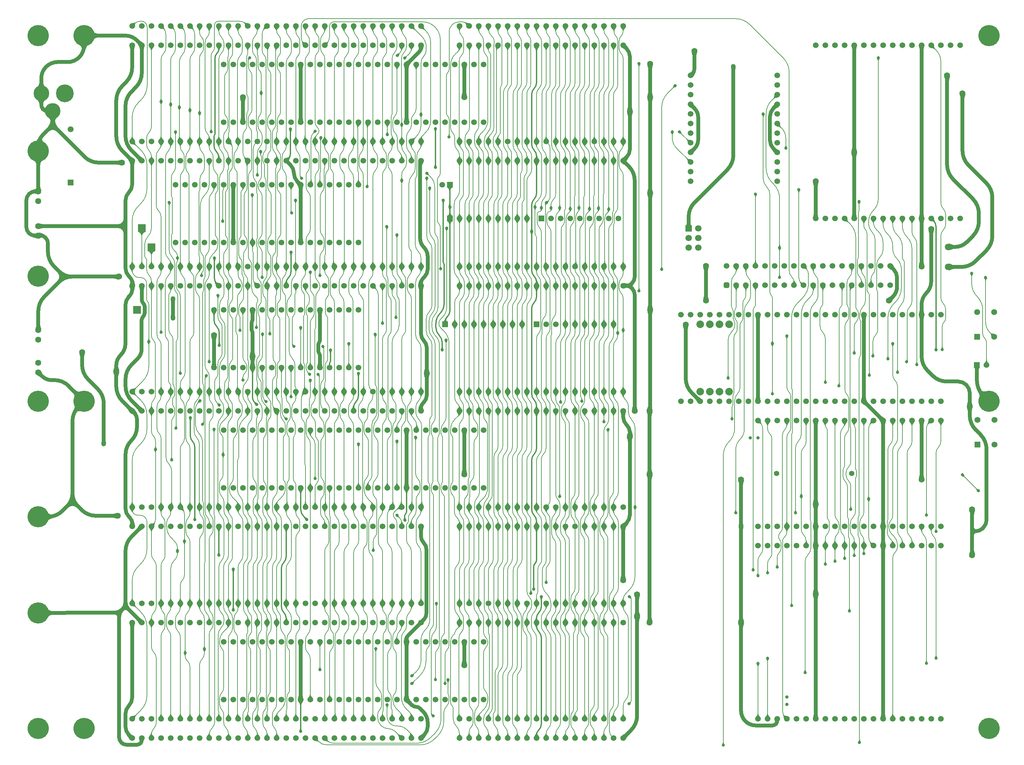
<source format=gbl>
%TF.GenerationSoftware,KiCad,Pcbnew,9.0.4*%
%TF.CreationDate,2025-09-21T20:59:13+02:00*%
%TF.ProjectId,Mainboard Small,4d61696e-626f-4617-9264-20536d616c6c,V0*%
%TF.SameCoordinates,Original*%
%TF.FileFunction,Copper,L2,Bot*%
%TF.FilePolarity,Positive*%
%FSLAX46Y46*%
G04 Gerber Fmt 4.6, Leading zero omitted, Abs format (unit mm)*
G04 Created by KiCad (PCBNEW 9.0.4) date 2025-09-21 20:59:13*
%MOMM*%
%LPD*%
G01*
G04 APERTURE LIST*
G04 Aperture macros list*
%AMRoundRect*
0 Rectangle with rounded corners*
0 $1 Rounding radius*
0 $2 $3 $4 $5 $6 $7 $8 $9 X,Y pos of 4 corners*
0 Add a 4 corners polygon primitive as box body*
4,1,4,$2,$3,$4,$5,$6,$7,$8,$9,$2,$3,0*
0 Add four circle primitives for the rounded corners*
1,1,$1+$1,$2,$3*
1,1,$1+$1,$4,$5*
1,1,$1+$1,$6,$7*
1,1,$1+$1,$8,$9*
0 Add four rect primitives between the rounded corners*
20,1,$1+$1,$2,$3,$4,$5,0*
20,1,$1+$1,$4,$5,$6,$7,0*
20,1,$1+$1,$6,$7,$8,$9,0*
20,1,$1+$1,$8,$9,$2,$3,0*%
G04 Aperture macros list end*
%TA.AperFunction,ComponentPad*%
%ADD10C,5.600000*%
%TD*%
%TA.AperFunction,ComponentPad*%
%ADD11C,4.700000*%
%TD*%
%TA.AperFunction,ComponentPad*%
%ADD12C,4.150000*%
%TD*%
%TA.AperFunction,ComponentPad*%
%ADD13R,1.575000X1.575000*%
%TD*%
%TA.AperFunction,ComponentPad*%
%ADD14C,1.575000*%
%TD*%
%TA.AperFunction,ComponentPad*%
%ADD15R,1.700000X1.700000*%
%TD*%
%TA.AperFunction,ComponentPad*%
%ADD16C,1.700000*%
%TD*%
%TA.AperFunction,ComponentPad*%
%ADD17R,1.500000X1.500000*%
%TD*%
%TA.AperFunction,ComponentPad*%
%ADD18C,1.500000*%
%TD*%
%TA.AperFunction,ComponentPad*%
%ADD19RoundRect,0.375000X0.375000X0.375000X-0.375000X0.375000X-0.375000X-0.375000X0.375000X-0.375000X0*%
%TD*%
%TA.AperFunction,WasherPad*%
%ADD20C,0.900000*%
%TD*%
%TA.AperFunction,ComponentPad*%
%ADD21C,1.600000*%
%TD*%
%TA.AperFunction,ComponentPad*%
%ADD22R,2.000000X2.000000*%
%TD*%
%TA.AperFunction,WasherPad*%
%ADD23C,2.000000*%
%TD*%
%TA.AperFunction,WasherPad*%
%ADD24C,1.400000*%
%TD*%
%TA.AperFunction,ComponentPad*%
%ADD25C,1.800000*%
%TD*%
%TA.AperFunction,ViaPad*%
%ADD26C,0.800000*%
%TD*%
%TA.AperFunction,ViaPad*%
%ADD27C,1.300000*%
%TD*%
%TA.AperFunction,ViaPad*%
%ADD28C,1.600000*%
%TD*%
%TA.AperFunction,Conductor*%
%ADD29C,0.380000*%
%TD*%
%TA.AperFunction,Conductor*%
%ADD30C,1.000000*%
%TD*%
%TA.AperFunction,Conductor*%
%ADD31C,0.200000*%
%TD*%
G04 APERTURE END LIST*
D10*
%TO.P,H6,1,GND*%
%TO.N,/GND*%
X-24765000Y-66040000D03*
%TD*%
%TO.P,H2,1,GND*%
%TO.N,/GND*%
X-24765000Y-2540000D03*
%TD*%
%TO.P,H12,1,GND*%
%TO.N,/GND*%
X-12700000Y-2540000D03*
%TD*%
D11*
%TO.P,J3,INNER,VCC*%
%TO.N,/18V Socket*%
X-17780000Y-17780000D03*
D12*
%TO.P,J3,SHL1,GND*%
%TO.N,/GND*%
X-20980000Y-22480000D03*
%TO.P,J3,SHL2,GND*%
X-23980000Y-17780000D03*
%TD*%
D10*
%TO.P,H10,1,GND*%
%TO.N,/GND*%
X226060000Y-99060000D03*
%TD*%
%TO.P,H13,1,GND*%
%TO.N,/GND*%
X-12700000Y-99060000D03*
%TD*%
%TO.P,H11,1,GND*%
%TO.N,/GND*%
X-12700000Y-185420000D03*
%TD*%
D13*
%TO.P,S3,1,C1*%
%TO.N,/GND*%
X223012000Y-110490000D03*
D14*
%TO.P,S3,2,C2*%
%TO.N,unconnected-(S3-C2-Pad2)*%
X223012000Y-103990000D03*
%TO.P,S3,3,N1*%
%TO.N,Net-(IC7-IN)*%
X227512000Y-110490000D03*
%TO.P,S3,4,N2*%
%TO.N,unconnected-(S3-N2-Pad4)*%
X227512000Y-103990000D03*
%TD*%
D15*
%TO.P,J1,1,Pin_1*%
%TO.N,/18V Socket*%
X146812000Y-53467000D03*
D16*
%TO.P,J1,2,Pin_2*%
%TO.N,/18V Switched*%
X149352000Y-53467000D03*
%TO.P,J1,3,Pin_3*%
%TO.N,/GND*%
X146812000Y-56007000D03*
%TO.P,J1,4,Pin_4*%
%TO.N,/5V LED*%
X149352000Y-56007000D03*
%TO.P,J1,5,Pin_5*%
%TO.N,/GND*%
X146812000Y-58547000D03*
%TO.P,J1,6,Pin_6*%
%TO.N,/~{Reset Switch}*%
X149352000Y-58547000D03*
%TD*%
D17*
%TO.P,C1,1*%
%TO.N,/1.6V*%
X83788001Y-41910000D03*
D18*
%TO.P,C1,2*%
%TO.N,/GND*%
X81788001Y-41910000D03*
%TD*%
D10*
%TO.P,H5,1,GND*%
%TO.N,/GND*%
X-24765000Y-33020000D03*
%TD*%
D19*
%TO.P,MPD0,1,1*%
%TO.N,/~{Interrupt} DEV1*%
X156845000Y-68453000D03*
D18*
%TO.P,MPD0,2,2*%
%TO.N,/GND*%
X156845000Y-63373000D03*
%TO.P,MPD0,3,3*%
%TO.N,/~{Interrupt} DEV2*%
X159385000Y-68453000D03*
%TO.P,MPD0,4,4*%
%TO.N,/~{Reset} DEV19*%
X159385000Y-63373000D03*
%TO.P,MPD0,5,5*%
%TO.N,/~{Interrupt} DEV3*%
X161925000Y-68453000D03*
%TO.P,MPD0,6,6*%
%TO.N,/~{Reset} DEV18*%
X161925000Y-63373000D03*
%TO.P,MPD0,7,7*%
%TO.N,/~{Interrupt} DEV4*%
X164465000Y-68453000D03*
%TO.P,MPD0,8,8*%
%TO.N,/~{Reset} DEV17*%
X164465000Y-63373000D03*
%TO.P,MPD0,9,9*%
%TO.N,/~{Interrupt} DEV5*%
X167005000Y-68453000D03*
%TO.P,MPD0,10,10*%
%TO.N,/~{Reset} DEV16*%
X167005000Y-63373000D03*
%TO.P,MPD0,11,11*%
%TO.N,/~{Interrupt} DEV6*%
X169545000Y-68453000D03*
%TO.P,MPD0,12,12*%
%TO.N,/~{Reset} DEV7*%
X169545000Y-63373000D03*
%TO.P,MPD0,13,13*%
%TO.N,/~{Interrupt} DEV7*%
X172085000Y-68453000D03*
%TO.P,MPD0,14,14*%
%TO.N,/~{Reset} DEV6*%
X172085000Y-63373000D03*
%TO.P,MPD0,15,15*%
%TO.N,/~{Interrupt} DEV16*%
X174625000Y-68453000D03*
%TO.P,MPD0,16,16*%
%TO.N,/~{Reset} DEV5*%
X174625000Y-63373000D03*
%TO.P,MPD0,17,17*%
%TO.N,/~{Interrupt} DEV17*%
X177165000Y-68453000D03*
%TO.P,MPD0,18,18*%
%TO.N,/~{Reset} DEV4*%
X177165000Y-63373000D03*
%TO.P,MPD0,19,19*%
%TO.N,/~{Interrupt} DEV18*%
X179705000Y-68453000D03*
%TO.P,MPD0,20,20*%
%TO.N,/~{Reset} DEV3*%
X179705000Y-63373000D03*
%TO.P,MPD0,21,21*%
%TO.N,/~{Interrupt} DEV19*%
X182245000Y-68453000D03*
%TO.P,MPD0,22,22*%
%TO.N,/~{Reset} DEV2*%
X182245000Y-63373000D03*
%TO.P,MPD0,23,23*%
%TO.N,/GND*%
X184785000Y-68453000D03*
%TO.P,MPD0,24,24*%
%TO.N,/~{Reset} DEV1*%
X184785000Y-63373000D03*
%TO.P,MPD0,25,25*%
%TO.N,/~{Enable} DEV19*%
X187325000Y-68453000D03*
%TO.P,MPD0,26,26*%
%TO.N,/~{Enable} DEV5*%
X187325000Y-63373000D03*
%TO.P,MPD0,27,27*%
%TO.N,/~{Enable} DEV18*%
X189865000Y-68453000D03*
%TO.P,MPD0,28,28*%
%TO.N,/~{Enable} DEV4*%
X189865000Y-63373000D03*
%TO.P,MPD0,29,29*%
%TO.N,/~{Enable} DEV17*%
X192405000Y-68453000D03*
%TO.P,MPD0,30,30*%
%TO.N,/~{Enable} DEV3*%
X192405000Y-63373000D03*
%TO.P,MPD0,31,31*%
%TO.N,/~{Enable} DEV16*%
X194945000Y-68453000D03*
%TO.P,MPD0,32,32*%
%TO.N,/~{Enable} DEV2*%
X194945000Y-63373000D03*
%TO.P,MPD0,33,33*%
%TO.N,/~{Enable} DEV7*%
X197485000Y-68453000D03*
%TO.P,MPD0,34,34*%
%TO.N,/~{Enable} DEV1*%
X197485000Y-63373000D03*
%TO.P,MPD0,35,35*%
%TO.N,/~{Enable} DEV6*%
X200025000Y-68453000D03*
%TO.P,MPD0,36,36*%
%TO.N,/GND*%
X200025000Y-63373000D03*
%TD*%
D13*
%TO.P,D1,1*%
%TO.N,/18V*%
X-16256000Y-41339500D03*
D14*
%TO.P,D1,2*%
%TO.N,/18V Switched*%
X-16256000Y-27239500D03*
%TD*%
D18*
%TO.P,DEV18,A1,A1*%
%TO.N,/~{Reset}*%
X0Y-127000000D03*
%TO.P,DEV18,A2,A2*%
%TO.N,unconnected-(DEV18-PadA2)*%
X2540000Y-127000000D03*
%TO.P,DEV18,A3,A3*%
%TO.N,unconnected-(DEV18-PadA3)*%
X5080000Y-127000000D03*
%TO.P,DEV18,A4,A4*%
%TO.N,/AD0*%
X7620000Y-127000000D03*
%TO.P,DEV18,A5,A5*%
%TO.N,/AD1*%
X10160000Y-127000000D03*
%TO.P,DEV18,A6,A6*%
%TO.N,/AD2*%
X12700000Y-127000000D03*
%TO.P,DEV18,A7,A7*%
%TO.N,/AD3*%
X15240000Y-127000000D03*
%TO.P,DEV18,A8,A8*%
%TO.N,/AD4*%
X17780000Y-127000000D03*
%TO.P,DEV18,A9,A9*%
%TO.N,/AD5*%
X20320000Y-127000000D03*
%TO.P,DEV18,A10,A10*%
%TO.N,/AD6*%
X22860000Y-127000000D03*
%TO.P,DEV18,A11,A11*%
%TO.N,/AD7*%
X25400000Y-127000000D03*
%TO.P,DEV18,A12,A12*%
%TO.N,/AD8*%
X27940000Y-127000000D03*
%TO.P,DEV18,A13,A13*%
%TO.N,/AD9*%
X30480000Y-127000000D03*
%TO.P,DEV18,A14,A14*%
%TO.N,/AD10*%
X33020000Y-127000000D03*
%TO.P,DEV18,A15,A15*%
%TO.N,/AD11*%
X35560000Y-127000000D03*
%TO.P,DEV18,A16,A16*%
%TO.N,/AD12*%
X38100000Y-127000000D03*
%TO.P,DEV18,A17,A17*%
%TO.N,/AD13*%
X40640000Y-127000000D03*
%TO.P,DEV18,A18,A18*%
%TO.N,/AD14*%
X43180000Y-127000000D03*
%TO.P,DEV18,A19,A19*%
%TO.N,/AD15*%
X45720000Y-127000000D03*
%TO.P,DEV18,A20,A20*%
%TO.N,/AD16*%
X48260000Y-127000000D03*
%TO.P,DEV18,A21,A21*%
%TO.N,/DD7*%
X50800000Y-127000000D03*
%TO.P,DEV18,A22,A22*%
%TO.N,/DD6*%
X53340000Y-127000000D03*
%TO.P,DEV18,A23,A23*%
%TO.N,/DD5*%
X55880000Y-127000000D03*
%TO.P,DEV18,A24,A24*%
%TO.N,/DD4*%
X58420000Y-127000000D03*
%TO.P,DEV18,A25,A25*%
%TO.N,/DD3*%
X60960000Y-127000000D03*
%TO.P,DEV18,A26,A26*%
%TO.N,/DD2*%
X63500000Y-127000000D03*
%TO.P,DEV18,A27,A27*%
%TO.N,/DD1*%
X66040000Y-127000000D03*
%TO.P,DEV18,A28,A28*%
%TO.N,/DD0*%
X68580000Y-127000000D03*
%TO.P,DEV18,A29,A29*%
%TO.N,/HD2*%
X71120000Y-127000000D03*
%TO.P,DEV18,A30,A30*%
%TO.N,/HD1*%
X73660000Y-127000000D03*
%TO.P,DEV18,A31,A31*%
%TO.N,/HD0*%
X76200000Y-127000000D03*
%TO.P,DEV18,B1,B1*%
%TO.N,/12V*%
X0Y-132080000D03*
%TO.P,DEV18,B2,B2*%
%TO.N,/GND*%
X2540000Y-132080000D03*
%TO.P,DEV18,B3,B3*%
%TO.N,/MPU CLK*%
X5080000Y-132080000D03*
%TO.P,DEV18,B4,B4*%
%TO.N,unconnected-(DEV18-PadB4)*%
X7620000Y-132080000D03*
%TO.P,DEV18,B5,B5*%
%TO.N,unconnected-(DEV18-PadB5)*%
X10160000Y-132080000D03*
%TO.P,DEV18,B6,B6*%
%TO.N,unconnected-(DEV18-PadB6)*%
X12700000Y-132080000D03*
%TO.P,DEV18,B7,B7*%
%TO.N,unconnected-(DEV18-PadB7)*%
X15240000Y-132080000D03*
%TO.P,DEV18,B8,B8*%
%TO.N,unconnected-(DEV18-PadB8)*%
X17780000Y-132080000D03*
%TO.P,DEV18,B9,B9*%
%TO.N,/~{Main}18*%
X20320000Y-132080000D03*
%TO.P,DEV18,B10,B10*%
%TO.N,/GND*%
X22860000Y-132080000D03*
%TO.P,DEV18,B11,B11*%
%TO.N,/~{Main Access}*%
X25400000Y-132080000D03*
%TO.P,DEV18,B12,B12*%
%TO.N,unconnected-(DEV18-PadB12)*%
X27940000Y-132080000D03*
%TO.P,DEV18,B13,B13*%
%TO.N,/D~{RD}*%
X30480000Y-132080000D03*
%TO.P,DEV18,B14,B14*%
%TO.N,/D~{WD}*%
X33020000Y-132080000D03*
%TO.P,DEV18,B15,B15*%
%TO.N,/DCLK*%
X35560000Y-132080000D03*
%TO.P,DEV18,B16,B16*%
%TO.N,/D~{CLK}*%
X38100000Y-132080000D03*
%TO.P,DEV18,B17,B17*%
%TO.N,/GND*%
X40640000Y-132080000D03*
%TO.P,DEV18,B18,B18*%
%TO.N,unconnected-(DEV18-PadB18)*%
X43180000Y-132080000D03*
%TO.P,DEV18,B19,B19*%
%TO.N,/~{Interrupt} DEV18*%
X45720000Y-132080000D03*
%TO.P,DEV18,B20,B20*%
%TO.N,/~{Reset} DEV18*%
X48260000Y-132080000D03*
%TO.P,DEV18,B21,B21*%
%TO.N,/~{Select} DEV18*%
X50800000Y-132080000D03*
%TO.P,DEV18,B22,B22*%
%TO.N,/~{Enable} DEV18*%
X53340000Y-132080000D03*
%TO.P,DEV18,B23,B23*%
%TO.N,unconnected-(DEV18-PadB23)*%
X55880000Y-132080000D03*
%TO.P,DEV18,B24,B24*%
%TO.N,/GND*%
X58420000Y-132080000D03*
%TO.P,DEV18,B25,B25*%
%TO.N,unconnected-(DEV18-PadB25)*%
X60960000Y-132080000D03*
%TO.P,DEV18,B26,B26*%
%TO.N,unconnected-(DEV18-PadB26)*%
X63500000Y-132080000D03*
%TO.P,DEV18,B27,B27*%
%TO.N,unconnected-(DEV18-PadB27)*%
X66040000Y-132080000D03*
%TO.P,DEV18,B28,B28*%
%TO.N,unconnected-(DEV18-PadB28)*%
X68580000Y-132080000D03*
%TO.P,DEV18,B29,B29*%
%TO.N,/~{Memory Lo}_{ Device}18*%
X71120000Y-132080000D03*
%TO.P,DEV18,B30,B30*%
%TO.N,/~{Memory Hi}_{ Device}18*%
X73660000Y-132080000D03*
%TO.P,DEV18,B31,B31*%
%TO.N,/GND*%
X76200000Y-132080000D03*
%TO.P,DEV18,C1,C1*%
%TO.N,/AM23*%
X86360000Y-127000000D03*
%TO.P,DEV18,C2,C2*%
%TO.N,/AM22*%
X88900000Y-127000000D03*
%TO.P,DEV18,C3,C3*%
%TO.N,/AM21*%
X91440000Y-127000000D03*
%TO.P,DEV18,C4,C4*%
%TO.N,/AM20*%
X93980000Y-127000000D03*
%TO.P,DEV18,C5,C5*%
%TO.N,/AM19*%
X96520000Y-127000000D03*
%TO.P,DEV18,C6,C6*%
%TO.N,/AM18*%
X99060000Y-127000000D03*
%TO.P,DEV18,C7,C7*%
%TO.N,/AM17*%
X101600000Y-127000000D03*
%TO.P,DEV18,C8,C8*%
%TO.N,/AM16*%
X104140000Y-127000000D03*
%TO.P,DEV18,C9,C9*%
%TO.N,/AM15*%
X106680000Y-127000000D03*
%TO.P,DEV18,C10,C10*%
%TO.N,/AM14*%
X109220000Y-127000000D03*
%TO.P,DEV18,C11,C11*%
%TO.N,/AM13*%
X111760000Y-127000000D03*
%TO.P,DEV18,C12,C12*%
%TO.N,/AM12*%
X114300000Y-127000000D03*
%TO.P,DEV18,C13,C13*%
%TO.N,/AM11*%
X116840000Y-127000000D03*
%TO.P,DEV18,C14,C14*%
%TO.N,/AM10*%
X119380000Y-127000000D03*
%TO.P,DEV18,C15,C15*%
%TO.N,/AM9*%
X121920000Y-127000000D03*
%TO.P,DEV18,C16,C16*%
%TO.N,/AM8*%
X124460000Y-127000000D03*
%TO.P,DEV18,C17,C17*%
%TO.N,/AM7*%
X127000000Y-127000000D03*
%TO.P,DEV18,C18,C18*%
%TO.N,/AM6*%
X129540000Y-127000000D03*
%TO.P,DEV18,D1,D1*%
%TO.N,/DM7*%
X86360000Y-132080000D03*
%TO.P,DEV18,D2,D2*%
%TO.N,/DM6*%
X88900000Y-132080000D03*
%TO.P,DEV18,D3,D3*%
%TO.N,/DM5*%
X91440000Y-132080000D03*
%TO.P,DEV18,D4,D4*%
%TO.N,/DM4*%
X93980000Y-132080000D03*
%TO.P,DEV18,D5,D5*%
%TO.N,/DM3*%
X96520000Y-132080000D03*
%TO.P,DEV18,D6,D6*%
%TO.N,/DM2*%
X99060000Y-132080000D03*
%TO.P,DEV18,D7,D7*%
%TO.N,/DM1*%
X101600000Y-132080000D03*
%TO.P,DEV18,D8,D8*%
%TO.N,/DM0*%
X104140000Y-132080000D03*
%TO.P,DEV18,D9,D9*%
%TO.N,/GND*%
X106680000Y-132080000D03*
%TO.P,DEV18,D10,D10*%
%TO.N,/M~{RD}*%
X109220000Y-132080000D03*
%TO.P,DEV18,D11,D11*%
%TO.N,/M~{WD}*%
X111760000Y-132080000D03*
%TO.P,DEV18,D12,D12*%
%TO.N,/AM5*%
X114300000Y-132080000D03*
%TO.P,DEV18,D13,D13*%
%TO.N,/AM4*%
X116840000Y-132080000D03*
%TO.P,DEV18,D14,D14*%
%TO.N,/AM3*%
X119380000Y-132080000D03*
%TO.P,DEV18,D15,D15*%
%TO.N,/AM2*%
X121920000Y-132080000D03*
%TO.P,DEV18,D16,D16*%
%TO.N,/AM1*%
X124460000Y-132080000D03*
%TO.P,DEV18,D17,D17*%
%TO.N,/AM0*%
X127000000Y-132080000D03*
%TO.P,DEV18,D18,D18*%
%TO.N,/GND*%
X129540000Y-132080000D03*
%TD*%
%TO.P,B1,1,N.C.*%
%TO.N,unconnected-(B1-N.C.-Pad1)*%
X24130000Y-25400000D03*
%TO.P,B1,2,N.C.*%
%TO.N,unconnected-(B1-N.C.-Pad2)*%
X26670000Y-25400000D03*
%TO.P,B1,3,5V*%
%TO.N,/5V*%
X29210000Y-25400000D03*
%TO.P,B1,4,N.C.*%
%TO.N,unconnected-(B1-N.C.-Pad4)*%
X31750000Y-25400000D03*
%TO.P,B1,5,N.C.*%
%TO.N,unconnected-(B1-N.C.-Pad5)*%
X34290000Y-25400000D03*
%TO.P,B1,6,N.C.*%
%TO.N,unconnected-(B1-N.C.-Pad6)*%
X36830000Y-25400000D03*
%TO.P,B1,7,N.C.*%
%TO.N,unconnected-(B1-N.C.-Pad7)*%
X39370000Y-25400000D03*
%TO.P,B1,8,N.C.*%
%TO.N,unconnected-(B1-N.C.-Pad8)*%
X41910000Y-25400000D03*
%TO.P,B1,9,GND*%
%TO.N,/GND*%
X44450000Y-25400000D03*
%TO.P,B1,10,~{Main}_{M}*%
%TO.N,/~{Main}_{M}*%
X46990000Y-25400000D03*
%TO.P,B1,11,A23*%
%TO.N,/AM23*%
X49530000Y-25400000D03*
%TO.P,B1,12,A22*%
%TO.N,/AM22*%
X52070000Y-25400000D03*
%TO.P,B1,13,A21*%
%TO.N,/AM21*%
X54610000Y-25400000D03*
%TO.P,B1,14,N.C.*%
%TO.N,unconnected-(B1-N.C.-Pad14)*%
X57150000Y-25400000D03*
%TO.P,B1,15,Select_0_{_Device}X*%
%TO.N,/Device_{16} 2MB Select_{0}*%
X59690000Y-25400000D03*
%TO.P,B1,16,Select_1_{_Device}X*%
%TO.N,/Device_{16} 2MB Select_{1}*%
X62230000Y-25400000D03*
%TO.P,B1,17,N.C.*%
%TO.N,unconnected-(B1-N.C.-Pad17)*%
X64770000Y-25400000D03*
%TO.P,B1,18,Select_0_{_Device}Y*%
%TO.N,/Device_{17} 2MB Select_{0}*%
X67310000Y-25400000D03*
%TO.P,B1,19,Select_1_{_Device}Y*%
%TO.N,/Device_{17} 2MB Select_{1}*%
X69850000Y-25400000D03*
%TO.P,B1,20,GND*%
%TO.N,/GND*%
X72390000Y-25400000D03*
%TO.P,B1,21,N.C.*%
%TO.N,unconnected-(B1-N.C.-Pad21)*%
X74930000Y-25400000D03*
%TO.P,B1,22,N.C.*%
%TO.N,unconnected-(B1-N.C.-Pad22)*%
X77470000Y-25400000D03*
%TO.P,B1,23,N.C.*%
%TO.N,unconnected-(B1-N.C.-Pad23)*%
X80010000Y-25400000D03*
%TO.P,B1,24,N.C.*%
%TO.N,unconnected-(B1-N.C.-Pad24)*%
X82550000Y-25400000D03*
%TO.P,B1,25,N.C.*%
%TO.N,unconnected-(B1-N.C.-Pad25)*%
X85090000Y-25400000D03*
%TO.P,B1,26,N.C.*%
%TO.N,unconnected-(B1-N.C.-Pad26)*%
X87630000Y-25400000D03*
%TO.P,B1,27,N.C.*%
%TO.N,unconnected-(B1-N.C.-Pad27)*%
X90170000Y-25400000D03*
%TO.P,B1,28,N.C.*%
%TO.N,unconnected-(B1-N.C.-Pad28)*%
X92710000Y-25400000D03*
%TO.P,B1,29,N.C.*%
%TO.N,unconnected-(B1-N.C.-Pad29)*%
X92710000Y-10160000D03*
%TO.P,B1,30,N.C.*%
%TO.N,unconnected-(B1-N.C.-Pad30)*%
X90170000Y-10160000D03*
%TO.P,B1,31,5V*%
%TO.N,/5V*%
X87630000Y-10160000D03*
%TO.P,B1,32,N.C.*%
%TO.N,unconnected-(B1-N.C.-Pad32)*%
X85090000Y-10160000D03*
%TO.P,B1,33,N.C.*%
%TO.N,unconnected-(B1-N.C.-Pad33)*%
X82550000Y-10160000D03*
%TO.P,B1,34,N.C.*%
%TO.N,unconnected-(B1-N.C.-Pad34)*%
X80010000Y-10160000D03*
%TO.P,B1,35,N.C.*%
%TO.N,unconnected-(B1-N.C.-Pad35)*%
X77470000Y-10160000D03*
%TO.P,B1,36,~{Memory__{2..4MB}}_{_Device}Y*%
%TO.N,/~{Memory Hi}_{ Device}17*%
X74930000Y-10160000D03*
%TO.P,B1,37,GND*%
%TO.N,/GND*%
X72390000Y-10160000D03*
%TO.P,B1,38,~{Memory__{0..2MB}}_{_Device}Y*%
%TO.N,/~{Memory Lo}_{ Device}17*%
X69850000Y-10160000D03*
%TO.P,B1,39,N.C.*%
%TO.N,unconnected-(B1-N.C.-Pad39)*%
X67310000Y-10160000D03*
%TO.P,B1,40,N.C.*%
%TO.N,unconnected-(B1-N.C.-Pad40)*%
X64770000Y-10160000D03*
%TO.P,B1,41,N.C.*%
%TO.N,unconnected-(B1-N.C.-Pad41)*%
X62230000Y-10160000D03*
%TO.P,B1,42,N.C.*%
%TO.N,unconnected-(B1-N.C.-Pad42)*%
X59690000Y-10160000D03*
%TO.P,B1,43,N.C.*%
%TO.N,unconnected-(B1-N.C.-Pad43)*%
X57150000Y-10160000D03*
%TO.P,B1,44,N.C.*%
%TO.N,unconnected-(B1-N.C.-Pad44)*%
X54610000Y-10160000D03*
%TO.P,B1,45,N.C.*%
%TO.N,unconnected-(B1-N.C.-Pad45)*%
X52070000Y-10160000D03*
%TO.P,B1,46,~{Memory__{2..4MB}}_{_Device}X*%
%TO.N,/~{Memory Hi}_{ Device}16*%
X49530000Y-10160000D03*
%TO.P,B1,47,~{Memory__{0..2MB}}_{_Device}X*%
%TO.N,/~{Memory Lo}_{ Device}16*%
X46990000Y-10160000D03*
%TO.P,B1,48,GND*%
%TO.N,/GND*%
X44450000Y-10160000D03*
%TO.P,B1,49,N.C.*%
%TO.N,unconnected-(B1-N.C.-Pad49)*%
X41910000Y-10160000D03*
%TO.P,B1,50,N.C.*%
%TO.N,unconnected-(B1-N.C.-Pad50)*%
X39370000Y-10160000D03*
%TO.P,B1,51,N.C.*%
%TO.N,unconnected-(B1-N.C.-Pad51)*%
X36830000Y-10160000D03*
%TO.P,B1,52,N.C.*%
%TO.N,unconnected-(B1-N.C.-Pad52)*%
X34290000Y-10160000D03*
%TO.P,B1,53,N.C.*%
%TO.N,unconnected-(B1-N.C.-Pad53)*%
X31750000Y-10160000D03*
%TO.P,B1,54,N.C.*%
%TO.N,unconnected-(B1-N.C.-Pad54)*%
X29210000Y-10160000D03*
%TO.P,B1,55,N.C.*%
%TO.N,unconnected-(B1-N.C.-Pad55)*%
X26670000Y-10160000D03*
%TO.P,B1,56,N.C.*%
%TO.N,unconnected-(B1-N.C.-Pad56)*%
X24130000Y-10160000D03*
%TD*%
%TO.P,B3,1,N.C.*%
%TO.N,unconnected-(B3-N.C.-Pad1)*%
X24130000Y-177800000D03*
%TO.P,B3,2,N.C.*%
%TO.N,unconnected-(B3-N.C.-Pad2)*%
X26670000Y-177800000D03*
%TO.P,B3,3,5V*%
%TO.N,/5V*%
X29210000Y-177800000D03*
%TO.P,B3,4,N.C.*%
%TO.N,unconnected-(B3-N.C.-Pad4)*%
X31750000Y-177800000D03*
%TO.P,B3,5,N.C.*%
%TO.N,unconnected-(B3-N.C.-Pad5)*%
X34290000Y-177800000D03*
%TO.P,B3,6,N.C.*%
%TO.N,unconnected-(B3-N.C.-Pad6)*%
X36830000Y-177800000D03*
%TO.P,B3,7,N.C.*%
%TO.N,unconnected-(B3-N.C.-Pad7)*%
X39370000Y-177800000D03*
%TO.P,B3,8,N.C.*%
%TO.N,unconnected-(B3-N.C.-Pad8)*%
X41910000Y-177800000D03*
%TO.P,B3,9,GND*%
%TO.N,/GND*%
X44450000Y-177800000D03*
%TO.P,B3,10,~{Main}_{M}*%
%TO.N,/~{Main}_{M}*%
X46990000Y-177800000D03*
%TO.P,B3,11,A23*%
%TO.N,/AM23*%
X49530000Y-177800000D03*
%TO.P,B3,12,A22*%
%TO.N,/AM22*%
X52070000Y-177800000D03*
%TO.P,B3,13,A21*%
%TO.N,/AM21*%
X54610000Y-177800000D03*
%TO.P,B3,14,N.C.*%
%TO.N,unconnected-(B3-N.C.-Pad14)*%
X57150000Y-177800000D03*
%TO.P,B3,15,Select_0_{_Device}X*%
%TO.N,/Device_{3} 2MB Select_{0}*%
X59690000Y-177800000D03*
%TO.P,B3,16,Select_1_{_Device}X*%
%TO.N,/Device_{3} 2MB Select_{1}*%
X62230000Y-177800000D03*
%TO.P,B3,17,N.C.*%
%TO.N,unconnected-(B3-N.C.-Pad17)*%
X64770000Y-177800000D03*
%TO.P,B3,18,Select_0_{_Device}Y*%
%TO.N,/Device_{4} 2MB Select_{0}*%
X67310000Y-177800000D03*
%TO.P,B3,19,Select_1_{_Device}Y*%
%TO.N,/Device_{4} 2MB Select_{1}*%
X69850000Y-177800000D03*
%TO.P,B3,20,GND*%
%TO.N,/GND*%
X72390000Y-177800000D03*
%TO.P,B3,21,N.C.*%
%TO.N,unconnected-(B3-N.C.-Pad21)*%
X74930000Y-177800000D03*
%TO.P,B3,22,N.C.*%
%TO.N,unconnected-(B3-N.C.-Pad22)*%
X77470000Y-177800000D03*
%TO.P,B3,23,N.C.*%
%TO.N,unconnected-(B3-N.C.-Pad23)*%
X80010000Y-177800000D03*
%TO.P,B3,24,N.C.*%
%TO.N,unconnected-(B3-N.C.-Pad24)*%
X82550000Y-177800000D03*
%TO.P,B3,25,N.C.*%
%TO.N,unconnected-(B3-N.C.-Pad25)*%
X85090000Y-177800000D03*
%TO.P,B3,26,N.C.*%
%TO.N,unconnected-(B3-N.C.-Pad26)*%
X87630000Y-177800000D03*
%TO.P,B3,27,N.C.*%
%TO.N,unconnected-(B3-N.C.-Pad27)*%
X90170000Y-177800000D03*
%TO.P,B3,28,N.C.*%
%TO.N,unconnected-(B3-N.C.-Pad28)*%
X92710000Y-177800000D03*
%TO.P,B3,29,N.C.*%
%TO.N,unconnected-(B3-N.C.-Pad29)*%
X92710000Y-162560000D03*
%TO.P,B3,30,N.C.*%
%TO.N,unconnected-(B3-N.C.-Pad30)*%
X90170000Y-162560000D03*
%TO.P,B3,31,5V*%
%TO.N,/5V*%
X87630000Y-162560000D03*
%TO.P,B3,32,N.C.*%
%TO.N,unconnected-(B3-N.C.-Pad32)*%
X85090000Y-162560000D03*
%TO.P,B3,33,N.C.*%
%TO.N,unconnected-(B3-N.C.-Pad33)*%
X82550000Y-162560000D03*
%TO.P,B3,34,N.C.*%
%TO.N,unconnected-(B3-N.C.-Pad34)*%
X80010000Y-162560000D03*
%TO.P,B3,35,N.C.*%
%TO.N,unconnected-(B3-N.C.-Pad35)*%
X77470000Y-162560000D03*
%TO.P,B3,36,~{Memory__{2..4MB}}_{_Device}Y*%
%TO.N,/~{Memory Hi}_{ Device}4*%
X74930000Y-162560000D03*
%TO.P,B3,37,GND*%
%TO.N,/GND*%
X72390000Y-162560000D03*
%TO.P,B3,38,~{Memory__{0..2MB}}_{_Device}Y*%
%TO.N,/~{Memory Lo}_{ Device}4*%
X69850000Y-162560000D03*
%TO.P,B3,39,N.C.*%
%TO.N,unconnected-(B3-N.C.-Pad39)*%
X67310000Y-162560000D03*
%TO.P,B3,40,N.C.*%
%TO.N,unconnected-(B3-N.C.-Pad40)*%
X64770000Y-162560000D03*
%TO.P,B3,41,N.C.*%
%TO.N,unconnected-(B3-N.C.-Pad41)*%
X62230000Y-162560000D03*
%TO.P,B3,42,N.C.*%
%TO.N,unconnected-(B3-N.C.-Pad42)*%
X59690000Y-162560000D03*
%TO.P,B3,43,N.C.*%
%TO.N,unconnected-(B3-N.C.-Pad43)*%
X57150000Y-162560000D03*
%TO.P,B3,44,N.C.*%
%TO.N,unconnected-(B3-N.C.-Pad44)*%
X54610000Y-162560000D03*
%TO.P,B3,45,N.C.*%
%TO.N,unconnected-(B3-N.C.-Pad45)*%
X52070000Y-162560000D03*
%TO.P,B3,46,~{Memory__{2..4MB}}_{_Device}X*%
%TO.N,/~{Memory Hi}_{ Device}3*%
X49530000Y-162560000D03*
%TO.P,B3,47,~{Memory__{0..2MB}}_{_Device}X*%
%TO.N,/~{Memory Lo}_{ Device}3*%
X46990000Y-162560000D03*
%TO.P,B3,48,GND*%
%TO.N,/GND*%
X44450000Y-162560000D03*
%TO.P,B3,49,N.C.*%
%TO.N,unconnected-(B3-N.C.-Pad49)*%
X41910000Y-162560000D03*
%TO.P,B3,50,N.C.*%
%TO.N,unconnected-(B3-N.C.-Pad50)*%
X39370000Y-162560000D03*
%TO.P,B3,51,N.C.*%
%TO.N,unconnected-(B3-N.C.-Pad51)*%
X36830000Y-162560000D03*
%TO.P,B3,52,N.C.*%
%TO.N,unconnected-(B3-N.C.-Pad52)*%
X34290000Y-162560000D03*
%TO.P,B3,53,N.C.*%
%TO.N,unconnected-(B3-N.C.-Pad53)*%
X31750000Y-162560000D03*
%TO.P,B3,54,N.C.*%
%TO.N,unconnected-(B3-N.C.-Pad54)*%
X29210000Y-162560000D03*
%TO.P,B3,55,N.C.*%
%TO.N,unconnected-(B3-N.C.-Pad55)*%
X26670000Y-162560000D03*
%TO.P,B3,56,N.C.*%
%TO.N,unconnected-(B3-N.C.-Pad56)*%
X24130000Y-162560000D03*
%TD*%
D20*
%TO.P,B6,*%
%TO.N,*%
X172695000Y-179095400D03*
X172695000Y-177095400D03*
D18*
%TO.P,B6,1,A3*%
%TO.N,/AD3*%
X165100000Y-182880000D03*
%TO.P,B6,2,A4*%
%TO.N,/AD4*%
X167640000Y-182880000D03*
%TO.P,B6,3,5V*%
%TO.N,/5V*%
X170180000Y-182880000D03*
%TO.P,B6,4,~{Select}*%
%TO.N,/~{Select} DEV2*%
X172720000Y-182880000D03*
%TO.P,B6,5,N.C.*%
%TO.N,unconnected-(B6-N.C.-Pad5)*%
X175260000Y-182880000D03*
%TO.P,B6,6,N.C.*%
%TO.N,unconnected-(B6-N.C.-Pad6)*%
X177800000Y-182880000D03*
%TO.P,B6,7,GND*%
%TO.N,/GND*%
X180340000Y-182880000D03*
%TO.P,B6,8,N.C.*%
%TO.N,unconnected-(B6-N.C.-Pad8)*%
X182880000Y-182880000D03*
%TO.P,B6,9,N.C.*%
%TO.N,unconnected-(B6-N.C.-Pad9)*%
X185420000Y-182880000D03*
%TO.P,B6,10,N.C.*%
%TO.N,unconnected-(B6-N.C.-Pad10)*%
X187960000Y-182880000D03*
%TO.P,B6,11,N.C.*%
%TO.N,unconnected-(B6-N.C.-Pad11)*%
X190500000Y-182880000D03*
%TO.P,B6,12,N.C.*%
%TO.N,unconnected-(B6-N.C.-Pad12)*%
X193040000Y-182880000D03*
%TO.P,B6,13,N.C.*%
%TO.N,unconnected-(B6-N.C.-Pad13)*%
X195580000Y-182880000D03*
%TO.P,B6,14,GND*%
%TO.N,/GND*%
X198120000Y-182880000D03*
%TO.P,B6,15,~{Reset}*%
%TO.N,/~{Reset}*%
X200660000Y-182880000D03*
%TO.P,B6,16,N.C.*%
%TO.N,unconnected-(B6-N.C.-Pad16)*%
X203200000Y-182880000D03*
%TO.P,B6,17,N.C.*%
%TO.N,unconnected-(B6-N.C.-Pad17)*%
X205740000Y-182880000D03*
%TO.P,B6,18,N.C.*%
%TO.N,unconnected-(B6-N.C.-Pad18)*%
X208280000Y-182880000D03*
%TO.P,B6,19,N.C.*%
%TO.N,unconnected-(B6-N.C.-Pad19)*%
X210820000Y-182880000D03*
%TO.P,B6,20,N.C.*%
%TO.N,unconnected-(B6-N.C.-Pad20)*%
X213360000Y-182880000D03*
%TO.P,B6,21,~{WD}*%
%TO.N,/D~{WD}*%
X213360000Y-137160000D03*
%TO.P,B6,22,A2*%
%TO.N,/AD2*%
X210820000Y-137160000D03*
%TO.P,B6,23,5V*%
%TO.N,/5V*%
X208280000Y-137160000D03*
%TO.P,B6,24,A1*%
%TO.N,/AD1*%
X205740000Y-137160000D03*
%TO.P,B6,25,A0*%
%TO.N,/AD0*%
X203200000Y-137160000D03*
%TO.P,B6,26,D7*%
%TO.N,/DD7*%
X200660000Y-137160000D03*
%TO.P,B6,27,GND*%
%TO.N,/GND*%
X198120000Y-137160000D03*
%TO.P,B6,28,D6*%
%TO.N,/DD6*%
X195580000Y-137160000D03*
%TO.P,B6,29,D5*%
%TO.N,/DD5*%
X193040000Y-137160000D03*
%TO.P,B6,30,D4*%
%TO.N,/DD4*%
X190500000Y-137160000D03*
%TO.P,B6,31,D3*%
%TO.N,/DD3*%
X187960000Y-137160000D03*
%TO.P,B6,32,D2*%
%TO.N,/DD2*%
X185420000Y-137160000D03*
%TO.P,B6,33,D1*%
%TO.N,/DD1*%
X182880000Y-137160000D03*
%TO.P,B6,34,GND*%
%TO.N,/GND*%
X180340000Y-137160000D03*
%TO.P,B6,35,D0*%
%TO.N,/DD0*%
X177800000Y-137160000D03*
%TO.P,B6,36,N.C.*%
%TO.N,unconnected-(B6-N.C.-Pad36)*%
X175260000Y-137160000D03*
%TO.P,B6,37,N.C.*%
%TO.N,unconnected-(B6-N.C.-Pad37)*%
X172720000Y-137160000D03*
%TO.P,B6,38,N.C.*%
%TO.N,unconnected-(B6-N.C.-Pad38)*%
X170180000Y-137160000D03*
%TO.P,B6,39,N.C.*%
%TO.N,unconnected-(B6-N.C.-Pad39)*%
X167640000Y-137160000D03*
%TO.P,B6,40,N.C.*%
%TO.N,unconnected-(B6-N.C.-Pad40)*%
X165100000Y-137160000D03*
%TD*%
D17*
%TO.P,RN1,1,PC*%
%TO.N,/1.6V*%
X82550000Y-78740000D03*
D18*
%TO.P,RN1,2,R1*%
%TO.N,/DM7*%
X85090000Y-78740000D03*
%TO.P,RN1,3,R2*%
%TO.N,/DM6*%
X87630000Y-78740000D03*
%TO.P,RN1,4,R3*%
%TO.N,/DM5*%
X90170000Y-78740000D03*
%TO.P,RN1,5,R4*%
%TO.N,/DM4*%
X92710000Y-78740000D03*
%TO.P,RN1,6,R5*%
%TO.N,/DM3*%
X95250000Y-78740000D03*
%TO.P,RN1,7,R6*%
%TO.N,/DM2*%
X97790000Y-78740000D03*
%TO.P,RN1,8,R7*%
%TO.N,/DM1*%
X100330000Y-78740000D03*
%TO.P,RN1,9,R8*%
%TO.N,/DM0*%
X102870000Y-78740000D03*
%TD*%
D10*
%TO.P,H1,1,GND*%
%TO.N,/GND*%
X226060000Y-2580000D03*
%TD*%
D21*
%TO.P,C2,1*%
%TO.N,/18V*%
X-24765000Y-46188000D03*
%TO.P,C2,2*%
%TO.N,/GND*%
X-24765000Y-43688000D03*
%TD*%
D22*
%TO.P,TP2,1,1*%
%TO.N,/Kernal*%
X5080000Y-58460000D03*
%TD*%
D21*
%TO.P,C4,1*%
%TO.N,/12V*%
X-24765000Y-88900000D03*
%TO.P,C4,2*%
%TO.N,/GND*%
X-24765000Y-91400000D03*
%TD*%
D18*
%TO.P,B7,1,5V*%
%TO.N,/5V*%
X180340000Y-50800000D03*
%TO.P,B7,2,N.C.*%
%TO.N,unconnected-(B7-N.C.-Pad2)*%
X182880000Y-50800000D03*
%TO.P,B7,3,N.C.*%
%TO.N,unconnected-(B7-N.C.-Pad3)*%
X185420000Y-50800000D03*
%TO.P,B7,4,~{Main}0*%
%TO.N,/~{Main} MPU*%
X187960000Y-50800000D03*
%TO.P,B7,5,GND*%
%TO.N,/GND*%
X190500000Y-50800000D03*
%TO.P,B7,6,~{Main}1*%
%TO.N,/~{Main}19*%
X193040000Y-50800000D03*
%TO.P,B7,7,~{Main}2*%
%TO.N,/~{Main}18*%
X195580000Y-50800000D03*
%TO.P,B7,8,~{Main}3*%
%TO.N,/~{Main}3*%
X198120000Y-50800000D03*
%TO.P,B7,9,~{Main}4*%
%TO.N,/~{Main}4*%
X200660000Y-50800000D03*
%TO.P,B7,10,~{Main}5*%
%TO.N,/~{Main}16*%
X203200000Y-50800000D03*
%TO.P,B7,11,~{Main}6*%
%TO.N,/~{Main}17*%
X205740000Y-50800000D03*
%TO.P,B7,12,GND*%
%TO.N,/GND*%
X208280000Y-50800000D03*
%TO.P,B7,13,~{Main}7*%
%TO.N,/3.3V*%
X210820000Y-50800000D03*
%TO.P,B7,14,N.C.*%
%TO.N,unconnected-(B7-N.C.-Pad14)*%
X213360000Y-50800000D03*
%TO.P,B7,15,N.C.*%
%TO.N,unconnected-(B7-N.C.-Pad15)*%
X215900000Y-50800000D03*
%TO.P,B7,16,N.C.*%
%TO.N,unconnected-(B7-N.C.-Pad16)*%
X218440000Y-50800000D03*
%TO.P,B7,17,5V*%
%TO.N,/5V*%
X218440000Y-5080000D03*
%TO.P,B7,18,N.C.*%
%TO.N,unconnected-(B7-N.C.-Pad18)*%
X215900000Y-5080000D03*
%TO.P,B7,19,N.C.*%
%TO.N,unconnected-(B7-N.C.-Pad19)*%
X213360000Y-5080000D03*
%TO.P,B7,20,~{Set_Contention}*%
%TO.N,/~{Memory Fail}*%
X210820000Y-5080000D03*
%TO.P,B7,21,GND*%
%TO.N,/GND*%
X208280000Y-5080000D03*
%TO.P,B7,22,N.C.*%
%TO.N,unconnected-(B7-N.C.-Pad22)*%
X205740000Y-5080000D03*
%TO.P,B7,23,N.C.*%
%TO.N,unconnected-(B7-N.C.-Pad23)*%
X203200000Y-5080000D03*
%TO.P,B7,24,N.C.*%
%TO.N,unconnected-(B7-N.C.-Pad24)*%
X200660000Y-5080000D03*
%TO.P,B7,25,N.C.*%
%TO.N,unconnected-(B7-N.C.-Pad25)*%
X198120000Y-5080000D03*
%TO.P,B7,26,N.C.*%
%TO.N,unconnected-(B7-N.C.-Pad26)*%
X195580000Y-5080000D03*
%TO.P,B7,27,N.C.*%
%TO.N,unconnected-(B7-N.C.-Pad27)*%
X193040000Y-5080000D03*
%TO.P,B7,28,GND*%
%TO.N,/GND*%
X190500000Y-5080000D03*
%TO.P,B7,29,N.C.*%
%TO.N,unconnected-(B7-N.C.-Pad29)*%
X187960000Y-5080000D03*
%TO.P,B7,30,N.C.*%
%TO.N,unconnected-(B7-N.C.-Pad30)*%
X185420000Y-5080000D03*
%TO.P,B7,31,N.C.*%
%TO.N,unconnected-(B7-N.C.-Pad31)*%
X182880000Y-5080000D03*
%TO.P,B7,32,N.C.*%
%TO.N,unconnected-(B7-N.C.-Pad32)*%
X180340000Y-5080000D03*
%TD*%
D13*
%TO.P,S2,1,C1*%
%TO.N,/GND*%
X222957000Y-82065001D03*
D14*
%TO.P,S2,2,C2*%
%TO.N,unconnected-(S2-C2-Pad2)*%
X222957000Y-75565001D03*
%TO.P,S2,3,N1*%
%TO.N,/~{Reset Switch}*%
X227457000Y-82065001D03*
%TO.P,S2,4,N2*%
%TO.N,unconnected-(S2-N2-Pad4)*%
X227457000Y-75565001D03*
%TD*%
D17*
%TO.P,RN3,1,PC*%
%TO.N,/1.6V*%
X107950000Y-50800000D03*
D18*
%TO.P,RN3,2,R1*%
%TO.N,/AM15*%
X110490000Y-50800000D03*
%TO.P,RN3,3,R2*%
%TO.N,/AM14*%
X113030000Y-50800000D03*
%TO.P,RN3,4,R3*%
%TO.N,/AM13*%
X115570000Y-50800000D03*
%TO.P,RN3,5,R4*%
%TO.N,/AM12*%
X118110000Y-50800000D03*
%TO.P,RN3,6,R5*%
%TO.N,/AM11*%
X120650000Y-50800000D03*
%TO.P,RN3,7,R6*%
%TO.N,/AM10*%
X123190000Y-50800000D03*
%TO.P,RN3,8,R7*%
%TO.N,/AM9*%
X125730000Y-50800000D03*
%TO.P,RN3,9,R8*%
%TO.N,/AM8*%
X128270000Y-50800000D03*
%TD*%
D10*
%TO.P,H4,1,GND*%
%TO.N,/GND*%
X-24765000Y-185420000D03*
%TD*%
%TO.P,H3,1,GND*%
%TO.N,/GND*%
X226060000Y-185460000D03*
%TD*%
D21*
%TO.P,C5,1*%
%TO.N,/12V*%
X-24765000Y-52832000D03*
%TO.P,C5,2*%
%TO.N,/GND*%
X-24765000Y-55332000D03*
%TD*%
D10*
%TO.P,H7,1,GND*%
%TO.N,/GND*%
X-24765000Y-99060000D03*
%TD*%
D22*
%TO.P,TP1,1,1*%
%TO.N,/~{Device}*%
X2540000Y-53380000D03*
%TD*%
D17*
%TO.P,RN2,1,PC*%
%TO.N,/1.6V*%
X106680000Y-78740000D03*
D18*
%TO.P,RN2,2,R1*%
%TO.N,/AM7*%
X109220000Y-78740000D03*
%TO.P,RN2,3,R2*%
%TO.N,/AM6*%
X111760000Y-78740000D03*
%TO.P,RN2,4,R3*%
%TO.N,/AM5*%
X114300000Y-78740000D03*
%TO.P,RN2,5,R4*%
%TO.N,/AM4*%
X116840000Y-78740000D03*
%TO.P,RN2,6,R5*%
%TO.N,/AM3*%
X119380000Y-78740000D03*
%TO.P,RN2,7,R6*%
%TO.N,/AM2*%
X121920000Y-78740000D03*
%TO.P,RN2,8,R7*%
%TO.N,/AM1*%
X124460000Y-78740000D03*
%TO.P,RN2,9,R8*%
%TO.N,/AM0*%
X127000000Y-78740000D03*
%TD*%
%TO.P,DEV16,A1,A1*%
%TO.N,/~{Reset}*%
X0Y0D03*
%TO.P,DEV16,A2,A2*%
%TO.N,unconnected-(DEV16-PadA2)*%
X2540000Y0D03*
%TO.P,DEV16,A3,A3*%
%TO.N,unconnected-(DEV16-PadA3)*%
X5080000Y0D03*
%TO.P,DEV16,A4,A4*%
%TO.N,/AD0*%
X7620000Y0D03*
%TO.P,DEV16,A5,A5*%
%TO.N,/AD1*%
X10160000Y0D03*
%TO.P,DEV16,A6,A6*%
%TO.N,/AD2*%
X12700000Y0D03*
%TO.P,DEV16,A7,A7*%
%TO.N,/AD3*%
X15240000Y0D03*
%TO.P,DEV16,A8,A8*%
%TO.N,/AD4*%
X17780000Y0D03*
%TO.P,DEV16,A9,A9*%
%TO.N,/AD5*%
X20320000Y0D03*
%TO.P,DEV16,A10,A10*%
%TO.N,/AD6*%
X22860000Y0D03*
%TO.P,DEV16,A11,A11*%
%TO.N,/AD7*%
X25400000Y0D03*
%TO.P,DEV16,A12,A12*%
%TO.N,/AD8*%
X27940000Y0D03*
%TO.P,DEV16,A13,A13*%
%TO.N,/AD9*%
X30480000Y0D03*
%TO.P,DEV16,A14,A14*%
%TO.N,/AD10*%
X33020000Y0D03*
%TO.P,DEV16,A15,A15*%
%TO.N,/AD11*%
X35560000Y0D03*
%TO.P,DEV16,A16,A16*%
%TO.N,/AD12*%
X38100000Y0D03*
%TO.P,DEV16,A17,A17*%
%TO.N,/AD13*%
X40640000Y0D03*
%TO.P,DEV16,A18,A18*%
%TO.N,/AD14*%
X43180000Y0D03*
%TO.P,DEV16,A19,A19*%
%TO.N,/AD15*%
X45720000Y0D03*
%TO.P,DEV16,A20,A20*%
%TO.N,/AD16*%
X48260000Y0D03*
%TO.P,DEV16,A21,A21*%
%TO.N,/DD7*%
X50800000Y0D03*
%TO.P,DEV16,A22,A22*%
%TO.N,/DD6*%
X53340000Y0D03*
%TO.P,DEV16,A23,A23*%
%TO.N,/DD5*%
X55880000Y0D03*
%TO.P,DEV16,A24,A24*%
%TO.N,/DD4*%
X58420000Y0D03*
%TO.P,DEV16,A25,A25*%
%TO.N,/DD3*%
X60960000Y0D03*
%TO.P,DEV16,A26,A26*%
%TO.N,/DD2*%
X63500000Y0D03*
%TO.P,DEV16,A27,A27*%
%TO.N,/DD1*%
X66040000Y0D03*
%TO.P,DEV16,A28,A28*%
%TO.N,/DD0*%
X68580000Y0D03*
%TO.P,DEV16,A29,A29*%
%TO.N,/HD2*%
X71120000Y0D03*
%TO.P,DEV16,A30,A30*%
%TO.N,/HD1*%
X73660000Y0D03*
%TO.P,DEV16,A31,A31*%
%TO.N,/HD0*%
X76200000Y0D03*
%TO.P,DEV16,B1,B1*%
%TO.N,/12V*%
X0Y-5080000D03*
%TO.P,DEV16,B2,B2*%
%TO.N,/GND*%
X2540000Y-5080000D03*
%TO.P,DEV16,B3,B3*%
%TO.N,/MPU CLK*%
X5080000Y-5080000D03*
%TO.P,DEV16,B4,B4*%
%TO.N,unconnected-(DEV16-PadB4)*%
X7620000Y-5080000D03*
%TO.P,DEV16,B5,B5*%
%TO.N,unconnected-(DEV16-PadB5)*%
X10160000Y-5080000D03*
%TO.P,DEV16,B6,B6*%
%TO.N,unconnected-(DEV16-PadB6)*%
X12700000Y-5080000D03*
%TO.P,DEV16,B7,B7*%
%TO.N,unconnected-(DEV16-PadB7)*%
X15240000Y-5080000D03*
%TO.P,DEV16,B8,B8*%
%TO.N,unconnected-(DEV16-PadB8)*%
X17780000Y-5080000D03*
%TO.P,DEV16,B9,B9*%
%TO.N,/~{Main}16*%
X20320000Y-5080000D03*
%TO.P,DEV16,B10,B10*%
%TO.N,/GND*%
X22860000Y-5080000D03*
%TO.P,DEV16,B11,B11*%
%TO.N,/~{Main Access}*%
X25400000Y-5080000D03*
%TO.P,DEV16,B12,B12*%
%TO.N,unconnected-(DEV16-PadB12)*%
X27940000Y-5080000D03*
%TO.P,DEV16,B13,B13*%
%TO.N,/D~{RD}*%
X30480000Y-5080000D03*
%TO.P,DEV16,B14,B14*%
%TO.N,/D~{WD}*%
X33020000Y-5080000D03*
%TO.P,DEV16,B15,B15*%
%TO.N,/DCLK*%
X35560000Y-5080000D03*
%TO.P,DEV16,B16,B16*%
%TO.N,/D~{CLK}*%
X38100000Y-5080000D03*
%TO.P,DEV16,B17,B17*%
%TO.N,/GND*%
X40640000Y-5080000D03*
%TO.P,DEV16,B18,B18*%
%TO.N,unconnected-(DEV16-PadB18)*%
X43180000Y-5080000D03*
%TO.P,DEV16,B19,B19*%
%TO.N,/~{Interrupt} DEV16*%
X45720000Y-5080000D03*
%TO.P,DEV16,B20,B20*%
%TO.N,/~{Reset} DEV16*%
X48260000Y-5080000D03*
%TO.P,DEV16,B21,B21*%
%TO.N,/~{Select} DEV16*%
X50800000Y-5080000D03*
%TO.P,DEV16,B22,B22*%
%TO.N,/~{Enable} DEV16*%
X53340000Y-5080000D03*
%TO.P,DEV16,B23,B23*%
%TO.N,unconnected-(DEV16-PadB23)*%
X55880000Y-5080000D03*
%TO.P,DEV16,B24,B24*%
%TO.N,/GND*%
X58420000Y-5080000D03*
%TO.P,DEV16,B25,B25*%
%TO.N,unconnected-(DEV16-PadB25)*%
X60960000Y-5080000D03*
%TO.P,DEV16,B26,B26*%
%TO.N,unconnected-(DEV16-PadB26)*%
X63500000Y-5080000D03*
%TO.P,DEV16,B27,B27*%
%TO.N,unconnected-(DEV16-PadB27)*%
X66040000Y-5080000D03*
%TO.P,DEV16,B28,B28*%
%TO.N,unconnected-(DEV16-PadB28)*%
X68580000Y-5080000D03*
%TO.P,DEV16,B29,B29*%
%TO.N,/~{Memory Lo}_{ Device}16*%
X71120000Y-5080000D03*
%TO.P,DEV16,B30,B30*%
%TO.N,/~{Memory Hi}_{ Device}16*%
X73660000Y-5080000D03*
%TO.P,DEV16,B31,B31*%
%TO.N,/GND*%
X76200000Y-5080000D03*
%TO.P,DEV16,C1,C1*%
%TO.N,/AM23*%
X86360000Y0D03*
%TO.P,DEV16,C2,C2*%
%TO.N,/AM22*%
X88900000Y0D03*
%TO.P,DEV16,C3,C3*%
%TO.N,/AM21*%
X91440000Y0D03*
%TO.P,DEV16,C4,C4*%
%TO.N,/AM20*%
X93980000Y0D03*
%TO.P,DEV16,C5,C5*%
%TO.N,/AM19*%
X96520000Y0D03*
%TO.P,DEV16,C6,C6*%
%TO.N,/AM18*%
X99060000Y0D03*
%TO.P,DEV16,C7,C7*%
%TO.N,/AM17*%
X101600000Y0D03*
%TO.P,DEV16,C8,C8*%
%TO.N,/AM16*%
X104140000Y0D03*
%TO.P,DEV16,C9,C9*%
%TO.N,/AM15*%
X106680000Y0D03*
%TO.P,DEV16,C10,C10*%
%TO.N,/AM14*%
X109220000Y0D03*
%TO.P,DEV16,C11,C11*%
%TO.N,/AM13*%
X111760000Y0D03*
%TO.P,DEV16,C12,C12*%
%TO.N,/AM12*%
X114300000Y0D03*
%TO.P,DEV16,C13,C13*%
%TO.N,/AM11*%
X116840000Y0D03*
%TO.P,DEV16,C14,C14*%
%TO.N,/AM10*%
X119380000Y0D03*
%TO.P,DEV16,C15,C15*%
%TO.N,/AM9*%
X121920000Y0D03*
%TO.P,DEV16,C16,C16*%
%TO.N,/AM8*%
X124460000Y0D03*
%TO.P,DEV16,C17,C17*%
%TO.N,/AM7*%
X127000000Y0D03*
%TO.P,DEV16,C18,C18*%
%TO.N,/AM6*%
X129540000Y0D03*
%TO.P,DEV16,D1,D1*%
%TO.N,/DM7*%
X86360000Y-5080000D03*
%TO.P,DEV16,D2,D2*%
%TO.N,/DM6*%
X88900000Y-5080000D03*
%TO.P,DEV16,D3,D3*%
%TO.N,/DM5*%
X91440000Y-5080000D03*
%TO.P,DEV16,D4,D4*%
%TO.N,/DM4*%
X93980000Y-5080000D03*
%TO.P,DEV16,D5,D5*%
%TO.N,/DM3*%
X96520000Y-5080000D03*
%TO.P,DEV16,D6,D6*%
%TO.N,/DM2*%
X99060000Y-5080000D03*
%TO.P,DEV16,D7,D7*%
%TO.N,/DM1*%
X101600000Y-5080000D03*
%TO.P,DEV16,D8,D8*%
%TO.N,/DM0*%
X104140000Y-5080000D03*
%TO.P,DEV16,D9,D9*%
%TO.N,/GND*%
X106680000Y-5080000D03*
%TO.P,DEV16,D10,D10*%
%TO.N,/M~{RD}*%
X109220000Y-5080000D03*
%TO.P,DEV16,D11,D11*%
%TO.N,/M~{WD}*%
X111760000Y-5080000D03*
%TO.P,DEV16,D12,D12*%
%TO.N,/AM5*%
X114300000Y-5080000D03*
%TO.P,DEV16,D13,D13*%
%TO.N,/AM4*%
X116840000Y-5080000D03*
%TO.P,DEV16,D14,D14*%
%TO.N,/AM3*%
X119380000Y-5080000D03*
%TO.P,DEV16,D15,D15*%
%TO.N,/AM2*%
X121920000Y-5080000D03*
%TO.P,DEV16,D16,D16*%
%TO.N,/AM1*%
X124460000Y-5080000D03*
%TO.P,DEV16,D17,D17*%
%TO.N,/AM0*%
X127000000Y-5080000D03*
%TO.P,DEV16,D18,D18*%
%TO.N,/GND*%
X129540000Y-5080000D03*
%TD*%
D10*
%TO.P,H8,1,GND*%
%TO.N,/GND*%
X-24765000Y-129540000D03*
%TD*%
D23*
%TO.P,B12,*%
%TO.N,*%
X149860000Y-96520000D03*
X152400000Y-96520000D03*
X154940000Y-96520000D03*
X157480000Y-96520000D03*
X149860000Y-78740000D03*
X152400000Y-78740000D03*
X154940000Y-78740000D03*
X157480000Y-78740000D03*
D18*
%TO.P,B12,1,N.C.*%
%TO.N,unconnected-(B12-N.C.-Pad1)*%
X144780000Y-99060000D03*
%TO.P,B12,2,N.C.*%
%TO.N,unconnected-(B12-N.C.-Pad2)*%
X147320000Y-99060000D03*
%TO.P,B12,3,5V*%
%TO.N,/5V*%
X149860000Y-99060000D03*
%TO.P,B12,4,~{Reset}*%
%TO.N,/~{Reset}*%
X152400000Y-99060000D03*
%TO.P,B12,5,N.C.*%
%TO.N,unconnected-(B12-N.C.-Pad5)*%
X154940000Y-99060000D03*
%TO.P,B12,6,N.C.*%
%TO.N,unconnected-(B12-N.C.-Pad6)*%
X157480000Y-99060000D03*
%TO.P,B12,7,N.C.*%
%TO.N,unconnected-(B12-N.C.-Pad7)*%
X160020000Y-99060000D03*
%TO.P,B12,8,N.C.*%
%TO.N,unconnected-(B12-N.C.-Pad8)*%
X162560000Y-99060000D03*
%TO.P,B12,9,GND*%
%TO.N,/GND*%
X165100000Y-99060000D03*
%TO.P,B12,10,CLK_{0}*%
%TO.N,/MPU CLK*%
X167640000Y-99060000D03*
%TO.P,B12,11,~{Main_Access}_{0}*%
%TO.N,/~{Main Access}*%
X170180000Y-99060000D03*
%TO.P,B12,12,N.C.*%
%TO.N,unconnected-(B12-N.C.-Pad12)*%
X172720000Y-99060000D03*
%TO.P,B12,13,CLK_{1}*%
%TO.N,unconnected-(B12-CLK_{1}-Pad13)*%
X175260000Y-99060000D03*
%TO.P,B12,14,~{Main_Access}_{1}*%
%TO.N,unconnected-(B12-~{Main_Access}_{1}-Pad14)*%
X177800000Y-99060000D03*
%TO.P,B12,15,N.C.*%
%TO.N,unconnected-(B12-N.C.-Pad15)*%
X180340000Y-99060000D03*
%TO.P,B12,16,CLK_{2}*%
%TO.N,unconnected-(B12-CLK_{2}-Pad16)*%
X182880000Y-99060000D03*
%TO.P,B12,17,~{Main_Access}_{2}*%
%TO.N,unconnected-(B12-~{Main_Access}_{2}-Pad17)*%
X185420000Y-99060000D03*
%TO.P,B12,18,N.C.*%
%TO.N,unconnected-(B12-N.C.-Pad18)*%
X187960000Y-99060000D03*
%TO.P,B12,19,N.C.*%
%TO.N,unconnected-(B12-N.C.-Pad19)*%
X190500000Y-99060000D03*
%TO.P,B12,20,GND*%
%TO.N,/GND*%
X193040000Y-99060000D03*
%TO.P,B12,21,N.C.*%
%TO.N,unconnected-(B12-N.C.-Pad21)*%
X195580000Y-99060000D03*
%TO.P,B12,22,N.C.*%
%TO.N,unconnected-(B12-N.C.-Pad22)*%
X198120000Y-99060000D03*
%TO.P,B12,23,N.C.*%
%TO.N,unconnected-(B12-N.C.-Pad23)*%
X200660000Y-99060000D03*
%TO.P,B12,24,N.C.*%
%TO.N,unconnected-(B12-N.C.-Pad24)*%
X203200000Y-99060000D03*
%TO.P,B12,25,N.C.*%
%TO.N,unconnected-(B12-N.C.-Pad25)*%
X205740000Y-99060000D03*
%TO.P,B12,26,N.C.*%
%TO.N,unconnected-(B12-N.C.-Pad26)*%
X208280000Y-99060000D03*
%TO.P,B12,27,N.C.*%
%TO.N,unconnected-(B12-N.C.-Pad27)*%
X210820000Y-99060000D03*
%TO.P,B12,28,N.C.*%
%TO.N,unconnected-(B12-N.C.-Pad28)*%
X213360000Y-99060000D03*
%TO.P,B12,29,N.C.*%
%TO.N,unconnected-(B12-N.C.-Pad29)*%
X213360000Y-76200000D03*
%TO.P,B12,30,N.C.*%
%TO.N,unconnected-(B12-N.C.-Pad30)*%
X210820000Y-76200000D03*
%TO.P,B12,31,5V*%
%TO.N,/5V*%
X208280000Y-76200000D03*
%TO.P,B12,32,N.C.*%
%TO.N,unconnected-(B12-N.C.-Pad32)*%
X205740000Y-76200000D03*
%TO.P,B12,33,N.C.*%
%TO.N,unconnected-(B12-N.C.-Pad33)*%
X203200000Y-76200000D03*
%TO.P,B12,34,N.C.*%
%TO.N,unconnected-(B12-N.C.-Pad34)*%
X200660000Y-76200000D03*
%TO.P,B12,35,N.C.*%
%TO.N,unconnected-(B12-N.C.-Pad35)*%
X198120000Y-76200000D03*
%TO.P,B12,36,N.C.*%
%TO.N,unconnected-(B12-N.C.-Pad36)*%
X195580000Y-76200000D03*
%TO.P,B12,37,GND*%
%TO.N,/GND*%
X193040000Y-76200000D03*
%TO.P,B12,38,N.C.*%
%TO.N,unconnected-(B12-N.C.-Pad38)*%
X190500000Y-76200000D03*
%TO.P,B12,39,N.C.*%
%TO.N,unconnected-(B12-N.C.-Pad39)*%
X187960000Y-76200000D03*
%TO.P,B12,40,N.C.*%
%TO.N,unconnected-(B12-N.C.-Pad40)*%
X185420000Y-76200000D03*
%TO.P,B12,41,N.C.*%
%TO.N,unconnected-(B12-N.C.-Pad41)*%
X182880000Y-76200000D03*
%TO.P,B12,42,N.C.*%
%TO.N,unconnected-(B12-N.C.-Pad42)*%
X180340000Y-76200000D03*
%TO.P,B12,43,N.C.*%
%TO.N,unconnected-(B12-N.C.-Pad43)*%
X177800000Y-76200000D03*
%TO.P,B12,44,N.C.*%
%TO.N,unconnected-(B12-N.C.-Pad44)*%
X175260000Y-76200000D03*
%TO.P,B12,45,N.C.*%
%TO.N,unconnected-(B12-N.C.-Pad45)*%
X172720000Y-76200000D03*
%TO.P,B12,46,N.C.*%
%TO.N,unconnected-(B12-N.C.-Pad46)*%
X170180000Y-76200000D03*
%TO.P,B12,47,N.C.*%
%TO.N,unconnected-(B12-N.C.-Pad47)*%
X167640000Y-76200000D03*
%TO.P,B12,48,GND*%
%TO.N,/GND*%
X165100000Y-76200000D03*
%TO.P,B12,49,N.C.*%
%TO.N,unconnected-(B12-N.C.-Pad49)*%
X162560000Y-76200000D03*
%TO.P,B12,50,N.C.*%
%TO.N,unconnected-(B12-N.C.-Pad50)*%
X160020000Y-76200000D03*
%TO.P,B12,51,CLK*%
%TO.N,unconnected-(B12-CLK-Pad51)*%
X157480000Y-76200000D03*
%TO.P,B12,52,N.C.*%
%TO.N,unconnected-(B12-N.C.-Pad52)*%
X154940000Y-76200000D03*
%TO.P,B12,53,N.C.*%
%TO.N,unconnected-(B12-N.C.-Pad53)*%
X152400000Y-76200000D03*
%TO.P,B12,54,N.C.*%
%TO.N,unconnected-(B12-N.C.-Pad54)*%
X149860000Y-76200000D03*
%TO.P,B12,55,N.C.*%
%TO.N,unconnected-(B12-N.C.-Pad55)*%
X147320000Y-76200000D03*
%TO.P,B12,56,N.C.*%
%TO.N,unconnected-(B12-N.C.-Pad56)*%
X144780000Y-76200000D03*
%TD*%
D17*
%TO.P,LED2,1,K*%
%TO.N,/GND*%
X222884999Y-89535000D03*
D18*
%TO.P,LED2,2,A*%
%TO.N,/5V LED*%
X225424999Y-89535000D03*
%TD*%
D17*
%TO.P,RN4,1,PC*%
%TO.N,/1.6V*%
X83820000Y-50800000D03*
D18*
%TO.P,RN4,2,R1*%
%TO.N,/AM23*%
X86360000Y-50800000D03*
%TO.P,RN4,3,R2*%
%TO.N,/AM22*%
X88900000Y-50800000D03*
%TO.P,RN4,4,R3*%
%TO.N,/AM21*%
X91440000Y-50800000D03*
%TO.P,RN4,5,R4*%
%TO.N,/AM20*%
X93980000Y-50800000D03*
%TO.P,RN4,6,R5*%
%TO.N,/AM19*%
X96520000Y-50800000D03*
%TO.P,RN4,7,R6*%
%TO.N,/AM18*%
X99060000Y-50800000D03*
%TO.P,RN4,8,R7*%
%TO.N,/AM17*%
X101600000Y-50800000D03*
%TO.P,RN4,9,R8*%
%TO.N,/AM16*%
X104140000Y-50800000D03*
%TD*%
D21*
%TO.P,C3,1*%
%TO.N,/5V*%
X-24765000Y-82764000D03*
%TO.P,C3,2*%
%TO.N,/GND*%
X-24765000Y-80264000D03*
%TD*%
D18*
%TO.P,DEV4,A1,A1*%
%TO.N,/~{Reset}*%
X0Y-152400000D03*
%TO.P,DEV4,A2,A2*%
%TO.N,unconnected-(DEV4-PadA2)*%
X2540000Y-152400000D03*
%TO.P,DEV4,A3,A3*%
%TO.N,unconnected-(DEV4-PadA3)*%
X5080000Y-152400000D03*
%TO.P,DEV4,A4,A4*%
%TO.N,/AD0*%
X7620000Y-152400000D03*
%TO.P,DEV4,A5,A5*%
%TO.N,/AD1*%
X10160000Y-152400000D03*
%TO.P,DEV4,A6,A6*%
%TO.N,/AD2*%
X12700000Y-152400000D03*
%TO.P,DEV4,A7,A7*%
%TO.N,/AD3*%
X15240000Y-152400000D03*
%TO.P,DEV4,A8,A8*%
%TO.N,/AD4*%
X17780000Y-152400000D03*
%TO.P,DEV4,A9,A9*%
%TO.N,/AD5*%
X20320000Y-152400000D03*
%TO.P,DEV4,A10,A10*%
%TO.N,/AD6*%
X22860000Y-152400000D03*
%TO.P,DEV4,A11,A11*%
%TO.N,/AD7*%
X25400000Y-152400000D03*
%TO.P,DEV4,A12,A12*%
%TO.N,/AD8*%
X27940000Y-152400000D03*
%TO.P,DEV4,A13,A13*%
%TO.N,/AD9*%
X30480000Y-152400000D03*
%TO.P,DEV4,A14,A14*%
%TO.N,/AD10*%
X33020000Y-152400000D03*
%TO.P,DEV4,A15,A15*%
%TO.N,/AD11*%
X35560000Y-152400000D03*
%TO.P,DEV4,A16,A16*%
%TO.N,/AD12*%
X38100000Y-152400000D03*
%TO.P,DEV4,A17,A17*%
%TO.N,/AD13*%
X40640000Y-152400000D03*
%TO.P,DEV4,A18,A18*%
%TO.N,/AD14*%
X43180000Y-152400000D03*
%TO.P,DEV4,A19,A19*%
%TO.N,unconnected-(DEV4-PadA19)*%
X45720000Y-152400000D03*
%TO.P,DEV4,A20,A20*%
%TO.N,unconnected-(DEV4-PadA20)*%
X48260000Y-152400000D03*
%TO.P,DEV4,A21,A21*%
%TO.N,/DD7*%
X50800000Y-152400000D03*
%TO.P,DEV4,A22,A22*%
%TO.N,/DD6*%
X53340000Y-152400000D03*
%TO.P,DEV4,A23,A23*%
%TO.N,/DD5*%
X55880000Y-152400000D03*
%TO.P,DEV4,A24,A24*%
%TO.N,/DD4*%
X58420000Y-152400000D03*
%TO.P,DEV4,A25,A25*%
%TO.N,/DD3*%
X60960000Y-152400000D03*
%TO.P,DEV4,A26,A26*%
%TO.N,/DD2*%
X63500000Y-152400000D03*
%TO.P,DEV4,A27,A27*%
%TO.N,/DD1*%
X66040000Y-152400000D03*
%TO.P,DEV4,A28,A28*%
%TO.N,/DD0*%
X68580000Y-152400000D03*
%TO.P,DEV4,A29,A29*%
%TO.N,/HD2*%
X71120000Y-152400000D03*
%TO.P,DEV4,A30,A30*%
%TO.N,/HD1*%
X73660000Y-152400000D03*
%TO.P,DEV4,A31,A31*%
%TO.N,/HD0*%
X76200000Y-152400000D03*
%TO.P,DEV4,B1,B1*%
%TO.N,/12V*%
X0Y-157480000D03*
%TO.P,DEV4,B2,B2*%
%TO.N,/GND*%
X2540000Y-157480000D03*
%TO.P,DEV4,B3,B3*%
%TO.N,/MPU CLK*%
X5080000Y-157480000D03*
%TO.P,DEV4,B4,B4*%
%TO.N,unconnected-(DEV4-PadB4)*%
X7620000Y-157480000D03*
%TO.P,DEV4,B5,B5*%
%TO.N,unconnected-(DEV4-PadB5)*%
X10160000Y-157480000D03*
%TO.P,DEV4,B6,B6*%
%TO.N,unconnected-(DEV4-PadB6)*%
X12700000Y-157480000D03*
%TO.P,DEV4,B7,B7*%
%TO.N,unconnected-(DEV4-PadB7)*%
X15240000Y-157480000D03*
%TO.P,DEV4,B8,B8*%
%TO.N,unconnected-(DEV4-PadB8)*%
X17780000Y-157480000D03*
%TO.P,DEV4,B9,B9*%
%TO.N,/~{Main}4*%
X20320000Y-157480000D03*
%TO.P,DEV4,B10,B10*%
%TO.N,/GND*%
X22860000Y-157480000D03*
%TO.P,DEV4,B11,B11*%
%TO.N,/~{Main Access}*%
X25400000Y-157480000D03*
%TO.P,DEV4,B12,B12*%
%TO.N,unconnected-(DEV4-PadB12)*%
X27940000Y-157480000D03*
%TO.P,DEV4,B13,B13*%
%TO.N,/D~{RD}*%
X30480000Y-157480000D03*
%TO.P,DEV4,B14,B14*%
%TO.N,/D~{WD}*%
X33020000Y-157480000D03*
%TO.P,DEV4,B15,B15*%
%TO.N,/DCLK*%
X35560000Y-157480000D03*
%TO.P,DEV4,B16,B16*%
%TO.N,/D~{CLK}*%
X38100000Y-157480000D03*
%TO.P,DEV4,B17,B17*%
%TO.N,/GND*%
X40640000Y-157480000D03*
%TO.P,DEV4,B18,B18*%
%TO.N,unconnected-(DEV4-PadB18)*%
X43180000Y-157480000D03*
%TO.P,DEV4,B19,B19*%
%TO.N,/~{Interrupt} DEV4*%
X45720000Y-157480000D03*
%TO.P,DEV4,B20,B20*%
%TO.N,/~{Reset} DEV4*%
X48260000Y-157480000D03*
%TO.P,DEV4,B21,B21*%
%TO.N,/~{Select} DEV4*%
X50800000Y-157480000D03*
%TO.P,DEV4,B22,B22*%
%TO.N,/~{Enable} DEV4*%
X53340000Y-157480000D03*
%TO.P,DEV4,B23,B23*%
%TO.N,unconnected-(DEV4-PadB23)*%
X55880000Y-157480000D03*
%TO.P,DEV4,B24,B24*%
%TO.N,/GND*%
X58420000Y-157480000D03*
%TO.P,DEV4,B25,B25*%
%TO.N,unconnected-(DEV4-PadB25)*%
X60960000Y-157480000D03*
%TO.P,DEV4,B26,B26*%
%TO.N,unconnected-(DEV4-PadB26)*%
X63500000Y-157480000D03*
%TO.P,DEV4,B27,B27*%
%TO.N,unconnected-(DEV4-PadB27)*%
X66040000Y-157480000D03*
%TO.P,DEV4,B28,B28*%
%TO.N,unconnected-(DEV4-PadB28)*%
X68580000Y-157480000D03*
%TO.P,DEV4,B29,B29*%
%TO.N,/~{Memory Lo}_{ Device}4*%
X71120000Y-157480000D03*
%TO.P,DEV4,B30,B30*%
%TO.N,/~{Memory Hi}_{ Device}4*%
X73660000Y-157480000D03*
%TO.P,DEV4,B31,B31*%
%TO.N,/GND*%
X76200000Y-157480000D03*
%TO.P,DEV4,C1,C1*%
%TO.N,/AM23*%
X86360000Y-152400000D03*
%TO.P,DEV4,C2,C2*%
%TO.N,/AM22*%
X88900000Y-152400000D03*
%TO.P,DEV4,C3,C3*%
%TO.N,/AM21*%
X91440000Y-152400000D03*
%TO.P,DEV4,C4,C4*%
%TO.N,/AM20*%
X93980000Y-152400000D03*
%TO.P,DEV4,C5,C5*%
%TO.N,/AM19*%
X96520000Y-152400000D03*
%TO.P,DEV4,C6,C6*%
%TO.N,/AM18*%
X99060000Y-152400000D03*
%TO.P,DEV4,C7,C7*%
%TO.N,/AM17*%
X101600000Y-152400000D03*
%TO.P,DEV4,C8,C8*%
%TO.N,/AM16*%
X104140000Y-152400000D03*
%TO.P,DEV4,C9,C9*%
%TO.N,/AM15*%
X106680000Y-152400000D03*
%TO.P,DEV4,C10,C10*%
%TO.N,/AM14*%
X109220000Y-152400000D03*
%TO.P,DEV4,C11,C11*%
%TO.N,/AM13*%
X111760000Y-152400000D03*
%TO.P,DEV4,C12,C12*%
%TO.N,/AM12*%
X114300000Y-152400000D03*
%TO.P,DEV4,C13,C13*%
%TO.N,/AM11*%
X116840000Y-152400000D03*
%TO.P,DEV4,C14,C14*%
%TO.N,/AM10*%
X119380000Y-152400000D03*
%TO.P,DEV4,C15,C15*%
%TO.N,/AM9*%
X121920000Y-152400000D03*
%TO.P,DEV4,C16,C16*%
%TO.N,/AM8*%
X124460000Y-152400000D03*
%TO.P,DEV4,C17,C17*%
%TO.N,/AM7*%
X127000000Y-152400000D03*
%TO.P,DEV4,C18,C18*%
%TO.N,/AM6*%
X129540000Y-152400000D03*
%TO.P,DEV4,D1,D1*%
%TO.N,/DM7*%
X86360000Y-157480000D03*
%TO.P,DEV4,D2,D2*%
%TO.N,/DM6*%
X88900000Y-157480000D03*
%TO.P,DEV4,D3,D3*%
%TO.N,/DM5*%
X91440000Y-157480000D03*
%TO.P,DEV4,D4,D4*%
%TO.N,/DM4*%
X93980000Y-157480000D03*
%TO.P,DEV4,D5,D5*%
%TO.N,/DM3*%
X96520000Y-157480000D03*
%TO.P,DEV4,D6,D6*%
%TO.N,/DM2*%
X99060000Y-157480000D03*
%TO.P,DEV4,D7,D7*%
%TO.N,/DM1*%
X101600000Y-157480000D03*
%TO.P,DEV4,D8,D8*%
%TO.N,/DM0*%
X104140000Y-157480000D03*
%TO.P,DEV4,D9,D9*%
%TO.N,/GND*%
X106680000Y-157480000D03*
%TO.P,DEV4,D10,D10*%
%TO.N,/M~{RD}*%
X109220000Y-157480000D03*
%TO.P,DEV4,D11,D11*%
%TO.N,/M~{WD}*%
X111760000Y-157480000D03*
%TO.P,DEV4,D12,D12*%
%TO.N,/AM5*%
X114300000Y-157480000D03*
%TO.P,DEV4,D13,D13*%
%TO.N,/AM4*%
X116840000Y-157480000D03*
%TO.P,DEV4,D14,D14*%
%TO.N,/AM3*%
X119380000Y-157480000D03*
%TO.P,DEV4,D15,D15*%
%TO.N,/AM2*%
X121920000Y-157480000D03*
%TO.P,DEV4,D16,D16*%
%TO.N,/AM1*%
X124460000Y-157480000D03*
%TO.P,DEV4,D17,D17*%
%TO.N,/AM0*%
X127000000Y-157480000D03*
%TO.P,DEV4,D18,D18*%
%TO.N,/GND*%
X129540000Y-157480000D03*
%TD*%
D10*
%TO.P,H9,1,GND*%
%TO.N,/GND*%
X-24765000Y-154940000D03*
%TD*%
D18*
%TO.P,DEV3,A1,A1*%
%TO.N,/~{Reset}*%
X0Y-182880000D03*
%TO.P,DEV3,A2,A2*%
%TO.N,unconnected-(DEV3-PadA2)*%
X2540000Y-182880000D03*
%TO.P,DEV3,A3,A3*%
%TO.N,unconnected-(DEV3-PadA3)*%
X5080000Y-182880000D03*
%TO.P,DEV3,A4,A4*%
%TO.N,/AD0*%
X7620000Y-182880000D03*
%TO.P,DEV3,A5,A5*%
%TO.N,/AD1*%
X10160000Y-182880000D03*
%TO.P,DEV3,A6,A6*%
%TO.N,/AD2*%
X12700000Y-182880000D03*
%TO.P,DEV3,A7,A7*%
%TO.N,/AD3*%
X15240000Y-182880000D03*
%TO.P,DEV3,A8,A8*%
%TO.N,/AD4*%
X17780000Y-182880000D03*
%TO.P,DEV3,A9,A9*%
%TO.N,/AD5*%
X20320000Y-182880000D03*
%TO.P,DEV3,A10,A10*%
%TO.N,/AD6*%
X22860000Y-182880000D03*
%TO.P,DEV3,A11,A11*%
%TO.N,/AD7*%
X25400000Y-182880000D03*
%TO.P,DEV3,A12,A12*%
%TO.N,/AD8*%
X27940000Y-182880000D03*
%TO.P,DEV3,A13,A13*%
%TO.N,/AD9*%
X30480000Y-182880000D03*
%TO.P,DEV3,A14,A14*%
%TO.N,/AD10*%
X33020000Y-182880000D03*
%TO.P,DEV3,A15,A15*%
%TO.N,/AD11*%
X35560000Y-182880000D03*
%TO.P,DEV3,A16,A16*%
%TO.N,/AD12*%
X38100000Y-182880000D03*
%TO.P,DEV3,A17,A17*%
%TO.N,/AD13*%
X40640000Y-182880000D03*
%TO.P,DEV3,A18,A18*%
%TO.N,/AD14*%
X43180000Y-182880000D03*
%TO.P,DEV3,A19,A19*%
%TO.N,unconnected-(DEV3-PadA19)*%
X45720000Y-182880000D03*
%TO.P,DEV3,A20,A20*%
%TO.N,unconnected-(DEV3-PadA20)*%
X48260000Y-182880000D03*
%TO.P,DEV3,A21,A21*%
%TO.N,/DD7*%
X50800000Y-182880000D03*
%TO.P,DEV3,A22,A22*%
%TO.N,/DD6*%
X53340000Y-182880000D03*
%TO.P,DEV3,A23,A23*%
%TO.N,/DD5*%
X55880000Y-182880000D03*
%TO.P,DEV3,A24,A24*%
%TO.N,/DD4*%
X58420000Y-182880000D03*
%TO.P,DEV3,A25,A25*%
%TO.N,/DD3*%
X60960000Y-182880000D03*
%TO.P,DEV3,A26,A26*%
%TO.N,/DD2*%
X63500000Y-182880000D03*
%TO.P,DEV3,A27,A27*%
%TO.N,/DD1*%
X66040000Y-182880000D03*
%TO.P,DEV3,A28,A28*%
%TO.N,/DD0*%
X68580000Y-182880000D03*
%TO.P,DEV3,A29,A29*%
%TO.N,/HD2*%
X71120000Y-182880000D03*
%TO.P,DEV3,A30,A30*%
%TO.N,/HD1*%
X73660000Y-182880000D03*
%TO.P,DEV3,A31,A31*%
%TO.N,/HD0*%
X76200000Y-182880000D03*
%TO.P,DEV3,B1,B1*%
%TO.N,/12V*%
X0Y-187960000D03*
%TO.P,DEV3,B2,B2*%
%TO.N,/GND*%
X2540000Y-187960000D03*
%TO.P,DEV3,B3,B3*%
%TO.N,/MPU CLK*%
X5080000Y-187960000D03*
%TO.P,DEV3,B4,B4*%
%TO.N,unconnected-(DEV3-PadB4)*%
X7620000Y-187960000D03*
%TO.P,DEV3,B5,B5*%
%TO.N,unconnected-(DEV3-PadB5)*%
X10160000Y-187960000D03*
%TO.P,DEV3,B6,B6*%
%TO.N,unconnected-(DEV3-PadB6)*%
X12700000Y-187960000D03*
%TO.P,DEV3,B7,B7*%
%TO.N,unconnected-(DEV3-PadB7)*%
X15240000Y-187960000D03*
%TO.P,DEV3,B8,B8*%
%TO.N,unconnected-(DEV3-PadB8)*%
X17780000Y-187960000D03*
%TO.P,DEV3,B9,B9*%
%TO.N,/~{Main}3*%
X20320000Y-187960000D03*
%TO.P,DEV3,B10,B10*%
%TO.N,/GND*%
X22860000Y-187960000D03*
%TO.P,DEV3,B11,B11*%
%TO.N,/~{Main Access}*%
X25400000Y-187960000D03*
%TO.P,DEV3,B12,B12*%
%TO.N,unconnected-(DEV3-PadB12)*%
X27940000Y-187960000D03*
%TO.P,DEV3,B13,B13*%
%TO.N,/D~{RD}*%
X30480000Y-187960000D03*
%TO.P,DEV3,B14,B14*%
%TO.N,/D~{WD}*%
X33020000Y-187960000D03*
%TO.P,DEV3,B15,B15*%
%TO.N,/DCLK*%
X35560000Y-187960000D03*
%TO.P,DEV3,B16,B16*%
%TO.N,/D~{CLK}*%
X38100000Y-187960000D03*
%TO.P,DEV3,B17,B17*%
%TO.N,/GND*%
X40640000Y-187960000D03*
%TO.P,DEV3,B18,B18*%
%TO.N,unconnected-(DEV3-PadB18)*%
X43180000Y-187960000D03*
%TO.P,DEV3,B19,B19*%
%TO.N,/~{Interrupt} DEV3*%
X45720000Y-187960000D03*
%TO.P,DEV3,B20,B20*%
%TO.N,/~{Reset} DEV3*%
X48260000Y-187960000D03*
%TO.P,DEV3,B21,B21*%
%TO.N,/~{Select} DEV3*%
X50800000Y-187960000D03*
%TO.P,DEV3,B22,B22*%
%TO.N,/~{Enable} DEV3*%
X53340000Y-187960000D03*
%TO.P,DEV3,B23,B23*%
%TO.N,unconnected-(DEV3-PadB23)*%
X55880000Y-187960000D03*
%TO.P,DEV3,B24,B24*%
%TO.N,/GND*%
X58420000Y-187960000D03*
%TO.P,DEV3,B25,B25*%
%TO.N,unconnected-(DEV3-PadB25)*%
X60960000Y-187960000D03*
%TO.P,DEV3,B26,B26*%
%TO.N,unconnected-(DEV3-PadB26)*%
X63500000Y-187960000D03*
%TO.P,DEV3,B27,B27*%
%TO.N,unconnected-(DEV3-PadB27)*%
X66040000Y-187960000D03*
%TO.P,DEV3,B28,B28*%
%TO.N,unconnected-(DEV3-PadB28)*%
X68580000Y-187960000D03*
%TO.P,DEV3,B29,B29*%
%TO.N,/~{Memory Lo}_{ Device}3*%
X71120000Y-187960000D03*
%TO.P,DEV3,B30,B30*%
%TO.N,/~{Memory Hi}_{ Device}3*%
X73660000Y-187960000D03*
%TO.P,DEV3,B31,B31*%
%TO.N,/GND*%
X76200000Y-187960000D03*
%TO.P,DEV3,C1,C1*%
%TO.N,/AM23*%
X86360000Y-182880000D03*
%TO.P,DEV3,C2,C2*%
%TO.N,/AM22*%
X88900000Y-182880000D03*
%TO.P,DEV3,C3,C3*%
%TO.N,/AM21*%
X91440000Y-182880000D03*
%TO.P,DEV3,C4,C4*%
%TO.N,/AM20*%
X93980000Y-182880000D03*
%TO.P,DEV3,C5,C5*%
%TO.N,/AM19*%
X96520000Y-182880000D03*
%TO.P,DEV3,C6,C6*%
%TO.N,/AM18*%
X99060000Y-182880000D03*
%TO.P,DEV3,C7,C7*%
%TO.N,/AM17*%
X101600000Y-182880000D03*
%TO.P,DEV3,C8,C8*%
%TO.N,/AM16*%
X104140000Y-182880000D03*
%TO.P,DEV3,C9,C9*%
%TO.N,/AM15*%
X106680000Y-182880000D03*
%TO.P,DEV3,C10,C10*%
%TO.N,/AM14*%
X109220000Y-182880000D03*
%TO.P,DEV3,C11,C11*%
%TO.N,/AM13*%
X111760000Y-182880000D03*
%TO.P,DEV3,C12,C12*%
%TO.N,/AM12*%
X114300000Y-182880000D03*
%TO.P,DEV3,C13,C13*%
%TO.N,/AM11*%
X116840000Y-182880000D03*
%TO.P,DEV3,C14,C14*%
%TO.N,/AM10*%
X119380000Y-182880000D03*
%TO.P,DEV3,C15,C15*%
%TO.N,/AM9*%
X121920000Y-182880000D03*
%TO.P,DEV3,C16,C16*%
%TO.N,/AM8*%
X124460000Y-182880000D03*
%TO.P,DEV3,C17,C17*%
%TO.N,/AM7*%
X127000000Y-182880000D03*
%TO.P,DEV3,C18,C18*%
%TO.N,/AM6*%
X129540000Y-182880000D03*
%TO.P,DEV3,D1,D1*%
%TO.N,/DM7*%
X86360000Y-187960000D03*
%TO.P,DEV3,D2,D2*%
%TO.N,/DM6*%
X88900000Y-187960000D03*
%TO.P,DEV3,D3,D3*%
%TO.N,/DM5*%
X91440000Y-187960000D03*
%TO.P,DEV3,D4,D4*%
%TO.N,/DM4*%
X93980000Y-187960000D03*
%TO.P,DEV3,D5,D5*%
%TO.N,/DM3*%
X96520000Y-187960000D03*
%TO.P,DEV3,D6,D6*%
%TO.N,/DM2*%
X99060000Y-187960000D03*
%TO.P,DEV3,D7,D7*%
%TO.N,/DM1*%
X101600000Y-187960000D03*
%TO.P,DEV3,D8,D8*%
%TO.N,/DM0*%
X104140000Y-187960000D03*
%TO.P,DEV3,D9,D9*%
%TO.N,/GND*%
X106680000Y-187960000D03*
%TO.P,DEV3,D10,D10*%
%TO.N,/M~{RD}*%
X109220000Y-187960000D03*
%TO.P,DEV3,D11,D11*%
%TO.N,/M~{WD}*%
X111760000Y-187960000D03*
%TO.P,DEV3,D12,D12*%
%TO.N,/AM5*%
X114300000Y-187960000D03*
%TO.P,DEV3,D13,D13*%
%TO.N,/AM4*%
X116840000Y-187960000D03*
%TO.P,DEV3,D14,D14*%
%TO.N,/AM3*%
X119380000Y-187960000D03*
%TO.P,DEV3,D15,D15*%
%TO.N,/AM2*%
X121920000Y-187960000D03*
%TO.P,DEV3,D16,D16*%
%TO.N,/AM1*%
X124460000Y-187960000D03*
%TO.P,DEV3,D17,D17*%
%TO.N,/AM0*%
X127000000Y-187960000D03*
%TO.P,DEV3,D18,D18*%
%TO.N,/GND*%
X129540000Y-187960000D03*
%TD*%
%TO.P,MPU0,A1,A1*%
%TO.N,/~{Reset}*%
X0Y-63500000D03*
%TO.P,MPU0,A2,A2*%
%TO.N,/~{Device}*%
X2540000Y-63500000D03*
%TO.P,MPU0,A3,A3*%
%TO.N,/Kernal*%
X5080000Y-63500000D03*
%TO.P,MPU0,A4,A4*%
%TO.N,/AD0*%
X7620000Y-63500000D03*
%TO.P,MPU0,A5,A5*%
%TO.N,/AD1*%
X10160000Y-63500000D03*
%TO.P,MPU0,A6,A6*%
%TO.N,/AD2*%
X12700000Y-63500000D03*
%TO.P,MPU0,A7,A7*%
%TO.N,/AD3*%
X15240000Y-63500000D03*
%TO.P,MPU0,A8,A8*%
%TO.N,/AD4*%
X17780000Y-63500000D03*
%TO.P,MPU0,A9,A9*%
%TO.N,/AD5*%
X20320000Y-63500000D03*
%TO.P,MPU0,A10,A10*%
%TO.N,/AD6*%
X22860000Y-63500000D03*
%TO.P,MPU0,A11,A11*%
%TO.N,/AD7*%
X25400000Y-63500000D03*
%TO.P,MPU0,A12,A12*%
%TO.N,/AD8*%
X27940000Y-63500000D03*
%TO.P,MPU0,A13,A13*%
%TO.N,/AD9*%
X30480000Y-63500000D03*
%TO.P,MPU0,A14,A14*%
%TO.N,/AD10*%
X33020000Y-63500000D03*
%TO.P,MPU0,A15,A15*%
%TO.N,/AD11*%
X35560000Y-63500000D03*
%TO.P,MPU0,A16,A16*%
%TO.N,/AD12*%
X38100000Y-63500000D03*
%TO.P,MPU0,A17,A17*%
%TO.N,/AD13*%
X40640000Y-63500000D03*
%TO.P,MPU0,A18,A18*%
%TO.N,/AD14*%
X43180000Y-63500000D03*
%TO.P,MPU0,A19,A19*%
%TO.N,/AD15*%
X45720000Y-63500000D03*
%TO.P,MPU0,A20,A20*%
%TO.N,/AD16*%
X48260000Y-63500000D03*
%TO.P,MPU0,A21,A21*%
%TO.N,/DD7*%
X50800000Y-63500000D03*
%TO.P,MPU0,A22,A22*%
%TO.N,/DD6*%
X53340000Y-63500000D03*
%TO.P,MPU0,A23,A23*%
%TO.N,/DD5*%
X55880000Y-63500000D03*
%TO.P,MPU0,A24,A24*%
%TO.N,/DD4*%
X58420000Y-63500000D03*
%TO.P,MPU0,A25,A25*%
%TO.N,/DD3*%
X60960000Y-63500000D03*
%TO.P,MPU0,A26,A26*%
%TO.N,/DD2*%
X63500000Y-63500000D03*
%TO.P,MPU0,A27,A27*%
%TO.N,/DD1*%
X66040000Y-63500000D03*
%TO.P,MPU0,A28,A28*%
%TO.N,/DD0*%
X68580000Y-63500000D03*
%TO.P,MPU0,A29,A29*%
%TO.N,/HD2*%
X71120000Y-63500000D03*
%TO.P,MPU0,A30,A30*%
%TO.N,/HD1*%
X73660000Y-63500000D03*
%TO.P,MPU0,A31,A31*%
%TO.N,/HD0*%
X76200000Y-63500000D03*
%TO.P,MPU0,B1,B1*%
%TO.N,/12V*%
X0Y-68580000D03*
%TO.P,MPU0,B2,B2*%
%TO.N,/GND*%
X2540000Y-68580000D03*
%TO.P,MPU0,B3,B3*%
%TO.N,/MPU CLK*%
X5080000Y-68580000D03*
%TO.P,MPU0,B4,B4*%
%TO.N,/~{NMI}_{1}*%
X7620000Y-68580000D03*
%TO.P,MPU0,B5,B5*%
%TO.N,/~{NMI}_{2}*%
X10160000Y-68580000D03*
%TO.P,MPU0,B6,B6*%
%TO.N,/~{ABORT}*%
X12700000Y-68580000D03*
%TO.P,MPU0,B7,B7*%
%TO.N,/MPU1_{M}*%
X15240000Y-68580000D03*
%TO.P,MPU0,B8,B8*%
%TO.N,/MPU0_{M}*%
X17780000Y-68580000D03*
%TO.P,MPU0,B9,B9*%
%TO.N,/~{Main} MPU*%
X20320000Y-68580000D03*
%TO.P,MPU0,B10,B10*%
%TO.N,/GND*%
X22860000Y-68580000D03*
%TO.P,MPU0,B11,B11*%
%TO.N,/~{Main Access}*%
X25400000Y-68580000D03*
%TO.P,MPU0,B12,B12*%
%TO.N,/Native Latch*%
X27940000Y-68580000D03*
%TO.P,MPU0,B13,B13*%
%TO.N,/D~{RD}*%
X30480000Y-68580000D03*
%TO.P,MPU0,B14,B14*%
%TO.N,/D~{WD}*%
X33020000Y-68580000D03*
%TO.P,MPU0,B15,B15*%
%TO.N,/DCLK*%
X35560000Y-68580000D03*
%TO.P,MPU0,B16,B16*%
%TO.N,/D~{CLK}*%
X38100000Y-68580000D03*
%TO.P,MPU0,B17,B17*%
%TO.N,/GND*%
X40640000Y-68580000D03*
%TO.P,MPU0,B18,B18*%
%TO.N,/~{Select} DEV19*%
X43180000Y-68580000D03*
%TO.P,MPU0,B19,B19*%
%TO.N,/~{Select} DEV18*%
X45720000Y-68580000D03*
%TO.P,MPU0,B20,B20*%
%TO.N,/~{Select} DEV17*%
X48260000Y-68580000D03*
%TO.P,MPU0,B21,B21*%
%TO.N,/~{Select} DEV16*%
X50800000Y-68580000D03*
%TO.P,MPU0,B22,B22*%
%TO.N,/~{Select} DEV7*%
X53340000Y-68580000D03*
%TO.P,MPU0,B23,B23*%
%TO.N,/~{Select} DEV6*%
X55880000Y-68580000D03*
%TO.P,MPU0,B24,B24*%
%TO.N,/GND*%
X58420000Y-68580000D03*
%TO.P,MPU0,B25,B25*%
%TO.N,/~{Select} DEV5*%
X60960000Y-68580000D03*
%TO.P,MPU0,B26,B26*%
%TO.N,/~{Select} DEV4*%
X63500000Y-68580000D03*
%TO.P,MPU0,B27,B27*%
%TO.N,/~{Select} DEV3*%
X66040000Y-68580000D03*
%TO.P,MPU0,B28,B28*%
%TO.N,/~{Select} DEV2*%
X68580000Y-68580000D03*
%TO.P,MPU0,B29,B29*%
%TO.N,/~{Select} DEV1*%
X71120000Y-68580000D03*
%TO.P,MPU0,B30,B30*%
%TO.N,unconnected-(MPU0-PadB30)*%
X73660000Y-68580000D03*
%TO.P,MPU0,B31,B31*%
%TO.N,/GND*%
X76200000Y-68580000D03*
%TO.P,MPU0,C1,C1*%
%TO.N,/AM23*%
X86360000Y-63500000D03*
%TO.P,MPU0,C2,C2*%
%TO.N,/AM22*%
X88900000Y-63500000D03*
%TO.P,MPU0,C3,C3*%
%TO.N,/AM21*%
X91440000Y-63500000D03*
%TO.P,MPU0,C4,C4*%
%TO.N,/AM20*%
X93980000Y-63500000D03*
%TO.P,MPU0,C5,C5*%
%TO.N,/AM19*%
X96520000Y-63500000D03*
%TO.P,MPU0,C6,C6*%
%TO.N,/AM18*%
X99060000Y-63500000D03*
%TO.P,MPU0,C7,C7*%
%TO.N,/AM17*%
X101600000Y-63500000D03*
%TO.P,MPU0,C8,C8*%
%TO.N,/AM16*%
X104140000Y-63500000D03*
%TO.P,MPU0,C9,C9*%
%TO.N,/AM15*%
X106680000Y-63500000D03*
%TO.P,MPU0,C10,C10*%
%TO.N,/AM14*%
X109220000Y-63500000D03*
%TO.P,MPU0,C11,C11*%
%TO.N,/AM13*%
X111760000Y-63500000D03*
%TO.P,MPU0,C12,C12*%
%TO.N,/AM12*%
X114300000Y-63500000D03*
%TO.P,MPU0,C13,C13*%
%TO.N,/AM11*%
X116840000Y-63500000D03*
%TO.P,MPU0,C14,C14*%
%TO.N,/AM10*%
X119380000Y-63500000D03*
%TO.P,MPU0,C15,C15*%
%TO.N,/AM9*%
X121920000Y-63500000D03*
%TO.P,MPU0,C16,C16*%
%TO.N,/AM8*%
X124460000Y-63500000D03*
%TO.P,MPU0,C17,C17*%
%TO.N,/AM7*%
X127000000Y-63500000D03*
%TO.P,MPU0,C18,C18*%
%TO.N,/AM6*%
X129540000Y-63500000D03*
%TO.P,MPU0,D1,D1*%
%TO.N,/DM7*%
X86360000Y-68580000D03*
%TO.P,MPU0,D2,D2*%
%TO.N,/DM6*%
X88900000Y-68580000D03*
%TO.P,MPU0,D3,D3*%
%TO.N,/DM5*%
X91440000Y-68580000D03*
%TO.P,MPU0,D4,D4*%
%TO.N,/DM4*%
X93980000Y-68580000D03*
%TO.P,MPU0,D5,D5*%
%TO.N,/DM3*%
X96520000Y-68580000D03*
%TO.P,MPU0,D6,D6*%
%TO.N,/DM2*%
X99060000Y-68580000D03*
%TO.P,MPU0,D7,D7*%
%TO.N,/DM1*%
X101600000Y-68580000D03*
%TO.P,MPU0,D8,D8*%
%TO.N,/DM0*%
X104140000Y-68580000D03*
%TO.P,MPU0,D9,D9*%
%TO.N,/GND*%
X106680000Y-68580000D03*
%TO.P,MPU0,D10,D10*%
%TO.N,/M~{RD}*%
X109220000Y-68580000D03*
%TO.P,MPU0,D11,D11*%
%TO.N,/M~{WD}*%
X111760000Y-68580000D03*
%TO.P,MPU0,D12,D12*%
%TO.N,/AM5*%
X114300000Y-68580000D03*
%TO.P,MPU0,D13,D13*%
%TO.N,/AM4*%
X116840000Y-68580000D03*
%TO.P,MPU0,D14,D14*%
%TO.N,/AM3*%
X119380000Y-68580000D03*
%TO.P,MPU0,D15,D15*%
%TO.N,/AM2*%
X121920000Y-68580000D03*
%TO.P,MPU0,D16,D16*%
%TO.N,/AM1*%
X124460000Y-68580000D03*
%TO.P,MPU0,D17,D17*%
%TO.N,/AM0*%
X127000000Y-68580000D03*
%TO.P,MPU0,D18,D18*%
%TO.N,/GND*%
X129540000Y-68580000D03*
%TD*%
D22*
%TO.P,TP3,1,1*%
%TO.N,/Native Latch*%
X1270000Y-74930000D03*
%TD*%
D18*
%TO.P,DEV17,A1,A1*%
%TO.N,/~{Reset}*%
X0Y-30480000D03*
%TO.P,DEV17,A2,A2*%
%TO.N,unconnected-(DEV17-PadA2)*%
X2540000Y-30480000D03*
%TO.P,DEV17,A3,A3*%
%TO.N,unconnected-(DEV17-PadA3)*%
X5080000Y-30480000D03*
%TO.P,DEV17,A4,A4*%
%TO.N,/AD0*%
X7620000Y-30480000D03*
%TO.P,DEV17,A5,A5*%
%TO.N,/AD1*%
X10160000Y-30480000D03*
%TO.P,DEV17,A6,A6*%
%TO.N,/AD2*%
X12700000Y-30480000D03*
%TO.P,DEV17,A7,A7*%
%TO.N,/AD3*%
X15240000Y-30480000D03*
%TO.P,DEV17,A8,A8*%
%TO.N,/AD4*%
X17780000Y-30480000D03*
%TO.P,DEV17,A9,A9*%
%TO.N,/AD5*%
X20320000Y-30480000D03*
%TO.P,DEV17,A10,A10*%
%TO.N,/AD6*%
X22860000Y-30480000D03*
%TO.P,DEV17,A11,A11*%
%TO.N,/AD7*%
X25400000Y-30480000D03*
%TO.P,DEV17,A12,A12*%
%TO.N,/AD8*%
X27940000Y-30480000D03*
%TO.P,DEV17,A13,A13*%
%TO.N,/AD9*%
X30480000Y-30480000D03*
%TO.P,DEV17,A14,A14*%
%TO.N,/AD10*%
X33020000Y-30480000D03*
%TO.P,DEV17,A15,A15*%
%TO.N,/AD11*%
X35560000Y-30480000D03*
%TO.P,DEV17,A16,A16*%
%TO.N,/AD12*%
X38100000Y-30480000D03*
%TO.P,DEV17,A17,A17*%
%TO.N,/AD13*%
X40640000Y-30480000D03*
%TO.P,DEV17,A18,A18*%
%TO.N,/AD14*%
X43180000Y-30480000D03*
%TO.P,DEV17,A19,A19*%
%TO.N,/AD15*%
X45720000Y-30480000D03*
%TO.P,DEV17,A20,A20*%
%TO.N,/AD16*%
X48260000Y-30480000D03*
%TO.P,DEV17,A21,A21*%
%TO.N,/DD7*%
X50800000Y-30480000D03*
%TO.P,DEV17,A22,A22*%
%TO.N,/DD6*%
X53340000Y-30480000D03*
%TO.P,DEV17,A23,A23*%
%TO.N,/DD5*%
X55880000Y-30480000D03*
%TO.P,DEV17,A24,A24*%
%TO.N,/DD4*%
X58420000Y-30480000D03*
%TO.P,DEV17,A25,A25*%
%TO.N,/DD3*%
X60960000Y-30480000D03*
%TO.P,DEV17,A26,A26*%
%TO.N,/DD2*%
X63500000Y-30480000D03*
%TO.P,DEV17,A27,A27*%
%TO.N,/DD1*%
X66040000Y-30480000D03*
%TO.P,DEV17,A28,A28*%
%TO.N,/DD0*%
X68580000Y-30480000D03*
%TO.P,DEV17,A29,A29*%
%TO.N,/HD2*%
X71120000Y-30480000D03*
%TO.P,DEV17,A30,A30*%
%TO.N,/HD1*%
X73660000Y-30480000D03*
%TO.P,DEV17,A31,A31*%
%TO.N,/HD0*%
X76200000Y-30480000D03*
%TO.P,DEV17,B1,B1*%
%TO.N,/12V*%
X0Y-35560000D03*
%TO.P,DEV17,B2,B2*%
%TO.N,/GND*%
X2540000Y-35560000D03*
%TO.P,DEV17,B3,B3*%
%TO.N,/MPU CLK*%
X5080000Y-35560000D03*
%TO.P,DEV17,B4,B4*%
%TO.N,unconnected-(DEV17-PadB4)*%
X7620000Y-35560000D03*
%TO.P,DEV17,B5,B5*%
%TO.N,unconnected-(DEV17-PadB5)*%
X10160000Y-35560000D03*
%TO.P,DEV17,B6,B6*%
%TO.N,unconnected-(DEV17-PadB6)*%
X12700000Y-35560000D03*
%TO.P,DEV17,B7,B7*%
%TO.N,unconnected-(DEV17-PadB7)*%
X15240000Y-35560000D03*
%TO.P,DEV17,B8,B8*%
%TO.N,unconnected-(DEV17-PadB8)*%
X17780000Y-35560000D03*
%TO.P,DEV17,B9,B9*%
%TO.N,/~{Main}17*%
X20320000Y-35560000D03*
%TO.P,DEV17,B10,B10*%
%TO.N,/GND*%
X22860000Y-35560000D03*
%TO.P,DEV17,B11,B11*%
%TO.N,/~{Main Access}*%
X25400000Y-35560000D03*
%TO.P,DEV17,B12,B12*%
%TO.N,unconnected-(DEV17-PadB12)*%
X27940000Y-35560000D03*
%TO.P,DEV17,B13,B13*%
%TO.N,/D~{RD}*%
X30480000Y-35560000D03*
%TO.P,DEV17,B14,B14*%
%TO.N,/D~{WD}*%
X33020000Y-35560000D03*
%TO.P,DEV17,B15,B15*%
%TO.N,/DCLK*%
X35560000Y-35560000D03*
%TO.P,DEV17,B16,B16*%
%TO.N,/D~{CLK}*%
X38100000Y-35560000D03*
%TO.P,DEV17,B17,B17*%
%TO.N,/GND*%
X40640000Y-35560000D03*
%TO.P,DEV17,B18,B18*%
%TO.N,unconnected-(DEV17-PadB18)*%
X43180000Y-35560000D03*
%TO.P,DEV17,B19,B19*%
%TO.N,/~{Interrupt} DEV17*%
X45720000Y-35560000D03*
%TO.P,DEV17,B20,B20*%
%TO.N,/~{Reset} DEV17*%
X48260000Y-35560000D03*
%TO.P,DEV17,B21,B21*%
%TO.N,/~{Select} DEV17*%
X50800000Y-35560000D03*
%TO.P,DEV17,B22,B22*%
%TO.N,/~{Enable} DEV17*%
X53340000Y-35560000D03*
%TO.P,DEV17,B23,B23*%
%TO.N,unconnected-(DEV17-PadB23)*%
X55880000Y-35560000D03*
%TO.P,DEV17,B24,B24*%
%TO.N,/GND*%
X58420000Y-35560000D03*
%TO.P,DEV17,B25,B25*%
%TO.N,unconnected-(DEV17-PadB25)*%
X60960000Y-35560000D03*
%TO.P,DEV17,B26,B26*%
%TO.N,unconnected-(DEV17-PadB26)*%
X63500000Y-35560000D03*
%TO.P,DEV17,B27,B27*%
%TO.N,unconnected-(DEV17-PadB27)*%
X66040000Y-35560000D03*
%TO.P,DEV17,B28,B28*%
%TO.N,unconnected-(DEV17-PadB28)*%
X68580000Y-35560000D03*
%TO.P,DEV17,B29,B29*%
%TO.N,/~{Memory Lo}_{ Device}17*%
X71120000Y-35560000D03*
%TO.P,DEV17,B30,B30*%
%TO.N,/~{Memory Hi}_{ Device}17*%
X73660000Y-35560000D03*
%TO.P,DEV17,B31,B31*%
%TO.N,/GND*%
X76200000Y-35560000D03*
%TO.P,DEV17,C1,C1*%
%TO.N,/AM23*%
X86360000Y-30480000D03*
%TO.P,DEV17,C2,C2*%
%TO.N,/AM22*%
X88900000Y-30480000D03*
%TO.P,DEV17,C3,C3*%
%TO.N,/AM21*%
X91440000Y-30480000D03*
%TO.P,DEV17,C4,C4*%
%TO.N,/AM20*%
X93980000Y-30480000D03*
%TO.P,DEV17,C5,C5*%
%TO.N,/AM19*%
X96520000Y-30480000D03*
%TO.P,DEV17,C6,C6*%
%TO.N,/AM18*%
X99060000Y-30480000D03*
%TO.P,DEV17,C7,C7*%
%TO.N,/AM17*%
X101600000Y-30480000D03*
%TO.P,DEV17,C8,C8*%
%TO.N,/AM16*%
X104140000Y-30480000D03*
%TO.P,DEV17,C9,C9*%
%TO.N,/AM15*%
X106680000Y-30480000D03*
%TO.P,DEV17,C10,C10*%
%TO.N,/AM14*%
X109220000Y-30480000D03*
%TO.P,DEV17,C11,C11*%
%TO.N,/AM13*%
X111760000Y-30480000D03*
%TO.P,DEV17,C12,C12*%
%TO.N,/AM12*%
X114300000Y-30480000D03*
%TO.P,DEV17,C13,C13*%
%TO.N,/AM11*%
X116840000Y-30480000D03*
%TO.P,DEV17,C14,C14*%
%TO.N,/AM10*%
X119380000Y-30480000D03*
%TO.P,DEV17,C15,C15*%
%TO.N,/AM9*%
X121920000Y-30480000D03*
%TO.P,DEV17,C16,C16*%
%TO.N,/AM8*%
X124460000Y-30480000D03*
%TO.P,DEV17,C17,C17*%
%TO.N,/AM7*%
X127000000Y-30480000D03*
%TO.P,DEV17,C18,C18*%
%TO.N,/AM6*%
X129540000Y-30480000D03*
%TO.P,DEV17,D1,D1*%
%TO.N,/DM7*%
X86360000Y-35560000D03*
%TO.P,DEV17,D2,D2*%
%TO.N,/DM6*%
X88900000Y-35560000D03*
%TO.P,DEV17,D3,D3*%
%TO.N,/DM5*%
X91440000Y-35560000D03*
%TO.P,DEV17,D4,D4*%
%TO.N,/DM4*%
X93980000Y-35560000D03*
%TO.P,DEV17,D5,D5*%
%TO.N,/DM3*%
X96520000Y-35560000D03*
%TO.P,DEV17,D6,D6*%
%TO.N,/DM2*%
X99060000Y-35560000D03*
%TO.P,DEV17,D7,D7*%
%TO.N,/DM1*%
X101600000Y-35560000D03*
%TO.P,DEV17,D8,D8*%
%TO.N,/DM0*%
X104140000Y-35560000D03*
%TO.P,DEV17,D9,D9*%
%TO.N,/GND*%
X106680000Y-35560000D03*
%TO.P,DEV17,D10,D10*%
%TO.N,/M~{RD}*%
X109220000Y-35560000D03*
%TO.P,DEV17,D11,D11*%
%TO.N,/M~{WD}*%
X111760000Y-35560000D03*
%TO.P,DEV17,D12,D12*%
%TO.N,/AM5*%
X114300000Y-35560000D03*
%TO.P,DEV17,D13,D13*%
%TO.N,/AM4*%
X116840000Y-35560000D03*
%TO.P,DEV17,D14,D14*%
%TO.N,/AM3*%
X119380000Y-35560000D03*
%TO.P,DEV17,D15,D15*%
%TO.N,/AM2*%
X121920000Y-35560000D03*
%TO.P,DEV17,D16,D16*%
%TO.N,/AM1*%
X124460000Y-35560000D03*
%TO.P,DEV17,D17,D17*%
%TO.N,/AM0*%
X127000000Y-35560000D03*
%TO.P,DEV17,D18,D18*%
%TO.N,/GND*%
X129540000Y-35560000D03*
%TD*%
D24*
%TO.P,B8,*%
%TO.N,*%
X170053000Y-118110000D03*
X189853000Y-118110000D03*
D20*
X163068001Y-108712000D03*
X165068001Y-108712000D03*
D18*
%TO.P,B8,1,N.C.*%
%TO.N,unconnected-(B8-N.C.-Pad1)*%
X165100000Y-132080000D03*
%TO.P,B8,2,N.C.*%
%TO.N,unconnected-(B8-N.C.-Pad2)*%
X167640000Y-132080000D03*
%TO.P,B8,3,5V*%
%TO.N,/5V*%
X170180000Y-132080000D03*
%TO.P,B8,4,~{Select}*%
%TO.N,/~{Select} DEV2*%
X172720000Y-132080000D03*
%TO.P,B8,5,N.C.*%
%TO.N,unconnected-(B8-N.C.-Pad5)*%
X175260000Y-132080000D03*
%TO.P,B8,6,N.C.*%
%TO.N,unconnected-(B8-N.C.-Pad6)*%
X177800000Y-132080000D03*
%TO.P,B8,7,GND*%
%TO.N,/GND*%
X180340000Y-132080000D03*
%TO.P,B8,8,N.C.*%
%TO.N,unconnected-(B8-N.C.-Pad8)*%
X182880000Y-132080000D03*
%TO.P,B8,9,N.C.*%
%TO.N,unconnected-(B8-N.C.-Pad9)*%
X185420000Y-132080000D03*
%TO.P,B8,10,N.C.*%
%TO.N,unconnected-(B8-N.C.-Pad10)*%
X187960000Y-132080000D03*
%TO.P,B8,11,N.C.*%
%TO.N,unconnected-(B8-N.C.-Pad11)*%
X190500000Y-132080000D03*
%TO.P,B8,12,N.C.*%
%TO.N,unconnected-(B8-N.C.-Pad12)*%
X193040000Y-132080000D03*
%TO.P,B8,13,N.C.*%
%TO.N,unconnected-(B8-N.C.-Pad13)*%
X195580000Y-132080000D03*
%TO.P,B8,14,GND*%
%TO.N,/GND*%
X198120000Y-132080000D03*
%TO.P,B8,15,N.C.*%
%TO.N,unconnected-(B8-N.C.-Pad15)*%
X200660000Y-132080000D03*
%TO.P,B8,16,N.C.*%
%TO.N,unconnected-(B8-N.C.-Pad16)*%
X203200000Y-132080000D03*
%TO.P,B8,17,N.C.*%
%TO.N,unconnected-(B8-N.C.-Pad17)*%
X205740000Y-132080000D03*
%TO.P,B8,18,A3*%
%TO.N,/AD3*%
X208280000Y-132080000D03*
%TO.P,B8,19,A4*%
%TO.N,/AD4*%
X210820000Y-132080000D03*
%TO.P,B8,20,A2*%
%TO.N,/AD2*%
X213360000Y-132080000D03*
%TO.P,B8,21,~{RD}*%
%TO.N,/D~{RD}*%
X213360000Y-104140000D03*
%TO.P,B8,22,~{WD}*%
%TO.N,/D~{WD}*%
X210820000Y-104140000D03*
%TO.P,B8,23,5V*%
%TO.N,/5V*%
X208280000Y-104140000D03*
%TO.P,B8,24,A1*%
%TO.N,/AD1*%
X205740000Y-104140000D03*
%TO.P,B8,25,A0*%
%TO.N,/AD0*%
X203200000Y-104140000D03*
%TO.P,B8,26,D7*%
%TO.N,/DD7*%
X200660000Y-104140000D03*
%TO.P,B8,27,GND*%
%TO.N,/GND*%
X198120000Y-104140000D03*
%TO.P,B8,28,D6*%
%TO.N,/DD6*%
X195580000Y-104140000D03*
%TO.P,B8,29,D5*%
%TO.N,/DD5*%
X193040000Y-104140000D03*
%TO.P,B8,30,D4*%
%TO.N,/DD4*%
X190500000Y-104140000D03*
%TO.P,B8,31,D3*%
%TO.N,/DD3*%
X187960000Y-104140000D03*
%TO.P,B8,32,D2*%
%TO.N,/DD2*%
X185420000Y-104140000D03*
%TO.P,B8,33,D1*%
%TO.N,/DD1*%
X182880000Y-104140000D03*
%TO.P,B8,34,GND*%
%TO.N,/GND*%
X180340000Y-104140000D03*
%TO.P,B8,35,D0*%
%TO.N,/DD0*%
X177800000Y-104140000D03*
%TO.P,B8,36,N.C.*%
%TO.N,unconnected-(B8-N.C.-Pad36)*%
X175260000Y-104140000D03*
%TO.P,B8,37,H2*%
%TO.N,/HD2*%
X172720000Y-104140000D03*
%TO.P,B8,38,~{INT}*%
%TO.N,/~{Interrupt} DEV2*%
X170180000Y-104140000D03*
%TO.P,B8,39,H1*%
%TO.N,/HD1*%
X167640000Y-104140000D03*
%TO.P,B8,40,H0*%
%TO.N,/HD0*%
X165100000Y-104140000D03*
%TD*%
%TO.P,B4,1,WY_{2}*%
%TO.N,unconnected-(B4-WY_{2}-Pad1)*%
X11430000Y-57150000D03*
%TO.P,B4,2,~{Select}*%
%TO.N,/~{Select} DEV1*%
X13970000Y-57150000D03*
%TO.P,B4,3,5V*%
%TO.N,/5V*%
X16510000Y-57150000D03*
%TO.P,B4,4,WY_{3}*%
%TO.N,unconnected-(B4-WY_{3}-Pad4)*%
X19050000Y-57150000D03*
%TO.P,B4,5,A0*%
%TO.N,/AD0*%
X21590000Y-57150000D03*
%TO.P,B4,6,A1*%
%TO.N,/AD1*%
X24130000Y-57150000D03*
%TO.P,B4,7,GND*%
%TO.N,/GND*%
X26670000Y-57150000D03*
%TO.P,B4,8,A2*%
%TO.N,/AD2*%
X29210000Y-57150000D03*
%TO.P,B4,9,~{WD}*%
%TO.N,/D~{WD}*%
X31750000Y-57150000D03*
%TO.P,B4,10,D7*%
%TO.N,/DD7*%
X34290000Y-57150000D03*
%TO.P,B4,11,D6*%
%TO.N,/DD6*%
X36830000Y-57150000D03*
%TO.P,B4,12,D5*%
%TO.N,/DD5*%
X39370000Y-57150000D03*
%TO.P,B4,13,D4*%
%TO.N,/DD4*%
X41910000Y-57150000D03*
%TO.P,B4,14,GND*%
%TO.N,/GND*%
X44450000Y-57150000D03*
%TO.P,B4,15,D3*%
%TO.N,/DD3*%
X46990000Y-57150000D03*
%TO.P,B4,16,D2*%
%TO.N,/DD2*%
X49530000Y-57150000D03*
%TO.P,B4,17,D1*%
%TO.N,/DD1*%
X52070000Y-57150000D03*
%TO.P,B4,18,D0*%
%TO.N,/DD0*%
X54610000Y-57150000D03*
%TO.P,B4,19,H1*%
%TO.N,/HD1*%
X57150000Y-57150000D03*
%TO.P,B4,20,H0*%
%TO.N,/HD0*%
X59690000Y-57150000D03*
%TO.P,B4,21,Device_{(Z)}_2MB_Select_{0}*%
%TO.N,/Device_{16} 2MB Select_{0}*%
X59690000Y-41910000D03*
%TO.P,B4,22,Device_{(Z)}_2MB_Select_{1}*%
%TO.N,/Device_{16} 2MB Select_{1}*%
X57150000Y-41910000D03*
%TO.P,B4,23,5V*%
%TO.N,/5V*%
X54610000Y-41910000D03*
%TO.P,B4,24,H2*%
%TO.N,/HD2*%
X52070000Y-41910000D03*
%TO.P,B4,25,Device_{(Y)}_2MB_Select_{0}*%
%TO.N,/Device_{17} 2MB Select_{0}*%
X49530000Y-41910000D03*
%TO.P,B4,26,Device_{(Y)}_2MB_Select_{1}*%
%TO.N,/Device_{17} 2MB Select_{1}*%
X46990000Y-41910000D03*
%TO.P,B4,27,GND*%
%TO.N,/GND*%
X44450000Y-41910000D03*
%TO.P,B4,28,Device_{(X)}_2MB_Select_{0}*%
%TO.N,/Device_{3} 2MB Select_{0}*%
X41910000Y-41910000D03*
%TO.P,B4,29,Device_{(X)}_2MB_Select_{1}*%
%TO.N,/Device_{3} 2MB Select_{1}*%
X39370000Y-41910000D03*
%TO.P,B4,30,Device_{(W)}_2MB_Select_{0}*%
%TO.N,/Device_{4} 2MB Select_{0}*%
X36830000Y-41910000D03*
%TO.P,B4,31,Device_{(W)}_2MB_Select_{1}*%
%TO.N,/Device_{4} 2MB Select_{1}*%
X34290000Y-41910000D03*
%TO.P,B4,32,Device_{(V)}_2MB_Select_{0}*%
%TO.N,/Device_{18} 2MB Select_{0}*%
X31750000Y-41910000D03*
%TO.P,B4,33,Device_{(V)}_2MB_Select_{1}*%
%TO.N,/Device_{18} 2MB Select_{1}*%
X29210000Y-41910000D03*
%TO.P,B4,34,GND*%
%TO.N,/GND*%
X26670000Y-41910000D03*
%TO.P,B4,35,Device_{(U)}_2MB_Select_{0}*%
%TO.N,/Device_{19} 2MB Select_{0}*%
X24130000Y-41910000D03*
%TO.P,B4,36,Device_{(U)}_2MB_Select_{1}*%
%TO.N,/Device_{19} 2MB Select_{1}*%
X21590000Y-41910000D03*
%TO.P,B4,37,Device_{(T)}_2MB_Select_{0}*%
%TO.N,unconnected-(B4-Device_{(T)}_2MB_Select_{0}-Pad37)*%
X19050000Y-41910000D03*
%TO.P,B4,38,Device_{(T)}_2MB_Select_{1}*%
%TO.N,unconnected-(B4-Device_{(T)}_2MB_Select_{1}-Pad38)*%
X16510000Y-41910000D03*
%TO.P,B4,39,Device_{(S)}_2MB_Select_{0}*%
%TO.N,unconnected-(B4-Device_{(S)}_2MB_Select_{0}-Pad39)*%
X13970000Y-41910000D03*
%TO.P,B4,40,Device_{(S)}_2MB_Select_{1}*%
%TO.N,unconnected-(B4-Device_{(S)}_2MB_Select_{1}-Pad40)*%
X11430000Y-41910000D03*
%TD*%
D25*
%TO.P,S1,1,1*%
%TO.N,/18V Switched*%
X215346000Y-58310000D03*
%TO.P,S1,2,2*%
%TO.N,/18V Socket*%
X215346000Y-63610000D03*
%TD*%
D18*
%TO.P,B16,1,5V*%
%TO.N,/5V*%
X147320000Y-13081000D03*
%TO.P,B16,2,~{Device_Select}*%
%TO.N,/~{Select} DEV7*%
X147320000Y-15621000D03*
%TO.P,B16,3,~{WD}*%
%TO.N,/D~{WD}*%
X147320000Y-18161000D03*
%TO.P,B16,4,GND*%
%TO.N,/GND*%
X147320000Y-20701000D03*
%TO.P,B16,5,A0*%
%TO.N,/AD0*%
X147320000Y-23241000D03*
%TO.P,B16,6,A1*%
%TO.N,/AD1*%
X147320000Y-25781000D03*
%TO.P,B16,7,A2*%
%TO.N,/AD2*%
X147320000Y-28321000D03*
%TO.P,B16,8,A3*%
%TO.N,/AD3*%
X147320000Y-30861000D03*
%TO.P,B16,9,GND*%
%TO.N,/GND*%
X147320000Y-33401000D03*
%TO.P,B16,10,A4*%
%TO.N,/AD4*%
X147320000Y-35941000D03*
%TO.P,B16,11,N.C.*%
%TO.N,unconnected-(B16-N.C.-Pad11)*%
X147320000Y-38481000D03*
%TO.P,B16,12,N.C.*%
%TO.N,unconnected-(B16-N.C.-Pad12)*%
X147320000Y-41021000D03*
%TO.P,B16,13,5V*%
%TO.N,/5V*%
X170180000Y-41021000D03*
%TO.P,B16,14,N.C.*%
%TO.N,unconnected-(B16-N.C.-Pad14)*%
X170180000Y-38481000D03*
%TO.P,B16,15,N.C.*%
%TO.N,unconnected-(B16-N.C.-Pad15)*%
X170180000Y-35941000D03*
%TO.P,B16,16,GND*%
%TO.N,/GND*%
X170180000Y-33401000D03*
%TO.P,B16,17,H2*%
%TO.N,/HD2*%
X170180000Y-30861000D03*
%TO.P,B16,18,H1*%
%TO.N,/HD1*%
X170180000Y-28321000D03*
%TO.P,B16,19,H0*%
%TO.N,/HD0*%
X170180000Y-25781000D03*
%TO.P,B16,20,~{Reset}*%
%TO.N,/~{Reset}*%
X170180000Y-23241000D03*
%TO.P,B16,21,GND*%
%TO.N,/GND*%
X170180000Y-20701000D03*
%TO.P,B16,22,~{Reset_Switch}*%
%TO.N,/~{Reset Switch}*%
X170180000Y-18161000D03*
%TO.P,B16,23,N.C.*%
%TO.N,unconnected-(B16-N.C.-Pad23)*%
X170180000Y-15621000D03*
%TO.P,B16,24,N.C.*%
%TO.N,unconnected-(B16-N.C.-Pad24)*%
X170180000Y-13081000D03*
%TD*%
%TO.P,B2,1,N.C.*%
%TO.N,unconnected-(B2-N.C.-Pad1)*%
X24130000Y-121920000D03*
%TO.P,B2,2,N.C.*%
%TO.N,unconnected-(B2-N.C.-Pad2)*%
X26670000Y-121920000D03*
%TO.P,B2,3,5V*%
%TO.N,/5V*%
X29210000Y-121920000D03*
%TO.P,B2,4,N.C.*%
%TO.N,unconnected-(B2-N.C.-Pad4)*%
X31750000Y-121920000D03*
%TO.P,B2,5,N.C.*%
%TO.N,unconnected-(B2-N.C.-Pad5)*%
X34290000Y-121920000D03*
%TO.P,B2,6,N.C.*%
%TO.N,unconnected-(B2-N.C.-Pad6)*%
X36830000Y-121920000D03*
%TO.P,B2,7,N.C.*%
%TO.N,unconnected-(B2-N.C.-Pad7)*%
X39370000Y-121920000D03*
%TO.P,B2,8,N.C.*%
%TO.N,unconnected-(B2-N.C.-Pad8)*%
X41910000Y-121920000D03*
%TO.P,B2,9,GND*%
%TO.N,/GND*%
X44450000Y-121920000D03*
%TO.P,B2,10,~{Main}_{M}*%
%TO.N,/~{Main}_{M}*%
X46990000Y-121920000D03*
%TO.P,B2,11,A23*%
%TO.N,/AM23*%
X49530000Y-121920000D03*
%TO.P,B2,12,A22*%
%TO.N,/AM22*%
X52070000Y-121920000D03*
%TO.P,B2,13,A21*%
%TO.N,/AM21*%
X54610000Y-121920000D03*
%TO.P,B2,14,N.C.*%
%TO.N,unconnected-(B2-N.C.-Pad14)*%
X57150000Y-121920000D03*
%TO.P,B2,15,Select_0_{_Device}X*%
%TO.N,/Device_{18} 2MB Select_{0}*%
X59690000Y-121920000D03*
%TO.P,B2,16,Select_1_{_Device}X*%
%TO.N,/Device_{18} 2MB Select_{1}*%
X62230000Y-121920000D03*
%TO.P,B2,17,N.C.*%
%TO.N,unconnected-(B2-N.C.-Pad17)*%
X64770000Y-121920000D03*
%TO.P,B2,18,Select_0_{_Device}Y*%
%TO.N,/Device_{19} 2MB Select_{0}*%
X67310000Y-121920000D03*
%TO.P,B2,19,Select_1_{_Device}Y*%
%TO.N,/Device_{19} 2MB Select_{1}*%
X69850000Y-121920000D03*
%TO.P,B2,20,GND*%
%TO.N,/GND*%
X72390000Y-121920000D03*
%TO.P,B2,21,N.C.*%
%TO.N,unconnected-(B2-N.C.-Pad21)*%
X74930000Y-121920000D03*
%TO.P,B2,22,N.C.*%
%TO.N,unconnected-(B2-N.C.-Pad22)*%
X77470000Y-121920000D03*
%TO.P,B2,23,N.C.*%
%TO.N,unconnected-(B2-N.C.-Pad23)*%
X80010000Y-121920000D03*
%TO.P,B2,24,N.C.*%
%TO.N,unconnected-(B2-N.C.-Pad24)*%
X82550000Y-121920000D03*
%TO.P,B2,25,N.C.*%
%TO.N,unconnected-(B2-N.C.-Pad25)*%
X85090000Y-121920000D03*
%TO.P,B2,26,N.C.*%
%TO.N,unconnected-(B2-N.C.-Pad26)*%
X87630000Y-121920000D03*
%TO.P,B2,27,N.C.*%
%TO.N,unconnected-(B2-N.C.-Pad27)*%
X90170000Y-121920000D03*
%TO.P,B2,28,N.C.*%
%TO.N,unconnected-(B2-N.C.-Pad28)*%
X92710000Y-121920000D03*
%TO.P,B2,29,N.C.*%
%TO.N,unconnected-(B2-N.C.-Pad29)*%
X92710000Y-106680000D03*
%TO.P,B2,30,N.C.*%
%TO.N,unconnected-(B2-N.C.-Pad30)*%
X90170000Y-106680000D03*
%TO.P,B2,31,5V*%
%TO.N,/5V*%
X87630000Y-106680000D03*
%TO.P,B2,32,N.C.*%
%TO.N,unconnected-(B2-N.C.-Pad32)*%
X85090000Y-106680000D03*
%TO.P,B2,33,N.C.*%
%TO.N,unconnected-(B2-N.C.-Pad33)*%
X82550000Y-106680000D03*
%TO.P,B2,34,N.C.*%
%TO.N,unconnected-(B2-N.C.-Pad34)*%
X80010000Y-106680000D03*
%TO.P,B2,35,N.C.*%
%TO.N,unconnected-(B2-N.C.-Pad35)*%
X77470000Y-106680000D03*
%TO.P,B2,36,~{Memory__{2..4MB}}_{_Device}Y*%
%TO.N,/~{Memory Hi}_{ Device}19*%
X74930000Y-106680000D03*
%TO.P,B2,37,GND*%
%TO.N,/GND*%
X72390000Y-106680000D03*
%TO.P,B2,38,~{Memory__{0..2MB}}_{_Device}Y*%
%TO.N,/~{Memory Lo}_{ Device}19*%
X69850000Y-106680000D03*
%TO.P,B2,39,N.C.*%
%TO.N,unconnected-(B2-N.C.-Pad39)*%
X67310000Y-106680000D03*
%TO.P,B2,40,N.C.*%
%TO.N,unconnected-(B2-N.C.-Pad40)*%
X64770000Y-106680000D03*
%TO.P,B2,41,N.C.*%
%TO.N,unconnected-(B2-N.C.-Pad41)*%
X62230000Y-106680000D03*
%TO.P,B2,42,N.C.*%
%TO.N,unconnected-(B2-N.C.-Pad42)*%
X59690000Y-106680000D03*
%TO.P,B2,43,N.C.*%
%TO.N,unconnected-(B2-N.C.-Pad43)*%
X57150000Y-106680000D03*
%TO.P,B2,44,N.C.*%
%TO.N,unconnected-(B2-N.C.-Pad44)*%
X54610000Y-106680000D03*
%TO.P,B2,45,N.C.*%
%TO.N,unconnected-(B2-N.C.-Pad45)*%
X52070000Y-106680000D03*
%TO.P,B2,46,~{Memory__{2..4MB}}_{_Device}X*%
%TO.N,/~{Memory Hi}_{ Device}18*%
X49530000Y-106680000D03*
%TO.P,B2,47,~{Memory__{0..2MB}}_{_Device}X*%
%TO.N,/~{Memory Lo}_{ Device}18*%
X46990000Y-106680000D03*
%TO.P,B2,48,GND*%
%TO.N,/GND*%
X44450000Y-106680000D03*
%TO.P,B2,49,N.C.*%
%TO.N,unconnected-(B2-N.C.-Pad49)*%
X41910000Y-106680000D03*
%TO.P,B2,50,N.C.*%
%TO.N,unconnected-(B2-N.C.-Pad50)*%
X39370000Y-106680000D03*
%TO.P,B2,51,N.C.*%
%TO.N,unconnected-(B2-N.C.-Pad51)*%
X36830000Y-106680000D03*
%TO.P,B2,52,N.C.*%
%TO.N,unconnected-(B2-N.C.-Pad52)*%
X34290000Y-106680000D03*
%TO.P,B2,53,N.C.*%
%TO.N,unconnected-(B2-N.C.-Pad53)*%
X31750000Y-106680000D03*
%TO.P,B2,54,N.C.*%
%TO.N,unconnected-(B2-N.C.-Pad54)*%
X29210000Y-106680000D03*
%TO.P,B2,55,N.C.*%
%TO.N,unconnected-(B2-N.C.-Pad55)*%
X26670000Y-106680000D03*
%TO.P,B2,56,N.C.*%
%TO.N,unconnected-(B2-N.C.-Pad56)*%
X24130000Y-106680000D03*
%TD*%
%TO.P,DEV19,A1,A1*%
%TO.N,/~{Reset}*%
X0Y-96520000D03*
%TO.P,DEV19,A2,A2*%
%TO.N,unconnected-(DEV19-PadA2)*%
X2540000Y-96520000D03*
%TO.P,DEV19,A3,A3*%
%TO.N,unconnected-(DEV19-PadA3)*%
X5080000Y-96520000D03*
%TO.P,DEV19,A4,A4*%
%TO.N,/AD0*%
X7620000Y-96520000D03*
%TO.P,DEV19,A5,A5*%
%TO.N,/AD1*%
X10160000Y-96520000D03*
%TO.P,DEV19,A6,A6*%
%TO.N,/AD2*%
X12700000Y-96520000D03*
%TO.P,DEV19,A7,A7*%
%TO.N,/AD3*%
X15240000Y-96520000D03*
%TO.P,DEV19,A8,A8*%
%TO.N,/AD4*%
X17780000Y-96520000D03*
%TO.P,DEV19,A9,A9*%
%TO.N,/AD5*%
X20320000Y-96520000D03*
%TO.P,DEV19,A10,A10*%
%TO.N,/AD6*%
X22860000Y-96520000D03*
%TO.P,DEV19,A11,A11*%
%TO.N,/AD7*%
X25400000Y-96520000D03*
%TO.P,DEV19,A12,A12*%
%TO.N,/AD8*%
X27940000Y-96520000D03*
%TO.P,DEV19,A13,A13*%
%TO.N,/AD9*%
X30480000Y-96520000D03*
%TO.P,DEV19,A14,A14*%
%TO.N,/AD10*%
X33020000Y-96520000D03*
%TO.P,DEV19,A15,A15*%
%TO.N,/AD11*%
X35560000Y-96520000D03*
%TO.P,DEV19,A16,A16*%
%TO.N,/AD12*%
X38100000Y-96520000D03*
%TO.P,DEV19,A17,A17*%
%TO.N,/AD13*%
X40640000Y-96520000D03*
%TO.P,DEV19,A18,A18*%
%TO.N,/AD14*%
X43180000Y-96520000D03*
%TO.P,DEV19,A19,A19*%
%TO.N,/AD15*%
X45720000Y-96520000D03*
%TO.P,DEV19,A20,A20*%
%TO.N,/AD16*%
X48260000Y-96520000D03*
%TO.P,DEV19,A21,A21*%
%TO.N,/DD7*%
X50800000Y-96520000D03*
%TO.P,DEV19,A22,A22*%
%TO.N,/DD6*%
X53340000Y-96520000D03*
%TO.P,DEV19,A23,A23*%
%TO.N,/DD5*%
X55880000Y-96520000D03*
%TO.P,DEV19,A24,A24*%
%TO.N,/DD4*%
X58420000Y-96520000D03*
%TO.P,DEV19,A25,A25*%
%TO.N,/DD3*%
X60960000Y-96520000D03*
%TO.P,DEV19,A26,A26*%
%TO.N,/DD2*%
X63500000Y-96520000D03*
%TO.P,DEV19,A27,A27*%
%TO.N,/DD1*%
X66040000Y-96520000D03*
%TO.P,DEV19,A28,A28*%
%TO.N,/DD0*%
X68580000Y-96520000D03*
%TO.P,DEV19,A29,A29*%
%TO.N,/HD2*%
X71120000Y-96520000D03*
%TO.P,DEV19,A30,A30*%
%TO.N,/HD1*%
X73660000Y-96520000D03*
%TO.P,DEV19,A31,A31*%
%TO.N,/HD0*%
X76200000Y-96520000D03*
%TO.P,DEV19,B1,B1*%
%TO.N,/12V*%
X0Y-101600000D03*
%TO.P,DEV19,B2,B2*%
%TO.N,/GND*%
X2540000Y-101600000D03*
%TO.P,DEV19,B3,B3*%
%TO.N,/MPU CLK*%
X5080000Y-101600000D03*
%TO.P,DEV19,B4,B4*%
%TO.N,unconnected-(DEV19-PadB4)*%
X7620000Y-101600000D03*
%TO.P,DEV19,B5,B5*%
%TO.N,unconnected-(DEV19-PadB5)*%
X10160000Y-101600000D03*
%TO.P,DEV19,B6,B6*%
%TO.N,unconnected-(DEV19-PadB6)*%
X12700000Y-101600000D03*
%TO.P,DEV19,B7,B7*%
%TO.N,unconnected-(DEV19-PadB7)*%
X15240000Y-101600000D03*
%TO.P,DEV19,B8,B8*%
%TO.N,unconnected-(DEV19-PadB8)*%
X17780000Y-101600000D03*
%TO.P,DEV19,B9,B9*%
%TO.N,/~{Main}19*%
X20320000Y-101600000D03*
%TO.P,DEV19,B10,B10*%
%TO.N,/GND*%
X22860000Y-101600000D03*
%TO.P,DEV19,B11,B11*%
%TO.N,/~{Main Access}*%
X25400000Y-101600000D03*
%TO.P,DEV19,B12,B12*%
%TO.N,unconnected-(DEV19-PadB12)*%
X27940000Y-101600000D03*
%TO.P,DEV19,B13,B13*%
%TO.N,/D~{RD}*%
X30480000Y-101600000D03*
%TO.P,DEV19,B14,B14*%
%TO.N,/D~{WD}*%
X33020000Y-101600000D03*
%TO.P,DEV19,B15,B15*%
%TO.N,/DCLK*%
X35560000Y-101600000D03*
%TO.P,DEV19,B16,B16*%
%TO.N,/D~{CLK}*%
X38100000Y-101600000D03*
%TO.P,DEV19,B17,B17*%
%TO.N,/GND*%
X40640000Y-101600000D03*
%TO.P,DEV19,B18,B18*%
%TO.N,unconnected-(DEV19-PadB18)*%
X43180000Y-101600000D03*
%TO.P,DEV19,B19,B19*%
%TO.N,/~{Interrupt} DEV19*%
X45720000Y-101600000D03*
%TO.P,DEV19,B20,B20*%
%TO.N,/~{Reset} DEV19*%
X48260000Y-101600000D03*
%TO.P,DEV19,B21,B21*%
%TO.N,/~{Select} DEV19*%
X50800000Y-101600000D03*
%TO.P,DEV19,B22,B22*%
%TO.N,/~{Enable} DEV19*%
X53340000Y-101600000D03*
%TO.P,DEV19,B23,B23*%
%TO.N,unconnected-(DEV19-PadB23)*%
X55880000Y-101600000D03*
%TO.P,DEV19,B24,B24*%
%TO.N,/GND*%
X58420000Y-101600000D03*
%TO.P,DEV19,B25,B25*%
%TO.N,unconnected-(DEV19-PadB25)*%
X60960000Y-101600000D03*
%TO.P,DEV19,B26,B26*%
%TO.N,unconnected-(DEV19-PadB26)*%
X63500000Y-101600000D03*
%TO.P,DEV19,B27,B27*%
%TO.N,unconnected-(DEV19-PadB27)*%
X66040000Y-101600000D03*
%TO.P,DEV19,B28,B28*%
%TO.N,unconnected-(DEV19-PadB28)*%
X68580000Y-101600000D03*
%TO.P,DEV19,B29,B29*%
%TO.N,/~{Memory Lo}_{ Device}19*%
X71120000Y-101600000D03*
%TO.P,DEV19,B30,B30*%
%TO.N,/~{Memory Hi}_{ Device}19*%
X73660000Y-101600000D03*
%TO.P,DEV19,B31,B31*%
%TO.N,/GND*%
X76200000Y-101600000D03*
%TO.P,DEV19,C1,C1*%
%TO.N,/AM23*%
X86360000Y-96520000D03*
%TO.P,DEV19,C2,C2*%
%TO.N,/AM22*%
X88900000Y-96520000D03*
%TO.P,DEV19,C3,C3*%
%TO.N,/AM21*%
X91440000Y-96520000D03*
%TO.P,DEV19,C4,C4*%
%TO.N,/AM20*%
X93980000Y-96520000D03*
%TO.P,DEV19,C5,C5*%
%TO.N,/AM19*%
X96520000Y-96520000D03*
%TO.P,DEV19,C6,C6*%
%TO.N,/AM18*%
X99060000Y-96520000D03*
%TO.P,DEV19,C7,C7*%
%TO.N,/AM17*%
X101600000Y-96520000D03*
%TO.P,DEV19,C8,C8*%
%TO.N,/AM16*%
X104140000Y-96520000D03*
%TO.P,DEV19,C9,C9*%
%TO.N,/AM15*%
X106680000Y-96520000D03*
%TO.P,DEV19,C10,C10*%
%TO.N,/AM14*%
X109220000Y-96520000D03*
%TO.P,DEV19,C11,C11*%
%TO.N,/AM13*%
X111760000Y-96520000D03*
%TO.P,DEV19,C12,C12*%
%TO.N,/AM12*%
X114300000Y-96520000D03*
%TO.P,DEV19,C13,C13*%
%TO.N,/AM11*%
X116840000Y-96520000D03*
%TO.P,DEV19,C14,C14*%
%TO.N,/AM10*%
X119380000Y-96520000D03*
%TO.P,DEV19,C15,C15*%
%TO.N,/AM9*%
X121920000Y-96520000D03*
%TO.P,DEV19,C16,C16*%
%TO.N,/AM8*%
X124460000Y-96520000D03*
%TO.P,DEV19,C17,C17*%
%TO.N,/AM7*%
X127000000Y-96520000D03*
%TO.P,DEV19,C18,C18*%
%TO.N,/AM6*%
X129540000Y-96520000D03*
%TO.P,DEV19,D1,D1*%
%TO.N,/DM7*%
X86360000Y-101600000D03*
%TO.P,DEV19,D2,D2*%
%TO.N,/DM6*%
X88900000Y-101600000D03*
%TO.P,DEV19,D3,D3*%
%TO.N,/DM5*%
X91440000Y-101600000D03*
%TO.P,DEV19,D4,D4*%
%TO.N,/DM4*%
X93980000Y-101600000D03*
%TO.P,DEV19,D5,D5*%
%TO.N,/DM3*%
X96520000Y-101600000D03*
%TO.P,DEV19,D6,D6*%
%TO.N,/DM2*%
X99060000Y-101600000D03*
%TO.P,DEV19,D7,D7*%
%TO.N,/DM1*%
X101600000Y-101600000D03*
%TO.P,DEV19,D8,D8*%
%TO.N,/DM0*%
X104140000Y-101600000D03*
%TO.P,DEV19,D9,D9*%
%TO.N,/GND*%
X106680000Y-101600000D03*
%TO.P,DEV19,D10,D10*%
%TO.N,/M~{RD}*%
X109220000Y-101600000D03*
%TO.P,DEV19,D11,D11*%
%TO.N,/M~{WD}*%
X111760000Y-101600000D03*
%TO.P,DEV19,D12,D12*%
%TO.N,/AM5*%
X114300000Y-101600000D03*
%TO.P,DEV19,D13,D13*%
%TO.N,/AM4*%
X116840000Y-101600000D03*
%TO.P,DEV19,D14,D14*%
%TO.N,/AM3*%
X119380000Y-101600000D03*
%TO.P,DEV19,D15,D15*%
%TO.N,/AM2*%
X121920000Y-101600000D03*
%TO.P,DEV19,D16,D16*%
%TO.N,/AM1*%
X124460000Y-101600000D03*
%TO.P,DEV19,D17,D17*%
%TO.N,/AM0*%
X127000000Y-101600000D03*
%TO.P,DEV19,D18,D18*%
%TO.N,/GND*%
X129540000Y-101600000D03*
%TD*%
%TO.P,B5,1,5V*%
%TO.N,/5V*%
X21590000Y-90170000D03*
%TO.P,B5,2,N.C.*%
%TO.N,unconnected-(B5-N.C.-Pad2)*%
X24130000Y-90170000D03*
%TO.P,B5,3,N.C.*%
%TO.N,unconnected-(B5-N.C.-Pad3)*%
X26670000Y-90170000D03*
%TO.P,B5,4,~{Main}0*%
%TO.N,/~{Main} MPU*%
X29210000Y-90170000D03*
%TO.P,B5,5,GND*%
%TO.N,/GND*%
X31750000Y-90170000D03*
%TO.P,B5,6,~{Main}1*%
%TO.N,/~{Main}19*%
X34290000Y-90170000D03*
%TO.P,B5,7,~{Main}2*%
%TO.N,/~{Main}18*%
X36830000Y-90170000D03*
%TO.P,B5,8,~{Main}3*%
%TO.N,/~{Main}3*%
X39370000Y-90170000D03*
%TO.P,B5,9,~{Main}4*%
%TO.N,/~{Main}4*%
X41910000Y-90170000D03*
%TO.P,B5,10,~{Main}5*%
%TO.N,/~{Main}16*%
X44450000Y-90170000D03*
%TO.P,B5,11,~{Main}6*%
%TO.N,/~{Main}17*%
X46990000Y-90170000D03*
%TO.P,B5,12,GND*%
%TO.N,/GND*%
X49530000Y-90170000D03*
%TO.P,B5,13,~{Main}7*%
%TO.N,/3.3V*%
X52070000Y-90170000D03*
%TO.P,B5,14,N.C.*%
%TO.N,unconnected-(B5-N.C.-Pad14)*%
X54610000Y-90170000D03*
%TO.P,B5,15,~{Reset}*%
%TO.N,/~{Reset}*%
X57150000Y-90170000D03*
%TO.P,B5,16,~{Set_Contention}*%
%TO.N,/~{Memory Fail}*%
X59690000Y-90170000D03*
%TO.P,B5,17,5V*%
%TO.N,/5V*%
X59690000Y-74930000D03*
%TO.P,B5,18,~{Contention}*%
%TO.N,/~{NMI}_{1}*%
X57150000Y-74930000D03*
%TO.P,B5,19,N.C.*%
%TO.N,unconnected-(B5-N.C.-Pad19)*%
X54610000Y-74930000D03*
%TO.P,B5,20,N.C.*%
%TO.N,unconnected-(B5-N.C.-Pad20)*%
X52070000Y-74930000D03*
%TO.P,B5,21,GND*%
%TO.N,/GND*%
X49530000Y-74930000D03*
%TO.P,B5,22,N.C.*%
%TO.N,unconnected-(B5-N.C.-Pad22)*%
X46990000Y-74930000D03*
%TO.P,B5,23,N.C.*%
%TO.N,unconnected-(B5-N.C.-Pad23)*%
X44450000Y-74930000D03*
%TO.P,B5,24,N.C.*%
%TO.N,unconnected-(B5-N.C.-Pad24)*%
X41910000Y-74930000D03*
%TO.P,B5,25,N.C.*%
%TO.N,unconnected-(B5-N.C.-Pad25)*%
X39370000Y-74930000D03*
%TO.P,B5,26,N.C.*%
%TO.N,unconnected-(B5-N.C.-Pad26)*%
X36830000Y-74930000D03*
%TO.P,B5,27,N.C.*%
%TO.N,unconnected-(B5-N.C.-Pad27)*%
X34290000Y-74930000D03*
%TO.P,B5,28,GND*%
%TO.N,/GND*%
X31750000Y-74930000D03*
%TO.P,B5,29,~{Main_Memory}*%
%TO.N,/~{Main}_{M}*%
X29210000Y-74930000D03*
%TO.P,B5,30,N.C.*%
%TO.N,unconnected-(B5-N.C.-Pad30)*%
X26670000Y-74930000D03*
%TO.P,B5,31,N.C.*%
%TO.N,unconnected-(B5-N.C.-Pad31)*%
X24130000Y-74930000D03*
%TO.P,B5,32,3.3V*%
%TO.N,/3.3V*%
X21590000Y-74930000D03*
%TD*%
D26*
%TO.N,/AM10*%
X120650000Y-48259988D03*
D27*
%TO.N,/18V Socket*%
X158623000Y-10668000D03*
D26*
%TO.N,/~{NMI}_{2}*%
X219075000Y-118491000D03*
X223266000Y-122682000D03*
D28*
%TO.N,/5V*%
X208280000Y-119761000D03*
D26*
%TO.N,/~{NMI}_{2}*%
X10414000Y-114554000D03*
%TO.N,/5V LED*%
X221488000Y-65278000D03*
%TO.N,/~{Reset Switch}*%
X170815000Y-58547000D03*
D28*
%TO.N,/5V*%
X221615000Y-127635000D03*
X87630007Y-168782993D03*
X136652000Y-74930000D03*
X87630000Y-18796000D03*
X210820000Y-53594000D03*
X160655000Y-119761000D03*
X180340000Y-41021000D03*
X136652000Y-18796000D03*
X221615000Y-139700000D03*
X148336000Y-6604000D03*
X160655000Y-157480000D03*
X136525000Y-101600000D03*
X136652000Y-10033000D03*
X136525000Y-118364000D03*
D27*
X10734600Y-77105000D03*
X-7493000Y-110363000D03*
D28*
X220980000Y-100457000D03*
X21589996Y-81661000D03*
X146050000Y-78867000D03*
X-13208000Y-86106000D03*
X136525000Y-157480000D03*
X87630000Y-118364000D03*
D27*
X160655000Y-132080000D03*
X10734600Y-71976700D03*
D28*
X29210000Y-18789000D03*
X136652000Y-44148097D03*
D26*
%TO.N,/GND*%
X26670000Y-154178000D03*
D28*
X-2666996Y-36068000D03*
X133223000Y-155829002D03*
D26*
X16510000Y-130328300D03*
X22860000Y-139700000D03*
D28*
X133223000Y-149993988D03*
X132588000Y-101600000D03*
D26*
X75969700Y-54229000D03*
D28*
X131297000Y-108331000D03*
D26*
X71970000Y-130467000D03*
D28*
X129540000Y-146311000D03*
D26*
X80010000Y-37311700D03*
D28*
X190500000Y-33401000D03*
D26*
X26670000Y-51054000D03*
X44450000Y-51054000D03*
X15367000Y-103378000D03*
X105410000Y-54229000D03*
D28*
X151384000Y-72517000D03*
D26*
X107950000Y-150622000D03*
X32892998Y-99948998D03*
X80010000Y-27063000D03*
D28*
X180340000Y-126238000D03*
D26*
X105930000Y-148717000D03*
X26669996Y-143382996D03*
D28*
X-3810000Y-129286000D03*
X180340000Y-149987000D03*
D26*
X41910000Y-59690000D03*
X46101000Y-130313400D03*
X41783000Y-27178000D03*
D28*
X131318000Y-22606000D03*
D26*
X44450000Y-186208300D03*
X132588000Y-54229000D03*
D28*
X208280000Y-63500000D03*
X-3429000Y-66166994D03*
X31750000Y-87249000D03*
D26*
X21717004Y-61214004D03*
D28*
X199644000Y-72517000D03*
X151384000Y-63373000D03*
X77724000Y-91694000D03*
D26*
X59690000Y-91694000D03*
%TO.N,/AM22*%
X83566000Y-29337000D03*
%TO.N,/AD1*%
X11938000Y-138557000D03*
X10160000Y-20701000D03*
%TO.N,/AD0*%
X7620000Y-19939000D03*
%TO.N,/DD0*%
X176530000Y-124090998D03*
%TO.N,/DD3*%
X187960000Y-140589000D03*
%TO.N,/DD6*%
X194310000Y-124840998D03*
%TO.N,/DD4*%
X190500000Y-139827000D03*
%TO.N,/~{Reset}*%
X200660000Y-83820000D03*
X168910000Y-97155000D03*
X166497000Y-23241000D03*
X4373400Y-83312000D03*
X168910000Y-83820000D03*
X57150000Y-83820000D03*
%TO.N,/HD0*%
X172466000Y-32258000D03*
X79385200Y-182149500D03*
X80263998Y-152400000D03*
X165100000Y-145149000D03*
%TO.N,/DD5*%
X193040000Y-139319000D03*
%TO.N,/DD2*%
X185420000Y-141351000D03*
%TO.N,/~{Select} DEV1*%
X69850000Y-55118000D03*
%TO.N,/D~{WD}*%
X209550000Y-129158986D03*
X31683300Y-44577000D03*
X22986998Y-100076000D03*
X33020000Y-39369998D03*
X22640000Y-71119996D03*
X34036000Y-17653000D03*
%TO.N,/HD1*%
X167640000Y-144399000D03*
X76200000Y-23368000D03*
%TO.N,/DD1*%
X182880000Y-142113000D03*
%TO.N,/HD2*%
X170180000Y-142875000D03*
X71120000Y-40767000D03*
X71120000Y-26035000D03*
D28*
%TO.N,/12V*%
X-4191000Y-91186000D03*
D26*
%TO.N,/AD2*%
X12446000Y-21463000D03*
X13788100Y-136017000D03*
%TO.N,/D~{RD}*%
X212090000Y-133477000D03*
%TO.N,/~{Select} DEV2*%
X172720000Y-81788000D03*
X69596000Y-76962000D03*
%TO.N,/AD3*%
X165100000Y-168274982D03*
X209550000Y-168274982D03*
X13970000Y-165481004D03*
X144399000Y-27940000D03*
X15240000Y-22225000D03*
%TO.N,/AD4*%
X212090000Y-166878000D03*
X17780000Y-22987000D03*
X167640000Y-166878000D03*
X142494000Y-27940000D03*
X19050000Y-164465000D03*
%TO.N,/~{Interrupt} DEV2*%
X158242000Y-103759000D03*
%TO.N,/MPU CLK*%
X6148000Y-111760004D03*
%TO.N,/~{Main Access}*%
X24003000Y-113157000D03*
%TO.N,/AM14*%
X109220000Y-146939000D03*
X109347000Y-46609000D03*
%TO.N,/AM12*%
X115570000Y-48260012D03*
%TO.N,/AM16*%
X105198400Y-149735400D03*
%TO.N,/AM11*%
X131064000Y-178943000D03*
X117892898Y-48042898D03*
X131191000Y-150622000D03*
%TO.N,/AD9*%
X20828000Y-27936100D03*
X11430000Y-27940000D03*
X12667800Y-91694000D03*
X11961700Y-61214000D03*
%TO.N,/DCLK*%
X34393000Y-81280000D03*
X36322000Y-81280000D03*
%TO.N,/~{Reset} DEV3*%
X83312002Y-172593002D03*
X177546000Y-170688000D03*
%TO.N,/AM7*%
X128090000Y-81026000D03*
%TO.N,/AM1*%
X124460000Y-104520992D03*
X125539502Y-106489498D03*
%TO.N,/Device_{16} 2MB Select_{1}*%
X61976000Y-42418000D03*
%TO.N,/Device_{17} 2MB Select_{0}*%
X67310000Y-28661500D03*
X49758900Y-29491800D03*
%TO.N,/Device_{17} 2MB Select_{1}*%
X48260000Y-27813000D03*
%TO.N,/AM3*%
X118607600Y-99048000D03*
%TO.N,/AM9*%
X123063004Y-48133004D03*
%TO.N,/AM15*%
X106299000Y-47752000D03*
%TO.N,/AM6*%
X129540000Y-80264000D03*
X132704000Y-127000000D03*
%TO.N,/AM13*%
X112811700Y-124206000D03*
X112812900Y-48042908D03*
%TO.N,/~{Enable} DEV3*%
X191897000Y-189140001D03*
%TO.N,/~{Interrupt} DEV3*%
X155956000Y-189865000D03*
%TO.N,/AM8*%
X125730000Y-48387000D03*
%TO.N,/M~{WD}*%
X110500000Y-48006000D03*
%TO.N,/~{Select} DEV3*%
X82804000Y-82931000D03*
X66040000Y-78486000D03*
%TO.N,/AD14*%
X43098300Y-45974000D03*
X44750000Y-40259000D03*
%TO.N,/M~{RD}*%
X107960000Y-48006000D03*
%TO.N,/AM5*%
X113030000Y-99314000D03*
%TO.N,/~{Enable} DEV4*%
X189230000Y-154424600D03*
%TO.N,/~{Reset} DEV4*%
X173990000Y-153035000D03*
%TO.N,/~{Select} DEV4*%
X63627000Y-138418000D03*
%TO.N,/~{Interrupt} DEV4*%
X163830000Y-143625000D03*
%TO.N,/~{Select} DEV16*%
X81407000Y-64135000D03*
%TO.N,/~{Reset} DEV16*%
X133731000Y-9906000D03*
X133731000Y-69977000D03*
%TO.N,/~{Enable} DEV16*%
X196850000Y-8382000D03*
%TO.N,/~{Enable} DEV17*%
X191770000Y-46355000D03*
%TO.N,/~{Select} DEV17*%
X49529998Y-65913000D03*
%TO.N,/~{Reset} DEV17*%
X164465000Y-44335000D03*
%TO.N,/~{Interrupt} DEV17*%
X175895000Y-43180000D03*
%TO.N,/~{Enable} DEV18*%
X189611000Y-127635000D03*
%TO.N,/~{Reset} DEV18*%
X159241002Y-128507002D03*
%TO.N,/~{Select} DEV18*%
X49022000Y-91948000D03*
X46863000Y-91948000D03*
%TO.N,/~{Interrupt} DEV18*%
X175006000Y-128524000D03*
%TO.N,/~{Select} DEV19*%
X42672000Y-84582000D03*
X50292000Y-84582000D03*
%TO.N,/~{Enable} DEV19*%
X186436000Y-94996000D03*
%TO.N,/~{Interrupt} DEV19*%
X182880000Y-94107000D03*
%TO.N,/~{Reset} DEV19*%
X157226000Y-92953733D03*
%TO.N,/~{Main} MPU*%
X20320000Y-88646000D03*
X190500000Y-86323000D03*
%TO.N,/~{NMI}_{1}*%
X7620000Y-80899000D03*
%TO.N,/~{Main}19*%
X35306000Y-99108998D03*
X194490000Y-92202000D03*
%TO.N,/~{Main}18*%
X19558000Y-92329000D03*
X195453000Y-87122000D03*
%TO.N,/~{Main}3*%
X40640000Y-103759000D03*
X199390000Y-87884000D03*
X21590004Y-106425992D03*
%TO.N,/~{Memory Lo}_{ Device}16*%
X69977000Y-7759000D03*
%TO.N,/~{Memory Hi}_{ Device}16*%
X71882000Y-8509000D03*
%TO.N,/Device_{18} 2MB Select_{0}*%
X9779000Y-46609000D03*
X11557000Y-106172000D03*
X59690000Y-110363000D03*
%TO.N,/~{Main}4*%
X201930000Y-91440000D03*
X41910000Y-97917000D03*
X17907000Y-98933000D03*
%TO.N,/Device_{19} 2MB Select_{1}*%
X69850000Y-109601000D03*
X18520000Y-105156000D03*
%TO.N,/Device_{18} 2MB Select_{1}*%
X64135000Y-81407000D03*
X28460000Y-80391000D03*
%TO.N,/~{Memory Hi}_{ Device}18*%
X74803000Y-108585000D03*
%TO.N,/~{Main}16*%
X32799999Y-79629000D03*
X30988001Y-8381999D03*
X44449994Y-79629000D03*
X204343000Y-88646000D03*
%TO.N,/~{Main}17*%
X207010000Y-89408000D03*
X18288000Y-65913000D03*
X46990000Y-64909000D03*
%TO.N,/~{Memory Lo}_{ Device}18*%
X48260000Y-119507000D03*
X69864700Y-129144300D03*
%TO.N,/Device_{19} 2MB Select_{0}*%
X67183000Y-52959000D03*
X23876000Y-51562000D03*
%TO.N,/Device_{3} 2MB Select_{0}*%
X82550000Y-173609000D03*
X42096900Y-49396300D03*
X82980000Y-53340000D03*
%TO.N,/Device_{3} 2MB Select_{1}*%
X73787000Y-171577000D03*
X77724000Y-40132000D03*
%TO.N,/Device_{4} 2MB Select_{0}*%
X77724000Y-38862000D03*
X80010000Y-172593000D03*
%TO.N,/Device_{4} 2MB Select_{1}*%
X73782550Y-173604550D03*
X78486000Y-42799000D03*
%TO.N,/~{Memory Lo}_{ Device}3*%
X64262000Y-164338000D03*
%TO.N,/~{Memory Hi}_{ Device}3*%
X49530000Y-169932993D03*
X67259200Y-179159000D03*
%TO.N,/~{Main}_{M}*%
X33909000Y-33147000D03*
X34290000Y-66421000D03*
X29210000Y-93472000D03*
X46990000Y-93472000D03*
%TO.N,/~{Memory Fail}*%
X213741000Y-85471004D03*
%TO.N,/3.3V*%
X212090000Y-85483000D03*
X81788007Y-85482993D03*
X52312000Y-85483000D03*
X22987000Y-84328000D03*
X82065488Y-45950500D03*
%TO.N,/1.6V*%
X83843502Y-47775502D03*
D28*
%TO.N,/18V Switched*%
X215011000Y-13081000D03*
%TO.N,/18V Socket*%
X219075000Y-17780000D03*
D26*
%TO.N,/~{Select} DEV7*%
X139700000Y-64262000D03*
X143256000Y-15748000D03*
%TO.N,/~{Reset Switch}*%
X170815000Y-66421000D03*
X225171000Y-66421000D03*
%TD*%
D29*
%TO.N,/1.6V*%
X83820000Y-75174974D02*
G75*
G02*
X83185008Y-76708008I-2168000J-26D01*
G01*
X83788001Y-47680755D02*
G75*
G03*
X83815739Y-47747763I94699J-45D01*
G01*
X83831751Y-47787253D02*
G75*
G03*
X83820010Y-47815622I28349J-28347D01*
G01*
X83043914Y-76849085D02*
G75*
G03*
X82549991Y-78041500I1192386J-1192415D01*
G01*
%TO.N,/3.3V*%
X21590000Y-77625171D02*
G75*
G03*
X22288501Y-79311499I2384830J1D01*
G01*
X82180744Y-62622744D02*
G75*
G02*
X82296005Y-62900996I-278244J-278256D01*
G01*
X211455000Y-51435000D02*
G75*
G02*
X212089989Y-52968025I-1533000J-1533000D01*
G01*
X82065488Y-62344491D02*
G75*
G03*
X82180739Y-62622749I393512J-9D01*
G01*
X80962503Y-81597503D02*
G75*
G02*
X81787986Y-83590445I-1992903J-1992897D01*
G01*
X52312000Y-88486880D02*
G75*
G02*
X52191006Y-88779006I-413100J-20D01*
G01*
X82296000Y-73276356D02*
G75*
G02*
X81216513Y-75882513I-3685600J-44D01*
G01*
X80137000Y-79604561D02*
G75*
G03*
X80962493Y-81597513I2818400J-39D01*
G01*
X22288500Y-79311500D02*
G75*
G02*
X22986988Y-80997828I-1686300J-1686300D01*
G01*
X81216500Y-75882500D02*
G75*
G03*
X80137018Y-78488643I2606100J-2606100D01*
G01*
X52191000Y-88779000D02*
G75*
G03*
X52070008Y-89071119I292100J-292100D01*
G01*
D30*
%TO.N,/GND*%
X201803000Y-68831356D02*
G75*
G02*
X200723513Y-71437513I-3685600J-44D01*
G01*
D29*
X71882000Y-130316774D02*
G75*
G03*
X71925993Y-130423007I150200J-26D01*
G01*
X44450000Y-127494966D02*
G75*
G03*
X45275490Y-129487910I2818400J-34D01*
G01*
X41211500Y-34988500D02*
G75*
G03*
X41211500Y-36131500I571500J-571500D01*
G01*
X41178815Y-66517184D02*
G75*
G03*
X40639990Y-67818000I1300785J-1300816D01*
G01*
X39370000Y-153279974D02*
G75*
G03*
X40004992Y-154813008I2168000J-26D01*
G01*
X107950000Y-184267974D02*
G75*
G02*
X107315008Y-185801008I-2168000J-26D01*
G01*
D30*
X130526253Y-105380253D02*
G75*
G02*
X131296998Y-107241000I-1860753J-1860747D01*
G01*
D29*
X72390000Y-128164789D02*
G75*
G02*
X72136003Y-128778003I-867200J-11D01*
G01*
D30*
X2500000Y-85281500D02*
G75*
G02*
X1466563Y-87776436I-3528379J4D01*
G01*
X76738815Y-99537184D02*
G75*
G03*
X76199990Y-100838000I1300785J-1300816D01*
G01*
X-161307Y-89404307D02*
G75*
G03*
X-1755097Y-93252063I3847757J-3847753D01*
G01*
X-25654000Y-43688000D02*
G75*
G03*
X-27171617Y-44316617I0J-2146235D01*
G01*
D29*
X106045000Y-45720000D02*
G75*
G03*
X105410011Y-47253025I1533000J-1533000D01*
G01*
D30*
X-17162212Y-126763212D02*
G75*
G03*
X-15748000Y-123349001I-3414207J3414209D01*
G01*
X-14333787Y-126763212D02*
G75*
G03*
X-17162213Y-126763211I-1414213J-1414212D01*
G01*
X-15748000Y-123349001D02*
G75*
G03*
X-14333787Y-126763212I4828426J2D01*
G01*
X133223000Y-182023036D02*
G75*
G02*
X131629200Y-185870785I-5441600J36D01*
G01*
D29*
X106680000Y-71491974D02*
G75*
G02*
X106045008Y-73025008I-2168000J-26D01*
G01*
X21717000Y-28829000D02*
G75*
G03*
X21590002Y-29135605I306600J-306600D01*
G01*
X41783000Y-33608776D02*
G75*
G02*
X41211507Y-34988507I-1951200J-24D01*
G01*
D30*
X76200000Y-81218369D02*
G75*
G03*
X76961991Y-83058009I2601600J-31D01*
G01*
X-13970000Y-8255000D02*
G75*
G02*
X-17036051Y-9525000I-3066054J3066058D01*
G01*
X-2871500Y-189152500D02*
G75*
G03*
X-1525575Y-189710000I1345928J1345933D01*
G01*
X31619500Y-80521500D02*
G75*
G02*
X31750019Y-80836554I-315100J-315100D01*
G01*
X76084850Y-35675150D02*
G75*
G03*
X75969719Y-35953146I277950J-277950D01*
G01*
D29*
X72136000Y-128778000D02*
G75*
G03*
X71882004Y-129391210I613200J-613200D01*
G01*
D30*
X169227500Y-21653500D02*
G75*
G03*
X168275016Y-23953038I2299500J-2299500D01*
G01*
X-27940000Y-53015456D02*
G75*
G03*
X-27261499Y-54653499I2316546J3D01*
G01*
X76965150Y-58423150D02*
G75*
G02*
X77960609Y-60826378I-2403250J-2403250D01*
G01*
D29*
X106680000Y-140959669D02*
G75*
G02*
X106305009Y-141865009I-1280300J-31D01*
G01*
D30*
X131064000Y-37084000D02*
G75*
G02*
X132588016Y-40763261I-3679300J-3679300D01*
G01*
X-1767999Y-28998036D02*
G75*
G03*
X-174207Y-32845792I5441552J1D01*
G01*
D29*
X41910000Y-64887974D02*
G75*
G02*
X41275008Y-66421008I-2168000J-26D01*
G01*
D30*
X49336000Y-86427000D02*
G75*
G02*
X49530018Y-86895357I-468400J-468400D01*
G01*
X-2594300Y-154015100D02*
G75*
G03*
X-1759599Y-151999955I-2015149J2015148D01*
G01*
X-924899Y-154015100D02*
G75*
G03*
X-2594301Y-154015099I-834701J-834698D01*
G01*
X-1759599Y-151999955D02*
G75*
G03*
X-924899Y-154015100I2849844J-1D01*
G01*
D29*
X106680000Y-44186974D02*
G75*
G02*
X106045008Y-45720008I-2168000J-26D01*
G01*
D30*
X49142000Y-85958642D02*
G75*
G03*
X49336012Y-86426988I662400J42D01*
G01*
X-22225000Y-59595024D02*
G75*
G03*
X-20631206Y-63442780I5441554J3D01*
G01*
X-18345207Y-127946207D02*
G75*
G02*
X-22192963Y-129540000I-3847758J3847761D01*
G01*
X2885850Y-76730750D02*
G75*
G03*
X2500002Y-77662274I931520J-931520D01*
G01*
X-165807Y-134785807D02*
G75*
G03*
X-1759597Y-138633563I3847757J-3847753D01*
G01*
X1270000Y-3810000D02*
G75*
G03*
X-1796051Y-2540000I-3066050J-3066047D01*
G01*
X49530000Y-83030642D02*
G75*
G02*
X49335988Y-83498988I-662400J42D01*
G01*
X131889500Y-69278500D02*
G75*
G02*
X132587988Y-70964828I-1686300J-1686300D01*
G01*
X73875225Y-179285225D02*
G75*
G03*
X74914000Y-179715485I1038775J1038825D01*
G01*
D29*
X107315000Y-159893000D02*
G75*
G02*
X107949989Y-161426025I-1533000J-1533000D01*
G01*
X106045000Y-32766000D02*
G75*
G02*
X106679989Y-34299025I-1533000J-1533000D01*
G01*
D30*
X-17480900Y-154894900D02*
G75*
G02*
X-17589781Y-154940000I-108885J108891D01*
G01*
X-22928228Y-55811771D02*
G75*
G03*
X-24086500Y-55332000I-1158268J-1158267D01*
G01*
D29*
X106680000Y-158369000D02*
G75*
G03*
X107308624Y-159886610I2146200J0D01*
G01*
D30*
X76200000Y-5715000D02*
G75*
G02*
X75750982Y-6799007I-1533000J0D01*
G01*
X-23687369Y-28894369D02*
G75*
G03*
X-24765000Y-31496000I2601638J-2601634D01*
G01*
X-17372018Y-154849800D02*
G75*
G03*
X-17480900Y-154894900I0J-153984D01*
G01*
X198119999Y-131444999D02*
X198120000Y-131445000D01*
X198119999Y-131444997D02*
X198119999Y-131444999D01*
X-22247944Y-27454944D02*
G75*
G03*
X-20955000Y-24333500I-3121444J3121444D01*
G01*
X-19662055Y-27454944D02*
G75*
G03*
X-22247944Y-27454943I-1292945J-1292945D01*
G01*
X-20955000Y-24333500D02*
G75*
G03*
X-19662055Y-27454944I4414395J3D01*
G01*
X-14224000Y-100584000D02*
G75*
G03*
X-15748000Y-104263261I3679263J-3679262D01*
G01*
D29*
X107950000Y-153279974D02*
G75*
G02*
X107315008Y-154813008I-2168000J-26D01*
G01*
X106045000Y-129159000D02*
G75*
G02*
X106679989Y-130692025I-1533000J-1533000D01*
G01*
D30*
X77969800Y-184938762D02*
G75*
G02*
X77084932Y-187075132I-3021300J-38D01*
G01*
X-12642792Y-34474207D02*
G75*
G03*
X-8795036Y-36068000I3847760J3847766D01*
G01*
X2540000Y-72266009D02*
G75*
G03*
X2905850Y-73149250I1249090J-1D01*
G01*
X-1755099Y-95050936D02*
G75*
G03*
X-161307Y-98898692I5441552J1D01*
G01*
X41773974Y-36693974D02*
G75*
G02*
X42671986Y-38862000I-2168074J-2168026D01*
G01*
X49336000Y-83499000D02*
G75*
G03*
X49141953Y-83967357I468300J-468400D01*
G01*
X-12700000Y-5188948D02*
G75*
G02*
X-13970000Y-8255000I-4336052J0D01*
G01*
X3271700Y-75799225D02*
G75*
G02*
X2885850Y-76730750I-1317390J5D01*
G01*
D29*
X15367000Y-108284776D02*
G75*
G03*
X15938497Y-109664503I1951230J-4D01*
G01*
X31750000Y-97997778D02*
G75*
G03*
X32321492Y-99377506I1951200J-22D01*
G01*
X106045000Y-98679000D02*
G75*
G02*
X106679989Y-100212025I-1533000J-1533000D01*
G01*
D30*
X-16716455Y-95043544D02*
G75*
G03*
X-20510500Y-93472000I-3794039J-3794033D01*
G01*
X-13404792Y-127692207D02*
G75*
G03*
X-9557036Y-129286000I3847760J3847766D01*
G01*
D29*
X22860000Y-6012579D02*
G75*
G02*
X22352006Y-7239006I-1734400J-21D01*
G01*
X40005000Y-141605000D02*
G75*
G03*
X39370011Y-143138025I1533000J-1533000D01*
G01*
X22352000Y-7239000D02*
G75*
G03*
X21844008Y-8465420I1226400J-1226400D01*
G01*
D30*
X-23749000Y-92456000D02*
G75*
G03*
X-21296159Y-93472000I2452844J2452848D01*
G01*
D29*
X106045000Y-66040000D02*
G75*
G02*
X106679989Y-67573025I-1533000J-1533000D01*
G01*
X107218815Y-185897184D02*
G75*
G03*
X106679990Y-187198000I1300785J-1300816D01*
G01*
X21717004Y-66628783D02*
G75*
G03*
X22288498Y-68008506I1951196J-17D01*
G01*
X21844000Y-28522394D02*
G75*
G02*
X21717002Y-28829002I-433600J-6D01*
G01*
D30*
X-27241500Y-44386500D02*
G75*
G03*
X-27940000Y-46072828I1686332J-1686330D01*
G01*
X-19321206Y-67581206D02*
G75*
G03*
X-19321206Y-64752782I-1414212J1414212D01*
G01*
X-15906995Y-66166994D02*
G75*
G03*
X-19321206Y-67581206I-2J-4828419D01*
G01*
X-19321206Y-64752781D02*
G75*
G03*
X-15906995Y-66166994I3414213J3414213D01*
G01*
X77650000Y-155004695D02*
G75*
G02*
X76925001Y-156755001I-2475300J-5D01*
G01*
X76962000Y-83058000D02*
G75*
G02*
X77723987Y-84897630I-1839600J-1839600D01*
G01*
X-23171207Y-71431207D02*
G75*
G03*
X-24765000Y-75278963I3847761J-3847758D01*
G01*
X149352000Y-29932159D02*
G75*
G02*
X148336012Y-32385012I-3468800J-41D01*
G01*
X130429000Y-5969000D02*
G75*
G02*
X131317985Y-8115235I-2146200J-2146200D01*
G01*
X198120000Y-131445000D02*
X198119999Y-131444999D01*
X198119999Y-131444999D02*
X198119999Y-131444998D01*
D29*
X106305000Y-141865000D02*
G75*
G03*
X105930012Y-142770330I905300J-905300D01*
G01*
D30*
X75969700Y-56019921D02*
G75*
G03*
X76965156Y-58423144I3398700J21D01*
G01*
D29*
X21590000Y-31613974D02*
G75*
G03*
X22224992Y-33147008I2168000J-26D01*
G01*
D30*
X-19683212Y-9525000D02*
G75*
G03*
X-22721500Y-10783500I-1J-4296786D01*
G01*
X76746150Y-180939150D02*
G75*
G02*
X77969799Y-183893302I-2954150J-2954150D01*
G01*
D29*
X40005000Y-154813000D02*
G75*
G02*
X40639989Y-156346025I-1533000J-1533000D01*
G01*
D30*
X-22816500Y-55923500D02*
G75*
G02*
X-22225000Y-57351507I-1427996J-1428003D01*
G01*
D29*
X105410000Y-31232974D02*
G75*
G03*
X106044992Y-32766008I2168000J-26D01*
G01*
D30*
X-27225760Y-54689239D02*
G75*
G03*
X-25674000Y-55332000I1551765J1551769D01*
G01*
D29*
X40640000Y-140071974D02*
G75*
G02*
X40005008Y-141605008I-2168000J-26D01*
G01*
D30*
X77724000Y-97474369D02*
G75*
G02*
X76962009Y-99314009I-2601600J-31D01*
G01*
X76925000Y-136435000D02*
G75*
G02*
X77649998Y-138185304I-1750300J-1750300D01*
G01*
X-4609444Y-154849800D02*
G75*
G03*
X-2594300Y-154015100I-1J2849846D01*
G01*
X-3429000Y-156030244D02*
G75*
G03*
X-4609444Y-154849800I-1180444J0D01*
G01*
X-2594300Y-154015100D02*
G75*
G03*
X-3429000Y-156030244I2015146J-2015145D01*
G01*
X75952774Y-180145774D02*
G75*
G03*
X74914000Y-179715486I-1038774J-1038726D01*
G01*
X130365500Y-68580000D02*
G75*
G03*
X131774710Y-67996277I0J1992900D01*
G01*
X131774716Y-69163716D02*
G75*
G03*
X130365500Y-68579990I-1409216J-1409184D01*
G01*
X131774716Y-67996283D02*
G75*
G03*
X131774715Y-69163717I583684J-583717D01*
G01*
D29*
X15938500Y-109664500D02*
G75*
G02*
X16509990Y-111044223I-1379700J-1379700D01*
G01*
D30*
X-23980000Y-20783135D02*
G75*
G03*
X-23483000Y-21983000I1696877J5D01*
G01*
D29*
X106045000Y-16510000D02*
G75*
G03*
X105410011Y-18043025I1533000J-1533000D01*
G01*
D30*
X131318000Y-32524764D02*
G75*
G02*
X130429011Y-34671011I-3035200J-36D01*
G01*
X131297000Y-129080613D02*
G75*
G02*
X130418496Y-131201496I-2999400J13D01*
G01*
X2540000Y-12351036D02*
G75*
G02*
X946207Y-16198792I-5441559J4D01*
G01*
X168275000Y-30148961D02*
G75*
G03*
X169227489Y-32448511I3252000J-39D01*
G01*
X2172999Y-189342999D02*
G75*
G02*
X1286983Y-189710000I-886019J886019D01*
G01*
X31489000Y-80206445D02*
G75*
G03*
X31619534Y-80521466I445500J45D01*
G01*
X2540000Y-188468000D02*
G75*
G02*
X2180789Y-189335210I-1226420J0D01*
G01*
X2905850Y-73149250D02*
G75*
G02*
X3271704Y-74032490I-883250J-883250D01*
G01*
D29*
X105410000Y-127625974D02*
G75*
G03*
X106044992Y-129159008I2168000J-26D01*
G01*
D30*
X-3429000Y-187806575D02*
G75*
G03*
X-2871500Y-189152500I1903433J3D01*
G01*
X-174207Y-17319207D02*
G75*
G03*
X-1767997Y-21166963I3847757J-3847753D01*
G01*
X200914000Y-64262000D02*
G75*
G02*
X201802985Y-66408235I-2146200J-2146200D01*
G01*
D29*
X106045000Y-113030000D02*
G75*
G03*
X105410011Y-114563025I1533000J-1533000D01*
G01*
D30*
X-22721500Y-10783500D02*
G75*
G03*
X-23980000Y-13821787I3038292J-3038290D01*
G01*
D29*
X59048617Y-99193382D02*
G75*
G03*
X58419989Y-100711000I1517583J-1517618D01*
G01*
D30*
X148336000Y-21717000D02*
G75*
G02*
X149351983Y-24169840I-2452800J-2452800D01*
G01*
D29*
X22231382Y-33153382D02*
G75*
G02*
X22860011Y-34671000I-1517582J-1517618D01*
G01*
D30*
X31750000Y-77659445D02*
G75*
G02*
X31619487Y-77974487I-445600J45D01*
G01*
D29*
X105410000Y-97145974D02*
G75*
G03*
X106044992Y-98679008I2168000J-26D01*
G01*
D30*
X76200000Y-134684695D02*
G75*
G03*
X76924999Y-136435001I2475300J-5D01*
G01*
X31619500Y-77974500D02*
G75*
G03*
X31488952Y-78289554I315000J-315100D01*
G01*
X129540000Y-103151613D02*
G75*
G03*
X130418504Y-105272496I2999400J13D01*
G01*
X77960600Y-64160067D02*
G75*
G02*
X77080309Y-66285309I-3005500J-33D01*
G01*
D29*
X106680000Y-14976974D02*
G75*
G02*
X106045008Y-16510008I-2168000J-26D01*
G01*
D30*
X72839012Y-160840987D02*
G75*
G03*
X72389992Y-161925000I1083988J-1084013D01*
G01*
X222884999Y-93639934D02*
G75*
G03*
X224472509Y-97472489I5420101J34D01*
G01*
D29*
X105410000Y-64506974D02*
G75*
G03*
X106044992Y-66040008I2168000J-26D01*
G01*
D30*
X-23483000Y-21983000D02*
G75*
G03*
X-22283135Y-22480000I1199870J1199877D01*
G01*
X132588000Y-66195171D02*
G75*
G02*
X131889508Y-67881508I-2384800J-29D01*
G01*
X42672000Y-38874764D02*
G75*
G03*
X43560989Y-41021011I3035200J-36D01*
G01*
D29*
X106680000Y-111496974D02*
G75*
G02*
X106045008Y-113030008I-2168000J-26D01*
G01*
X106045000Y-73025000D02*
G75*
G03*
X105410011Y-74558025I1533000J-1533000D01*
G01*
X107315000Y-154813000D02*
G75*
G03*
X106680011Y-156346025I1533000J-1533000D01*
G01*
X59690000Y-97653974D02*
G75*
G02*
X59055008Y-99187008I-2168000J-26D01*
G01*
D30*
X76700065Y-66665534D02*
G75*
G03*
X76199990Y-67872800I1207235J-1207266D01*
G01*
X76200000Y-67872800D02*
X76200000Y-69287200D01*
X198120000Y-131445000D02*
X198119999Y-131444997D01*
X76925000Y-156755000D02*
X75474999Y-158204999D01*
X72390000Y-161925000D02*
X72390000Y-163195000D01*
X198119999Y-131444998D02*
X198120000Y-131445000D01*
X198120000Y-131762500D02*
X198120000Y-132397500D01*
X2500000Y-77662274D02*
X2500000Y-85281500D01*
%TO.N,/5V*%
X220091000Y-94742000D02*
G75*
G02*
X220979985Y-96888235I-2146200J-2146200D01*
G01*
X220980000Y-102775036D02*
G75*
G03*
X222573800Y-106622784I5441600J36D01*
G01*
X169812999Y-184262999D02*
G75*
G02*
X168926983Y-184629992I-885999J885999D01*
G01*
X224365420Y-132631579D02*
G75*
G02*
X222631000Y-133350011I-1734420J1734379D01*
G01*
X208280000Y-87154036D02*
G75*
G03*
X209873800Y-91001784I5441600J36D01*
G01*
X170180000Y-183388000D02*
G75*
G02*
X169820785Y-184255206I-1226400J0D01*
G01*
X161784000Y-183501000D02*
G75*
G03*
X164509647Y-184629980I2725600J2725600D01*
G01*
X225425000Y-130314764D02*
G75*
G02*
X224536011Y-132461011I-3035200J-36D01*
G01*
X223831207Y-107880207D02*
G75*
G02*
X225425011Y-111727963I-3847807J-3847793D01*
G01*
X210820000Y-67418948D02*
G75*
G02*
X209549986Y-70484986I-4336100J48D01*
G01*
X146050000Y-92996036D02*
G75*
G03*
X147643800Y-96843784I5441600J36D01*
G01*
X220091000Y-94742000D02*
G75*
G03*
X217944764Y-93853015I-2146200J-2146200D01*
G01*
X211131207Y-92259207D02*
G75*
G03*
X214978963Y-93853011I3847793J3847807D01*
G01*
X222631000Y-133350000D02*
G75*
G03*
X221615000Y-134366000I0J-1016000D01*
G01*
X221615000Y-132334000D02*
G75*
G03*
X222631000Y-133350000I1016000J0D01*
G01*
X-13208000Y-89440036D02*
G75*
G03*
X-11614207Y-93287792I5441559J4D01*
G01*
X148336000Y-11346579D02*
G75*
G02*
X147828006Y-12573006I-1734400J-21D01*
G01*
X-9086792Y-95815207D02*
G75*
G02*
X-7493000Y-99662963I-3847755J-3847755D01*
G01*
X136652000Y-101383197D02*
G75*
G02*
X136588501Y-101536501I-216800J-3D01*
G01*
X160655000Y-180775352D02*
G75*
G03*
X161783986Y-183501014I3854600J-48D01*
G01*
X209550000Y-70485000D02*
G75*
G03*
X208280021Y-73551051I3066000J-3066000D01*
G01*
X221615000Y-134366000D02*
X221615000Y-132334000D01*
X180340000Y-41021000D02*
X180340000Y-50269670D01*
%TO.N,/18V Socket*%
X158623000Y-34068036D02*
G75*
G02*
X157029200Y-37915785I-5441600J36D01*
G01*
X148405792Y-46539207D02*
G75*
G03*
X146811959Y-50386963I3847708J-3847793D01*
G01*
X219075000Y-32925036D02*
G75*
G03*
X220668800Y-36772784I5441600J36D01*
G01*
X226949000Y-55404036D02*
G75*
G02*
X225355200Y-59251785I-5441600J36D01*
G01*
X225355207Y-41459207D02*
G75*
G02*
X226949011Y-45306963I-3847807J-3847793D01*
G01*
X222590792Y-62016207D02*
G75*
G02*
X218743036Y-63610010I-3847792J3847807D01*
G01*
%TO.N,/18V Switched*%
X223393000Y-51594036D02*
G75*
G02*
X221799199Y-55441785I-5441600J36D01*
G01*
X215011000Y-36608036D02*
G75*
G03*
X216604800Y-40455784I5441600J36D01*
G01*
X221799207Y-45650207D02*
G75*
G02*
X223393011Y-49497963I-3847807J-3847793D01*
G01*
X220198488Y-57042511D02*
G75*
G02*
X217138500Y-58309993I-3059988J3060011D01*
G01*
%TO.N,/12V*%
X0Y-69596000D02*
G75*
G02*
X-718420Y-71330420I-2452839J-1D01*
G01*
X1270000Y-105811991D02*
G75*
G02*
X-241799Y-109461800I-5161616J1D01*
G01*
X635000Y-102235000D02*
G75*
G02*
X1270000Y-103768025I-1533030J-1533028D01*
G01*
X0Y-41814361D02*
G75*
G02*
X-875849Y-43928850I-2990333J-3D01*
G01*
X-583716Y-66345283D02*
G75*
G02*
X0Y-67754500I-1409208J-1409212D01*
G01*
X-3751698Y-52832000D02*
G75*
G03*
X-1751699Y-50832001I-1J2000000D01*
G01*
X-1751699Y-54831998D02*
G75*
G03*
X-3751698Y-52832000I-1999997J1D01*
G01*
X-3068467Y-86888467D02*
G75*
G03*
X-4191000Y-89598500I2710030J-2710033D01*
G01*
X-4191000Y-95155036D02*
G75*
G03*
X-2597206Y-99002791I5441560J6D01*
G01*
X-1778000Y-83891751D02*
G75*
G02*
X-2984500Y-86804500I-4119250J0D01*
G01*
X-1753599Y-127411017D02*
G75*
G03*
X-876799Y-129527799I2993583J1D01*
G01*
X-241799Y-109461800D02*
G75*
G03*
X-1753600Y-113111608I3649809J-3649810D01*
G01*
X-1769000Y-184940128D02*
G75*
G03*
X-884499Y-187075500I3019878J3D01*
G01*
X-2597207Y-15805207D02*
G75*
G03*
X-4191004Y-19652963I3847757J-3847763D01*
G01*
X0Y-177311128D02*
G75*
G02*
X-884499Y-179446500I-3019865J-4D01*
G01*
X0Y-10954036D02*
G75*
G02*
X-1593792Y-14801792I-5441552J1D01*
G01*
X-884499Y-179446500D02*
G75*
G03*
X-1768999Y-181581871I2135369J-2135370D01*
G01*
X-1751700Y-63938661D02*
G75*
G03*
X-875849Y-66053150I2990347J4D01*
G01*
X-4191000Y-29115036D02*
G75*
G03*
X-2597206Y-32962791I5441560J6D01*
G01*
X-888999Y-71501000D02*
G75*
G03*
X-1778004Y-73647235I2146229J-2146240D01*
G01*
X-592343Y-129812256D02*
G75*
G02*
X0Y-131242300I-1430032J-1430038D01*
G01*
X-875849Y-43928850D02*
G75*
G03*
X-1751700Y-46043338I2114489J-2114490D01*
G01*
X-1751699Y-50832001D02*
X-1751699Y-54831998D01*
D31*
%TO.N,/5V LED*%
X222948500Y-71437500D02*
G75*
G02*
X224409017Y-74963458I-3526000J-3526000D01*
G01*
X221488000Y-67911541D02*
G75*
G03*
X222948512Y-71437488I4986500J41D01*
G01*
X224409000Y-81196580D02*
G75*
G03*
X224916993Y-82423005I1734400J-20D01*
G01*
X224916999Y-82422999D02*
G75*
G02*
X225424992Y-83649418I-1226399J-1226401D01*
G01*
%TO.N,/~{Reset Switch}*%
X225171000Y-78162553D02*
G75*
G03*
X226313986Y-80922014I3902400J-47D01*
G01*
X168719500Y-19621499D02*
G75*
G03*
X167258982Y-23147459I3526000J-3526001D01*
G01*
X169221207Y-41713207D02*
G75*
G02*
X170815011Y-45560963I-3847807J-3847793D01*
G01*
X167259000Y-37497036D02*
G75*
G03*
X168852800Y-41344784I5441600J36D01*
G01*
%TO.N,/~{Select} DEV7*%
X141293792Y-17710207D02*
G75*
G03*
X139699959Y-21557963I3847708J-3847793D01*
G01*
%TO.N,/~{Memory Fail}*%
X213995000Y-48260000D02*
G75*
G02*
X214629989Y-49793025I-1533000J-1533000D01*
G01*
X213360000Y-46726974D02*
G75*
G03*
X213994992Y-48260008I2168000J-26D01*
G01*
X214630000Y-52314974D02*
G75*
G02*
X213995008Y-53848008I-2168000J-26D01*
G01*
X213995000Y-53848000D02*
G75*
G03*
X213360011Y-55381025I1533000J-1533000D01*
G01*
X214630000Y-77095382D02*
G75*
G02*
X214185505Y-78168505I-1517600J-18D01*
G01*
X212090000Y-6350000D02*
G75*
G02*
X213360020Y-9416051I-3066100J-3066100D01*
G01*
X213995000Y-73279000D02*
G75*
G02*
X214629989Y-74812025I-1533000J-1533000D01*
G01*
X213360000Y-71745974D02*
G75*
G03*
X213994992Y-73279008I2168000J-26D01*
G01*
X214185500Y-78168500D02*
G75*
G03*
X213741007Y-79241617I1073100J-1073100D01*
G01*
%TO.N,/~{Main}_{M}*%
X30261000Y-90407830D02*
G75*
G02*
X29735491Y-91676491I-1794200J30D01*
G01*
X34107000Y-39637731D02*
G75*
G02*
X33672991Y-40685491I-1481800J31D01*
G01*
X46880500Y-98153500D02*
G75*
G03*
X46770982Y-98417856I264400J-264400D01*
G01*
X46771000Y-102373687D02*
G75*
G02*
X46355004Y-103378004I-1420300J-13D01*
G01*
X29659012Y-91752987D02*
G75*
G03*
X29209992Y-92837000I1083988J-1084013D01*
G01*
X46464500Y-108821500D02*
G75*
G02*
X46990013Y-110090169I-1268700J-1268700D01*
G01*
X29210000Y-87394830D02*
G75*
G03*
X29735509Y-88663491I1794200J30D01*
G01*
X33764500Y-55897500D02*
G75*
G03*
X33238987Y-57166169I1268700J-1268700D01*
G01*
X33239000Y-57260830D02*
G75*
G03*
X33764509Y-58529491I1794200J30D01*
G01*
X33764500Y-58529500D02*
G75*
G02*
X34290013Y-59798169I-1268700J-1268700D01*
G01*
X46355000Y-165481000D02*
G75*
G02*
X46989989Y-167014025I-1533000J-1533000D01*
G01*
X45939000Y-107552830D02*
G75*
G03*
X46464509Y-108821491I1794200J30D01*
G01*
X46355000Y-103378000D02*
G75*
G03*
X45939005Y-104382312I1004300J-1004300D01*
G01*
X33239000Y-42401830D02*
G75*
G03*
X33764509Y-43670491I1794200J30D01*
G01*
X33764500Y-43670500D02*
G75*
G02*
X34290013Y-44939169I-1268700J-1268700D01*
G01*
X46990000Y-97889143D02*
G75*
G02*
X46880487Y-98153487I-373900J43D01*
G01*
X46990000Y-158994974D02*
G75*
G02*
X46355008Y-160528008I-2168000J-26D01*
G01*
X34290000Y-54628830D02*
G75*
G02*
X33764491Y-55897491I-1794200J30D01*
G01*
X33673000Y-40685500D02*
G75*
G03*
X33238987Y-41733268I1047800J-1047800D01*
G01*
X45720000Y-163947974D02*
G75*
G03*
X46354992Y-165481008I2168000J-26D01*
G01*
X33909000Y-34022992D02*
G75*
G03*
X34007998Y-34262002I338000J-8D01*
G01*
X46355000Y-160528000D02*
G75*
G03*
X45720011Y-162061025I1533000J-1533000D01*
G01*
X34008000Y-34262000D02*
G75*
G02*
X34106997Y-34501007I-239000J-239000D01*
G01*
X29735500Y-88663500D02*
G75*
G02*
X30261013Y-89932169I-1268700J-1268700D01*
G01*
%TO.N,/~{Memory Hi}_{ Device}3*%
X72488828Y-185772828D02*
G75*
G03*
X70104000Y-184785013I-2384828J-2384872D01*
G01*
X73300789Y-186584789D02*
G75*
G02*
X73660006Y-187452000I-867189J-867211D01*
G01*
X67983100Y-184061100D02*
G75*
G03*
X69730749Y-184785021I1747700J1747700D01*
G01*
X67259200Y-182313450D02*
G75*
G03*
X67983086Y-184061114I2471500J-50D01*
G01*
%TO.N,/~{Memory Lo}_{ Device}3*%
X65821700Y-179228935D02*
G75*
G02*
X65295840Y-180498440I-1795400J35D01*
G01*
X65295850Y-180498450D02*
G75*
G03*
X64769985Y-181767964I1269550J-1269550D01*
G01*
X69394421Y-186234421D02*
G75*
G03*
X67551600Y-185471087I-1842821J-1842779D01*
G01*
X64770000Y-182565433D02*
G75*
G03*
X65621060Y-184620040I2905700J33D01*
G01*
X65708778Y-184707778D02*
G75*
G03*
X67551600Y-185471113I1842822J1842778D01*
G01*
X65041850Y-175023850D02*
G75*
G02*
X65821711Y-176906574I-1882750J-1882750D01*
G01*
X64262000Y-173141125D02*
G75*
G03*
X65041857Y-175023843I2662600J25D01*
G01*
%TO.N,/~{Memory Lo}_{ Device}4*%
X70484999Y-159829499D02*
G75*
G03*
X69850009Y-161362525I1533001J-1533001D01*
G01*
X71120000Y-158337250D02*
G75*
G02*
X70513811Y-159800646I-2069600J50D01*
G01*
%TO.N,/Device_{4} 2MB Select_{1}*%
X78486000Y-54185473D02*
G75*
G03*
X79205492Y-55922508I2456500J-27D01*
G01*
X78535800Y-162864120D02*
G75*
G02*
X78032409Y-164079359I-1718600J20D01*
G01*
X79160500Y-108116500D02*
G75*
G02*
X79374980Y-108634348I-517800J-517800D01*
G01*
X79925000Y-73949670D02*
G75*
G02*
X79142009Y-75840009I-2673300J-30D01*
G01*
X79375000Y-120171651D02*
G75*
G02*
X79160485Y-120689485I-732400J51D01*
G01*
X79160500Y-120689500D02*
G75*
G03*
X78946020Y-121207348I517800J-517800D01*
G01*
X78946000Y-122669848D02*
G75*
G03*
X79223985Y-123341015I949100J-52D01*
G01*
X79142000Y-82063000D02*
G75*
G02*
X79924988Y-83953329I-1890300J-1890300D01*
G01*
X79224000Y-123341000D02*
G75*
G02*
X79502049Y-124012151I-671100J-671200D01*
G01*
X79142000Y-75840000D02*
G75*
G03*
X78359012Y-77730329I1890300J-1890300D01*
G01*
X79018900Y-158880943D02*
G75*
G03*
X78535833Y-160047249I1166300J-1166257D01*
G01*
X79925000Y-103484742D02*
G75*
G02*
X79435488Y-104666488I-1671300J42D01*
G01*
X79435500Y-104666500D02*
G75*
G03*
X78945953Y-105848257I1181700J-1181800D01*
G01*
X78946000Y-107598651D02*
G75*
G03*
X79160486Y-108116514I732300J-49D01*
G01*
X78359000Y-80172670D02*
G75*
G03*
X79141991Y-82063009I2673300J-30D01*
G01*
X77529050Y-167604086D02*
G75*
G02*
X75935264Y-171451849I-5441550J-14D01*
G01*
X79502000Y-157714636D02*
G75*
G02*
X79018880Y-158880923I-1649400J36D01*
G01*
X79205500Y-55922500D02*
G75*
G02*
X79924989Y-57659526I-1737000J-1737000D01*
G01*
X78032425Y-164079375D02*
G75*
G03*
X77529077Y-165294629I1215275J-1215225D01*
G01*
%TO.N,/Device_{4} 2MB Select_{0}*%
X80241250Y-55331250D02*
G75*
G02*
X80662982Y-56349444I-1018150J-1018150D01*
G01*
X79892000Y-76191000D02*
G75*
G03*
X79120983Y-78052358I1861400J-1861400D01*
G01*
X81061700Y-163304635D02*
G75*
G02*
X80535840Y-164574140I-1795400J35D01*
G01*
X81061700Y-107655348D02*
G75*
G02*
X80853336Y-108158336I-711400J48D01*
G01*
X80535850Y-164574150D02*
G75*
G03*
X80009985Y-165843664I1269550J-1269550D01*
G01*
X79121000Y-79526717D02*
G75*
G03*
X80091355Y-81869345I3313000J17D01*
G01*
X78771750Y-39909750D02*
G75*
G02*
X79819482Y-42439242I-2529450J-2529450D01*
G01*
X80663000Y-74329641D02*
G75*
G02*
X79891988Y-76190988I-2632400J41D01*
G01*
X80645000Y-120101348D02*
G75*
G03*
X80853364Y-120604336I711400J48D01*
G01*
X80853350Y-108158350D02*
G75*
G03*
X80645021Y-108661351I502950J-502950D01*
G01*
X80091350Y-81869350D02*
G75*
G02*
X81061707Y-84211982I-2342650J-2342650D01*
G01*
X80853350Y-120604350D02*
G75*
G02*
X81061720Y-121107351I-503050J-503050D01*
G01*
X79819500Y-54313055D02*
G75*
G03*
X80241237Y-55331263I1439900J-45D01*
G01*
%TO.N,/Device_{3} 2MB Select_{1}*%
X78105000Y-120221277D02*
G75*
G03*
X78318343Y-120736357I728400J-23D01*
G01*
X78359000Y-75438000D02*
G75*
G03*
X77597013Y-77277630I1839600J-1839600D01*
G01*
X78422500Y-57163300D02*
G75*
G02*
X79120988Y-58849628I-1686300J-1686300D01*
G01*
X78318350Y-120736350D02*
G75*
G02*
X78531691Y-121251422I-515050J-515050D01*
G01*
X77724000Y-55476971D02*
G75*
G03*
X78422492Y-57163308I2384800J-29D01*
G01*
X78359000Y-82423000D02*
G75*
G02*
X79120987Y-84262630I-1839600J-1839600D01*
G01*
X77365850Y-159362150D02*
G75*
G03*
X76199984Y-162176760I2814650J-2814650D01*
G01*
X78531700Y-156547539D02*
G75*
G02*
X77365839Y-159362139I-3980500J39D01*
G01*
X79121000Y-73598369D02*
G75*
G02*
X78359009Y-75438009I-2601600J-31D01*
G01*
X78826350Y-103187500D02*
G75*
G03*
X78531735Y-103898848I711350J-711300D01*
G01*
X79121000Y-102476151D02*
G75*
G02*
X78826324Y-103187474I-1006000J51D01*
G01*
X78531700Y-107521277D02*
G75*
G02*
X78318357Y-108036357I-728400J-23D01*
G01*
X77597000Y-80583369D02*
G75*
G03*
X78358991Y-82423009I2601600J-31D01*
G01*
X76200000Y-167457751D02*
G75*
G02*
X74993485Y-170370485I-4119300J51D01*
G01*
X78318350Y-108036350D02*
G75*
G03*
X78105009Y-108551422I515050J-515050D01*
G01*
%TO.N,/Device_{3} 2MB Select_{0}*%
X82980000Y-74298510D02*
G75*
G02*
X81939497Y-76810497I-3552500J10D01*
G01*
X83611400Y-163392745D02*
G75*
G02*
X83080672Y-164673941I-1811900J45D01*
G01*
X80899000Y-78517750D02*
G75*
G03*
X81370433Y-79655993I1609700J-50D01*
G01*
X82255200Y-80540700D02*
G75*
G02*
X83611418Y-83814856I-3274200J-3274200D01*
G01*
X41910000Y-49077241D02*
G75*
G03*
X42003462Y-49302838I319100J41D01*
G01*
X83080700Y-164673969D02*
G75*
G03*
X82549988Y-165955192I1281200J-1281231D01*
G01*
X81370463Y-77379536D02*
G75*
G03*
X80899041Y-78517750I1138237J-1138164D01*
G01*
%TO.N,/Device_{19} 2MB Select_{0}*%
X24130000Y-43000394D02*
G75*
G02*
X24003002Y-43307002I-433600J-6D01*
G01*
X67528303Y-103297247D02*
G75*
G03*
X67953115Y-104322787I1450397J47D01*
G01*
X67528303Y-70647246D02*
G75*
G03*
X67927165Y-71610137I1361797J46D01*
G01*
X24003000Y-43307000D02*
G75*
G03*
X23876002Y-43613605I306600J-306600D01*
G01*
X67953101Y-104322801D02*
G75*
G02*
X68377917Y-105348355I-1025601J-1025599D01*
G01*
X67927151Y-81389151D02*
G75*
G03*
X67528284Y-82352056I962949J-962949D01*
G01*
X67183000Y-65958530D02*
G75*
G03*
X67355660Y-66375339I589500J30D01*
G01*
X68326000Y-80426246D02*
G75*
G02*
X67927138Y-81389138I-1361800J46D01*
G01*
X67843950Y-108559050D02*
G75*
G03*
X67310008Y-109848119I1289050J-1289050D01*
G01*
X68377900Y-107269980D02*
G75*
G02*
X67843956Y-108559056I-1823000J-20D01*
G01*
X67927151Y-71610151D02*
G75*
G02*
X68326017Y-72573056I-962951J-962949D01*
G01*
X67355651Y-66375348D02*
G75*
G02*
X67528317Y-66792166I-416851J-416852D01*
G01*
%TO.N,/~{Memory Lo}_{ Device}18*%
X70525888Y-129805488D02*
G75*
G02*
X71120007Y-131239800I-1434288J-1434312D01*
G01*
X47625000Y-108839000D02*
G75*
G02*
X48259989Y-110372025I-1533000J-1533000D01*
G01*
X46990000Y-107442000D02*
G75*
G03*
X47528821Y-108742809I1839600J0D01*
G01*
%TO.N,/~{Memory Hi}_{ Device}19*%
X73660000Y-102298500D02*
G75*
G03*
X74153920Y-103490908I1686300J0D01*
G01*
X74358500Y-103695500D02*
G75*
G02*
X75056988Y-105381828I-1686300J-1686300D01*
G01*
%TO.N,/~{Main}17*%
X18000000Y-59196101D02*
G75*
G03*
X18415000Y-60198000I1416900J1D01*
G01*
X46990000Y-69234537D02*
G75*
G03*
X47515011Y-70501989I1792500J37D01*
G01*
X20320000Y-41793512D02*
G75*
G02*
X19159996Y-44593996I-3960500J12D01*
G01*
X205740000Y-54346974D02*
G75*
G03*
X206374992Y-55880008I2168000J-26D01*
G01*
X18830000Y-64259748D02*
G75*
G02*
X18558986Y-64913986I-925300J48D01*
G01*
X206375000Y-55880000D02*
G75*
G02*
X207009989Y-57413025I-1533000J-1533000D01*
G01*
X47515000Y-70502000D02*
G75*
G02*
X48040016Y-71769462I-1267500J-1267500D01*
G01*
X18545386Y-64927613D02*
G75*
G03*
X18288007Y-65549000I621414J-621387D01*
G01*
X19160000Y-44594000D02*
G75*
G03*
X17999995Y-47394487I2800500J-2800500D01*
G01*
X47515000Y-77106000D02*
G75*
G03*
X46989984Y-78373462I1267500J-1267500D01*
G01*
X18415000Y-60198000D02*
G75*
G02*
X18830001Y-61199898I-1001900J-1001900D01*
G01*
X48040000Y-75838537D02*
G75*
G02*
X47514989Y-77105989I-1792500J37D01*
G01*
%TO.N,/~{Main}16*%
X30660000Y-10749056D02*
G75*
G03*
X31141487Y-11911513I1643900J-44D01*
G01*
X33147000Y-72589139D02*
G75*
G02*
X32973487Y-73007994I-592400J39D01*
G01*
X31115000Y-61976000D02*
G75*
G02*
X31530001Y-62977898I-1001900J-1001900D01*
G01*
X31623000Y-22052056D02*
G75*
G02*
X31141513Y-23214513I-1643900J-44D01*
G01*
X30824000Y-8545999D02*
G75*
G03*
X30660012Y-8941931I395900J-395901D01*
G01*
X31530000Y-69153361D02*
G75*
G03*
X32338501Y-71105252I2760390J1D01*
G01*
X30700000Y-60974101D02*
G75*
G03*
X31115000Y-61976000I1416900J1D01*
G01*
X31530000Y-37479101D02*
G75*
G02*
X31115000Y-38481000I-1416900J1D01*
G01*
X204470000Y-55753000D02*
G75*
G02*
X205740020Y-58819051I-3066100J-3066100D01*
G01*
X30660000Y-25980817D02*
G75*
G03*
X31095005Y-27030995I1485200J17D01*
G01*
X32973499Y-73008006D02*
G75*
G03*
X32799989Y-73426873I418901J-418894D01*
G01*
X31141500Y-11911500D02*
G75*
G02*
X31622982Y-13073943I-1162400J-1162400D01*
G01*
X32821464Y-71588217D02*
G75*
G02*
X33146964Y-72374129I-785964J-785883D01*
G01*
X31095000Y-27031000D02*
G75*
G02*
X31530007Y-28081182I-1050200J-1050200D01*
G01*
X205740000Y-72634974D02*
G75*
G02*
X205105008Y-74168008I-2168000J-26D01*
G01*
X31141500Y-23214500D02*
G75*
G03*
X30660018Y-24376943I1162400J-1162400D01*
G01*
X205105000Y-74168000D02*
G75*
G03*
X204470011Y-75701025I1533000J-1533000D01*
G01*
X204470000Y-88429197D02*
G75*
G02*
X204406501Y-88582501I-216800J-3D01*
G01*
X203200000Y-52686948D02*
G75*
G03*
X204470014Y-55752986I4336100J48D01*
G01*
X31115000Y-38481000D02*
G75*
G03*
X30699999Y-39482898I1001900J-1001900D01*
G01*
%TO.N,/~{Memory Hi}_{ Device}18*%
X74913000Y-127995495D02*
G75*
G02*
X74286501Y-129508001I-2139000J-5D01*
G01*
X74803000Y-118156977D02*
G75*
G03*
X75398393Y-119594407I2032800J-23D01*
G01*
X74286500Y-129508000D02*
G75*
G03*
X73660002Y-131020504I1512500J-1512500D01*
G01*
X75453400Y-123678500D02*
G75*
G03*
X74913017Y-124983141I1304600J-1304600D01*
G01*
X75993800Y-122373858D02*
G75*
G02*
X75453433Y-123678533I-1845100J-42D01*
G01*
X75398400Y-119594400D02*
G75*
G02*
X75993791Y-121031822I-1437400J-1437400D01*
G01*
%TO.N,/~{Memory Lo}_{ Device}19*%
X70478617Y-104273382D02*
G75*
G03*
X69849989Y-105791000I1517583J-1517618D01*
G01*
X71120000Y-102733974D02*
G75*
G02*
X70485008Y-104267008I-2168000J-26D01*
G01*
%TO.N,/Device_{18} 2MB Select_{1}*%
X28431000Y-55990000D02*
G75*
G03*
X28160021Y-56644251I654200J-654200D01*
G01*
X64550000Y-102064974D02*
G75*
G02*
X63915008Y-103598008I-2168000J-26D01*
G01*
X28702000Y-55335748D02*
G75*
G02*
X28430986Y-55989986I-925300J48D01*
G01*
X29210000Y-66040000D02*
G75*
G02*
X29429989Y-66571126I-531100J-531100D01*
G01*
X28310000Y-76570000D02*
G75*
G02*
X28459987Y-76932132I-362100J-362100D01*
G01*
X28990000Y-65508873D02*
G75*
G03*
X29209992Y-66040008I751100J-27D01*
G01*
X29430000Y-71398974D02*
G75*
G02*
X28795008Y-72932008I-2168000J-26D01*
G01*
X63915000Y-103598000D02*
G75*
G03*
X63280011Y-105131025I1533000J-1533000D01*
G01*
X29210000Y-42820789D02*
G75*
G02*
X28956003Y-43434003I-867200J-11D01*
G01*
X64135000Y-94541550D02*
G75*
G03*
X64342486Y-95042514I708400J-50D01*
G01*
X63280000Y-118603537D02*
G75*
G02*
X62754989Y-119870989I-1792500J37D01*
G01*
X28575000Y-61434000D02*
G75*
G02*
X28990001Y-62435898I-1001900J-1001900D01*
G01*
X28795000Y-72932000D02*
G75*
G03*
X28160011Y-74465025I1533000J-1533000D01*
G01*
X28160000Y-76207867D02*
G75*
G03*
X28309991Y-76570009I512100J-33D01*
G01*
X28956000Y-43434000D02*
G75*
G03*
X28702004Y-44047210I613200J-613200D01*
G01*
X64342500Y-95042500D02*
G75*
G02*
X64550021Y-95543449I-501000J-501000D01*
G01*
X28160000Y-60432101D02*
G75*
G03*
X28575000Y-61434000I1416900J1D01*
G01*
X62755000Y-119871000D02*
G75*
G03*
X62229984Y-121138462I1267500J-1267500D01*
G01*
%TO.N,/Device_{19} 2MB Select_{1}*%
X18849197Y-104594025D02*
G75*
G02*
X18684590Y-104991393I-561997J25D01*
G01*
X20320000Y-58744553D02*
G75*
G02*
X19774999Y-60060299I-1860750J3D01*
G01*
X18849197Y-69759778D02*
G75*
G02*
X18695605Y-70130605I-524397J-22D01*
G01*
X19039598Y-66611598D02*
G75*
G03*
X18849183Y-67071268I459702J-459702D01*
G01*
X19230000Y-66151928D02*
G75*
G02*
X19039590Y-66611590I-650100J28D01*
G01*
X18695598Y-70130598D02*
G75*
G03*
X18542007Y-70501418I370802J-370802D01*
G01*
X21590000Y-42735500D02*
G75*
G02*
X21006277Y-44144710I-1992900J0D01*
G01*
X18542000Y-94143778D02*
G75*
G03*
X18695591Y-94514605I524400J-22D01*
G01*
X20955000Y-44196000D02*
G75*
G03*
X20320011Y-45729025I1533000J-1533000D01*
G01*
X19775000Y-60060300D02*
G75*
G03*
X19230019Y-61376046I1315700J-1315700D01*
G01*
X18695598Y-94514598D02*
G75*
G02*
X18849190Y-94885418I-370798J-370802D01*
G01*
%TO.N,/~{Main}4*%
X19691382Y-155073382D02*
G75*
G02*
X20320011Y-156591000I-1517582J-1517618D01*
G01*
X18686000Y-125620000D02*
G75*
G02*
X18829951Y-125967646I-347700J-347600D01*
G01*
X17636000Y-107552000D02*
G75*
G02*
X18542009Y-109739277I-2187300J-2187300D01*
G01*
X18542000Y-125272353D02*
G75*
G03*
X18685986Y-125620014I491600J-47D01*
G01*
X19050000Y-153533974D02*
G75*
G03*
X19685001Y-155066999I2168030J4D01*
G01*
X202819000Y-73660000D02*
G75*
G03*
X201930015Y-75806235I2146200J-2146200D01*
G01*
X201930000Y-55245000D02*
G75*
G02*
X203200020Y-58311051I-3066100J-3066100D01*
G01*
X203454000Y-61722000D02*
G75*
G02*
X203707996Y-62335210I-613200J-613200D01*
G01*
X19050000Y-129413000D02*
G75*
G02*
X19269989Y-129944126I-531100J-531100D01*
G01*
X19160000Y-141622000D02*
G75*
G03*
X19049985Y-141887563I265600J-265600D01*
G01*
X16730000Y-105364722D02*
G75*
G03*
X17636003Y-107551997I3093270J2D01*
G01*
X17318500Y-99521500D02*
G75*
G03*
X16729985Y-100942264I1420800J-1420800D01*
G01*
X203708000Y-71513764D02*
G75*
G02*
X202819011Y-73660011I-3035200J-36D01*
G01*
X19270000Y-141356436D02*
G75*
G02*
X19159989Y-141621989I-375600J36D01*
G01*
X203200000Y-61108789D02*
G75*
G03*
X203453997Y-61722003I867200J-11D01*
G01*
X18830000Y-128881873D02*
G75*
G03*
X19049992Y-129413008I751100J-27D01*
G01*
X200660000Y-52387500D02*
G75*
G03*
X201782525Y-55097539I3832600J0D01*
G01*
%TO.N,/Device_{18} 2MB Select_{0}*%
X11814850Y-82870850D02*
G75*
G03*
X11610995Y-83362987I492150J-492150D01*
G01*
X12018700Y-82378712D02*
G75*
G02*
X11814846Y-82870846I-696000J12D01*
G01*
X11611000Y-106079816D02*
G75*
G02*
X11583995Y-106144995I-92200J16D01*
G01*
X9779000Y-59184928D02*
G75*
G03*
X10495349Y-60914351I2445770J-2D01*
G01*
X10495350Y-60914350D02*
G75*
G02*
X11211712Y-62643771I-1729450J-1729450D01*
G01*
X11211700Y-69339264D02*
G75*
G03*
X11615201Y-70313399I1377640J4D01*
G01*
X11615200Y-70313400D02*
G75*
G02*
X12018685Y-71287535I-974100J-974100D01*
G01*
%TO.N,/~{Memory Hi}_{ Device}16*%
X73660000Y-5986500D02*
G75*
G02*
X73133563Y-7257444I-1797400J0D01*
G01*
%TO.N,/~{Memory Lo}_{ Device}16*%
X71120000Y-5848000D02*
G75*
G02*
X70576938Y-7159055I-1854100J0D01*
G01*
%TO.N,/~{Memory Hi}_{ Device}17*%
X73660000Y-26152974D02*
G75*
G02*
X73025008Y-27686008I-2168000J-26D01*
G01*
X72390000Y-31613974D02*
G75*
G03*
X73024992Y-33147008I2168000J-26D01*
G01*
X74930000Y-21793174D02*
G75*
G02*
X74295008Y-23326208I-2168000J-26D01*
G01*
X74295000Y-23326200D02*
G75*
G03*
X73660011Y-24859225I1533000J-1533000D01*
G01*
X73031382Y-33153382D02*
G75*
G02*
X73660011Y-34671000I-1517582J-1517618D01*
G01*
X73025000Y-27686000D02*
G75*
G03*
X72390011Y-29219025I1533000J-1533000D01*
G01*
%TO.N,/~{Main}3*%
X201803000Y-61468000D02*
G75*
G02*
X202945952Y-64227446I-2759500J-2759400D01*
G01*
X21590004Y-128269996D02*
X21590000Y-128270004D01*
X21590004Y-128269990D02*
X21590004Y-128269996D01*
X21590004Y-128269996D02*
X21590000Y-128270002D01*
X21590004Y-128269993D02*
X21590004Y-128269996D01*
X21771700Y-183631493D02*
G75*
G02*
X21045852Y-185383852I-2478200J-7D01*
G01*
X39370000Y-97888436D02*
G75*
G03*
X39480011Y-98153989I375600J36D01*
G01*
X39590000Y-101966537D02*
G75*
G03*
X40115011Y-103233989I1792500J37D01*
G01*
X20974179Y-185455520D02*
G75*
G03*
X20320032Y-187034850I1579321J-1579280D01*
G01*
X21680850Y-129122850D02*
G75*
G02*
X21771708Y-129342181I-219350J-219350D01*
G01*
X39480000Y-98154000D02*
G75*
G02*
X39590015Y-98419563I-265600J-265600D01*
G01*
X200660000Y-58708553D02*
G75*
G03*
X201802986Y-61468014I3902400J-47D01*
G01*
X198120000Y-52260500D02*
G75*
G03*
X199152720Y-54753738I3526000J0D01*
G01*
X199390000Y-54991000D02*
G75*
G02*
X200660020Y-58057051I-3066100J-3066100D01*
G01*
X21590000Y-128903518D02*
G75*
G03*
X21680855Y-129122845I310200J18D01*
G01*
X202946000Y-69056536D02*
G75*
G02*
X201352199Y-72904285I-5441600J36D01*
G01*
X200983792Y-73272707D02*
G75*
G03*
X199389959Y-77120463I3847708J-3847793D01*
G01*
X21590000Y-128270004D02*
X21590004Y-128269990D01*
X21590000Y-128270002D02*
X21590004Y-128269993D01*
%TO.N,/~{Main}18*%
X196559000Y-69940000D02*
G75*
G02*
X196722987Y-70335931I-395900J-395900D01*
G01*
X195580000Y-51879500D02*
G75*
G03*
X196343330Y-53722312I2606100J0D01*
G01*
X196723000Y-80127974D02*
G75*
G02*
X196088008Y-81661008I-2168000J-26D01*
G01*
X196088000Y-81661000D02*
G75*
G03*
X195453011Y-83194025I1533000J-1533000D01*
G01*
X19270000Y-128324851D02*
G75*
G03*
X19795001Y-129592313I1792460J1D01*
G01*
X19795000Y-129592314D02*
G75*
G02*
X20320006Y-130859776I-1267500J-1267486D01*
G01*
X196395000Y-69544068D02*
G75*
G03*
X196558991Y-69940009I559900J-32D01*
G01*
X19414000Y-92473000D02*
G75*
G03*
X19270019Y-92820646I347600J-347600D01*
G01*
X196850000Y-54229000D02*
G75*
G02*
X198120020Y-57295051I-3066100J-3066100D01*
G01*
X198120000Y-58978240D02*
G75*
G02*
X197257488Y-61060488I-2944800J40D01*
G01*
X197257500Y-61060500D02*
G75*
G03*
X196394983Y-63142759I2082300J-2082300D01*
G01*
%TO.N,/~{Main}19*%
X34510000Y-97750141D02*
G75*
G03*
X34908032Y-98710966I1358800J41D01*
G01*
X193040000Y-52763707D02*
G75*
G03*
X193447502Y-53747498I1391300J7D01*
G01*
X34290000Y-93096436D02*
G75*
G03*
X34400011Y-93361989I375600J36D01*
G01*
X193447500Y-53747500D02*
G75*
G02*
X193855003Y-54731292I-983800J-983800D01*
G01*
X34400000Y-93362000D02*
G75*
G02*
X34510015Y-93627563I-265600J-265600D01*
G01*
X193855000Y-69580987D02*
G75*
G03*
X194172496Y-70347504I1084000J-13D01*
G01*
X194172500Y-70347500D02*
G75*
G02*
X194489995Y-71114012I-766500J-766500D01*
G01*
%TO.N,/~{NMI}_{2}*%
X10939500Y-100474500D02*
G75*
G02*
X11211017Y-101129958I-655500J-655500D01*
G01*
X10160000Y-69871789D02*
G75*
G02*
X9906003Y-70485003I-867200J-11D01*
G01*
X11211000Y-97244041D02*
G75*
G02*
X10939502Y-97899502I-926970J1D01*
G01*
X10939500Y-97899500D02*
G75*
G03*
X10667954Y-98554958I655400J-655500D01*
G01*
X10795000Y-94574843D02*
G75*
G03*
X11003003Y-95076997I710150J3D01*
G01*
X11211000Y-102398435D02*
G75*
G02*
X10812498Y-103360498I-1360570J5D01*
G01*
X11003000Y-95077000D02*
G75*
G02*
X11211018Y-95579156I-502200J-502200D01*
G01*
X9906000Y-70485000D02*
G75*
G03*
X9652004Y-71098210I613200J-613200D01*
G01*
X10812500Y-103360500D02*
G75*
G03*
X10413985Y-104322564I962100J-962100D01*
G01*
X10223500Y-81470500D02*
G75*
G02*
X10794990Y-82850223I-1379700J-1379700D01*
G01*
X10668000Y-99819041D02*
G75*
G03*
X10939500Y-100474500I926960J1D01*
G01*
X9652000Y-80090776D02*
G75*
G03*
X10223497Y-81470503I1951230J-4D01*
G01*
%TO.N,/~{Main} MPU*%
X191044500Y-78068500D02*
G75*
G03*
X190500016Y-79383039I1314500J-1314500D01*
G01*
X190915000Y-74106410D02*
G75*
G03*
X191252003Y-74919997I1150600J10D01*
G01*
X189437500Y-52277500D02*
G75*
G02*
X190915000Y-55844500I-3567000J-3567000D01*
G01*
X191589000Y-76753960D02*
G75*
G02*
X191044512Y-78068512I-1859000J-40D01*
G01*
X191252000Y-74920000D02*
G75*
G02*
X191589004Y-75733589I-813600J-813600D01*
G01*
%TO.N,/~{Reset} DEV19*%
X158342500Y-74575500D02*
G75*
G02*
X158569986Y-75124733I-549200J-549200D01*
G01*
X159385000Y-64379974D02*
G75*
G02*
X158750008Y-65913008I-2168000J-26D01*
G01*
X158570000Y-77290115D02*
G75*
G03*
X158787005Y-77813995I740900J15D01*
G01*
X158787000Y-77814000D02*
G75*
G02*
X159004006Y-78337884I-523900J-523900D01*
G01*
X158750000Y-65913000D02*
G75*
G03*
X158115011Y-67446025I1533000J-1533000D01*
G01*
X158115000Y-74026266D02*
G75*
G03*
X158342490Y-74575510I776700J-34D01*
G01*
X159004000Y-78957000D02*
G75*
G02*
X158349227Y-80537788I-2235600J0D01*
G01*
X158115000Y-80772000D02*
G75*
G03*
X157226015Y-82918235I2146200J-2146200D01*
G01*
%TO.N,/~{Interrupt} DEV19*%
X182181500Y-80835500D02*
G75*
G02*
X182879988Y-82521828I-1686300J-1686300D01*
G01*
X182245000Y-73121184D02*
G75*
G02*
X181864005Y-74041005I-1300800J-16D01*
G01*
X181483000Y-79149171D02*
G75*
G03*
X182181492Y-80835508I2384800J-29D01*
G01*
X181864000Y-74041000D02*
G75*
G03*
X181483006Y-74960815I919800J-919800D01*
G01*
%TO.N,/~{Enable} DEV19*%
X186944000Y-74168000D02*
G75*
G03*
X186563006Y-75087815I919800J-919800D01*
G01*
X186563000Y-94779197D02*
G75*
G02*
X186499501Y-94932501I-216800J-3D01*
G01*
X187325000Y-73248184D02*
G75*
G02*
X186944005Y-74168005I-1300800J-16D01*
G01*
%TO.N,/~{Select} DEV19*%
X43180000Y-70330638D02*
G75*
G02*
X43070839Y-70594139I-372700J38D01*
G01*
X50436000Y-84726000D02*
G75*
G02*
X50579951Y-85073646I-347700J-347600D01*
G01*
X42626350Y-76372650D02*
G75*
G03*
X42290953Y-77182256I809550J-809650D01*
G01*
X42291000Y-83931592D02*
G75*
G03*
X42481498Y-84391502I650400J-8D01*
G01*
X49750000Y-99807537D02*
G75*
G03*
X50275011Y-101074989I1792500J37D01*
G01*
X42961700Y-75563043D02*
G75*
G02*
X42626337Y-76372637I-1145000J43D01*
G01*
X43070850Y-70594150D02*
G75*
G03*
X42961684Y-70857661I263550J-263550D01*
G01*
X50165000Y-93726000D02*
G75*
G03*
X49749999Y-94727898I1001900J-1001900D01*
G01*
X50580000Y-92724101D02*
G75*
G02*
X50165000Y-93726000I-1416900J1D01*
G01*
%TO.N,/~{Interrupt} DEV18*%
X175768000Y-109601000D02*
G75*
G03*
X175006013Y-111440630I1839600J-1839600D01*
G01*
X178117499Y-72326499D02*
G75*
G03*
X176529984Y-76159064I3832601J-3832601D01*
G01*
X179705000Y-69659500D02*
G75*
G02*
X178941669Y-71502312I-2606100J0D01*
G01*
X176530000Y-107761369D02*
G75*
G02*
X175768009Y-109601009I-2601600J-31D01*
G01*
%TO.N,/~{Select} DEV18*%
X49692000Y-128502525D02*
G75*
G03*
X50246008Y-129839992I1891500J25D01*
G01*
X50616600Y-123262609D02*
G75*
G02*
X50154297Y-124378697I-1578400J9D01*
G01*
X45938300Y-75832451D02*
G75*
G03*
X46083136Y-76182164I494500J-49D01*
G01*
X50616600Y-107742262D02*
G75*
G02*
X50200311Y-108747311I-1421300J-38D01*
G01*
X46083150Y-89136150D02*
G75*
G03*
X45938320Y-89485848I349650J-349650D01*
G01*
X46337150Y-73642150D02*
G75*
G03*
X45938254Y-74605059I962850J-962950D01*
G01*
X46228000Y-70485000D02*
G75*
G02*
X46735992Y-71711420I-1226400J-1226400D01*
G01*
X50154300Y-124378700D02*
G75*
G03*
X49691996Y-125494790I1116100J-1116100D01*
G01*
X49784000Y-118664262D02*
G75*
G03*
X50200289Y-119669311I1421300J-38D01*
G01*
X46736000Y-72679240D02*
G75*
G02*
X46337138Y-73642138I-1361800J40D01*
G01*
X46083150Y-76182150D02*
G75*
G02*
X46227950Y-76531848I-349750J-349650D01*
G01*
X50200300Y-108747300D02*
G75*
G03*
X49784015Y-109752337I1005000J-1005000D01*
G01*
X50246000Y-129840000D02*
G75*
G02*
X50800011Y-131177474I-1337500J-1337500D01*
G01*
X49350000Y-102302378D02*
G75*
G03*
X49983294Y-103831306I2162200J-22D01*
G01*
X45938300Y-90369438D02*
G75*
G03*
X46400661Y-91485639I1578600J38D01*
G01*
X46228000Y-88786451D02*
G75*
G02*
X46083135Y-89136135I-494600J51D01*
G01*
X49186000Y-92112000D02*
G75*
G02*
X49349987Y-92507931I-395900J-395900D01*
G01*
X50200300Y-119669300D02*
G75*
G02*
X50616585Y-120674337I-1005000J-1005000D01*
G01*
X45720000Y-69278500D02*
G75*
G03*
X46213920Y-70470908I1686300J0D01*
G01*
X49983300Y-103831300D02*
G75*
G02*
X50616591Y-105360221I-1528900J-1528900D01*
G01*
%TO.N,/~{Reset} DEV18*%
X163195000Y-71071527D02*
G75*
G02*
X162352495Y-73105491I-2876500J27D01*
G01*
X160375503Y-109118497D02*
G75*
G03*
X159241010Y-111857424I2738897J-2738903D01*
G01*
X162352502Y-73105498D02*
G75*
G03*
X161509990Y-75139468I2033998J-2034002D01*
G01*
X161925000Y-64887974D02*
G75*
G03*
X162559992Y-66421008I2168000J-26D01*
G01*
X162560000Y-66421000D02*
G75*
G02*
X163194989Y-67954025I-1533000J-1533000D01*
G01*
X161510004Y-106379569D02*
G75*
G02*
X160375513Y-109118507I-3873404J-31D01*
G01*
%TO.N,/~{Enable} DEV18*%
X188976000Y-120015000D02*
G75*
G02*
X189610989Y-121548025I-1533000J-1533000D01*
G01*
X189450000Y-105897155D02*
G75*
G03*
X189530487Y-106091513I274800J-45D01*
G01*
X189530500Y-106091500D02*
G75*
G02*
X189610982Y-106285844I-194300J-194300D01*
G01*
X188341000Y-118481974D02*
G75*
G03*
X188975992Y-120015008I2168000J-26D01*
G01*
X189611000Y-114925974D02*
G75*
G02*
X188976008Y-116459008I-2168000J-26D01*
G01*
X188976000Y-116459000D02*
G75*
G03*
X188341011Y-117992025I1533000J-1533000D01*
G01*
%TO.N,/~{Interrupt} DEV17*%
X175895000Y-66411974D02*
G75*
G03*
X176529992Y-67945008I2168000J-26D01*
G01*
%TO.N,/~{Select} DEV17*%
X50128100Y-43778100D02*
G75*
G03*
X49657015Y-44915436I1137300J-1137300D01*
G01*
X50800000Y-37376212D02*
G75*
G02*
X50699596Y-37618596I-342800J12D01*
G01*
X50599200Y-42640763D02*
G75*
G02*
X50128111Y-43778111I-1608400J-37D01*
G01*
X50064599Y-59663401D02*
G75*
G03*
X49530016Y-60954041I1290601J-1290599D01*
G01*
X50699600Y-37618600D02*
G75*
G03*
X50599195Y-37860987I242400J-242400D01*
G01*
X49657000Y-54070763D02*
G75*
G03*
X50128089Y-55208111I1608400J-37D01*
G01*
X50599200Y-58372760D02*
G75*
G02*
X50064631Y-59663433I-1825300J-40D01*
G01*
X50128100Y-55208100D02*
G75*
G02*
X50599185Y-56345436I-1137300J-1137300D01*
G01*
%TO.N,/~{Enable} DEV17*%
X191643000Y-60982068D02*
G75*
G02*
X191479009Y-61378009I-559900J-32D01*
G01*
X191315000Y-64814253D02*
G75*
G03*
X191859986Y-66130014I1860700J-47D01*
G01*
X191479000Y-61378000D02*
G75*
G03*
X191315013Y-61773931I395900J-395900D01*
G01*
X191770000Y-48805197D02*
G75*
G02*
X191706501Y-48958501I-216800J-3D01*
G01*
X191860000Y-66130000D02*
G75*
G02*
X192404981Y-67445746I-1315700J-1315700D01*
G01*
X191706500Y-48958500D02*
G75*
G03*
X191643001Y-49111802I153300J-153300D01*
G01*
%TO.N,/~{Enable} DEV16*%
X195567235Y-48653764D02*
G75*
G03*
X194310008Y-51689000I3035265J-3035236D01*
G01*
X195470000Y-65422000D02*
G75*
G03*
X194944984Y-66689462I1267500J-1267500D01*
G01*
X195152500Y-54309500D02*
G75*
G02*
X195995010Y-56343474I-2034000J-2034000D01*
G01*
X194310000Y-52275525D02*
G75*
G03*
X195152507Y-54309493I2876500J25D01*
G01*
X196850000Y-45574948D02*
G75*
G02*
X195579986Y-48640986I-4336100J48D01*
G01*
X195995000Y-64154537D02*
G75*
G02*
X195469989Y-65421989I-1792500J37D01*
G01*
%TO.N,/AD15*%
X45097900Y-104152900D02*
G75*
G02*
X45538996Y-105217809I-1064900J-1064900D01*
G01*
X45212000Y-88822151D02*
G75*
G03*
X45356836Y-89171864I494500J-49D01*
G01*
X46248350Y-2433350D02*
G75*
G02*
X46776700Y-3708899I-1275550J-1275550D01*
G01*
X45720000Y-1157800D02*
G75*
G03*
X46248350Y-2433350I1803900J0D01*
G01*
X46776700Y-6392276D02*
G75*
G02*
X46195307Y-7795907I-1985000J-24D01*
G01*
X45501700Y-75995151D02*
G75*
G02*
X45356835Y-76344835I-494600J51D01*
G01*
X45188200Y-66444800D02*
G75*
G03*
X44656391Y-67728678I1283900J-1283900D01*
G01*
X45188400Y-97051600D02*
G75*
G03*
X44656798Y-98334995I1283400J-1283400D01*
G01*
X45720000Y-65160921D02*
G75*
G02*
X45188194Y-66444794I-1815700J21D01*
G01*
X46446550Y-43850450D02*
G75*
G02*
X46990019Y-45162454I-1312050J-1312050D01*
G01*
X45539000Y-115638075D02*
G75*
G03*
X45618843Y-115830857I272600J-25D01*
G01*
X45079050Y-70272650D02*
G75*
G02*
X45501693Y-71293017I-1020350J-1020350D01*
G01*
X46771700Y-37323107D02*
G75*
G02*
X46337398Y-38371598I-1482800J7D01*
G01*
X45783500Y-32095037D02*
G75*
G03*
X46277611Y-33287889I1687000J37D01*
G01*
X45356850Y-76344850D02*
G75*
G03*
X45212020Y-76694548I349650J-349650D01*
G01*
X46446550Y-55026450D02*
G75*
G03*
X45903081Y-56338454I1312050J-1312050D01*
G01*
X46277600Y-33287900D02*
G75*
G02*
X46771715Y-34480762I-1192900J-1192900D01*
G01*
X45356850Y-89171850D02*
G75*
G02*
X45501650Y-89521548I-349750J-349650D01*
G01*
X46195300Y-7795900D02*
G75*
G03*
X45613910Y-9199523I1403600J-1403600D01*
G01*
X45618850Y-115830850D02*
G75*
G02*
X45698690Y-116023624I-192750J-192750D01*
G01*
X44656800Y-103087990D02*
G75*
G03*
X45097897Y-104152903I1506000J-10D01*
G01*
X46990000Y-53714445D02*
G75*
G02*
X46446537Y-55026437I-1855500J45D01*
G01*
X44656400Y-69252282D02*
G75*
G03*
X45079045Y-70272655I1443000J-18D01*
G01*
X45903100Y-42538445D02*
G75*
G03*
X46446563Y-43850437I1855500J45D01*
G01*
X46337400Y-38371600D02*
G75*
G03*
X45903097Y-39420092I1048500J-1048500D01*
G01*
%TO.N,/AD16*%
X48757550Y-108976450D02*
G75*
G02*
X49149003Y-109921493I-945050J-945050D01*
G01*
X47204700Y-102136466D02*
G75*
G03*
X47785390Y-103538410I1982600J-34D01*
G01*
X48300604Y-79842395D02*
G75*
G03*
X48161216Y-80178926I336496J-336505D01*
G01*
X48260000Y-31732635D02*
G75*
G03*
X48785860Y-33002140I1795400J35D01*
G01*
X47732350Y-99461335D02*
G75*
G03*
X47204693Y-100735194I1273850J-1273865D01*
G01*
X48785000Y-7222000D02*
G75*
G03*
X48259984Y-8489462I1267500J-1267500D01*
G01*
X47785400Y-103538400D02*
G75*
G02*
X48366086Y-104940333I-1401900J-1401900D01*
G01*
X49149000Y-119640382D02*
G75*
G02*
X48704505Y-120713505I-1517600J-18D01*
G01*
X48260000Y-25443579D02*
G75*
G03*
X48767994Y-26670006I1734400J-21D01*
G01*
X49311700Y-37320635D02*
G75*
G02*
X48785840Y-38590140I-1795400J35D01*
G01*
X49530000Y-68825253D02*
G75*
G02*
X48985014Y-70141014I-1860700J-47D01*
G01*
X48785850Y-38590150D02*
G75*
G03*
X48259985Y-39859664I1269550J-1269550D01*
G01*
X48929029Y-67295229D02*
G75*
G02*
X49530012Y-68746100I-1450829J-1450871D01*
G01*
X48366100Y-108031406D02*
G75*
G03*
X48757552Y-108976448I1336500J6D01*
G01*
X48916789Y-26818789D02*
G75*
G02*
X49276006Y-27686000I-867189J-867211D01*
G01*
X48785000Y-2303000D02*
G75*
G02*
X49310016Y-3570462I-1267500J-1267500D01*
G01*
X48785850Y-33002150D02*
G75*
G02*
X49311715Y-34271664I-1269550J-1269550D01*
G01*
X48260000Y-1035537D02*
G75*
G03*
X48785011Y-2302989I1792500J37D01*
G01*
X48260000Y-98187475D02*
G75*
G02*
X47732360Y-99461345I-1801500J-25D01*
G01*
X49276000Y-27686000D02*
G75*
G02*
X48916786Y-28553206I-1226400J0D01*
G01*
X48704500Y-120713500D02*
G75*
G03*
X48260007Y-121786617I1073100J-1073100D01*
G01*
X48985000Y-70141000D02*
G75*
G03*
X48440019Y-71456746I1315700J-1315700D01*
G01*
X48260000Y-65728174D02*
G75*
G03*
X48894992Y-67261208I2168000J-26D01*
G01*
X48709012Y-28760987D02*
G75*
G03*
X48259992Y-29845000I1083988J-1084013D01*
G01*
X48440000Y-79505864D02*
G75*
G02*
X48300617Y-79842408I-475900J-36D01*
G01*
X49310000Y-5954537D02*
G75*
G02*
X48784989Y-7221989I-1792500J37D01*
G01*
%TO.N,/~{Interrupt} DEV16*%
X171761207Y-8439207D02*
G75*
G02*
X173355011Y-12286963I-3847807J-3847793D01*
G01*
X46534349Y1933399D02*
G75*
G03*
X45192636Y1377664I-49J-1897399D01*
G01*
X162982392Y339607D02*
G75*
G03*
X159134636Y1933410I-3847792J-3847807D01*
G01*
X173355000Y-64633974D02*
G75*
G03*
X173989992Y-66167008I2168000J-26D01*
G01*
X44636900Y-3231032D02*
G75*
G03*
X45178460Y-4538440I1849000J32D01*
G01*
X45192650Y1377650D02*
G75*
G03*
X44636920Y35950I1341650J-1341650D01*
G01*
X173996382Y-66173382D02*
G75*
G02*
X174625011Y-67691000I-1517582J-1517618D01*
G01*
%TO.N,/~{Select} DEV16*%
X53275985Y1090099D02*
G75*
G03*
X52423230Y736870I15J-1205999D01*
G01*
X52423225Y736875D02*
G75*
G03*
X52069994Y-115885I852775J-852775D01*
G01*
X52070000Y-2911974D02*
G75*
G02*
X51435008Y-4445008I-2168000J-26D01*
G01*
X81292000Y-63938682D02*
G75*
G03*
X81349495Y-64077505I196300J-18D01*
G01*
X81292000Y-38822699D02*
G75*
G02*
X80905000Y-39757000I-1321300J-1D01*
G01*
X80518000Y-51268699D02*
G75*
G03*
X80905000Y-52203000I1321300J-1D01*
G01*
X80905000Y-52203000D02*
G75*
G02*
X81292000Y-53137300I-934300J-934300D01*
G01*
X79915450Y-286449D02*
G75*
G03*
X76592164Y1090086I-3323250J-3323251D01*
G01*
X79915450Y-286449D02*
G75*
G02*
X81291986Y-3609735I-3323250J-3323251D01*
G01*
X80905000Y-39757000D02*
G75*
G03*
X80518000Y-40691300I934300J-934300D01*
G01*
%TO.N,/~{Interrupt} DEV4*%
X164147500Y-74231500D02*
G75*
G03*
X163830005Y-74998012I766500J-766500D01*
G01*
X164465000Y-73464987D02*
G75*
G02*
X164147504Y-74231504I-1084000J-13D01*
G01*
%TO.N,/~{Select} DEV4*%
X63500000Y-123081335D02*
G75*
G03*
X64025860Y-124350840I1795400J35D01*
G01*
X64298950Y-108748950D02*
G75*
G02*
X64897012Y-110192770I-1443850J-1443850D01*
G01*
X64897000Y-118011171D02*
G75*
G02*
X64198508Y-119697508I-2384800J-29D01*
G01*
X64225000Y-69305000D02*
G75*
G02*
X64949998Y-71055304I-1750300J-1750300D01*
G01*
X64950000Y-102822752D02*
G75*
G02*
X64325435Y-104330535I-2132400J52D01*
G01*
X64551700Y-133676438D02*
G75*
G02*
X64089339Y-134792639I-1578600J38D01*
G01*
X64325450Y-104330550D02*
G75*
G03*
X63700920Y-105838347I1507750J-1507750D01*
G01*
X64198500Y-119697500D02*
G75*
G03*
X63500012Y-121383828I1686300J-1686300D01*
G01*
X63700900Y-107305129D02*
G75*
G03*
X64298959Y-108748941I2041900J29D01*
G01*
X64089350Y-134792650D02*
G75*
G03*
X63626984Y-135908861I1116250J-1116250D01*
G01*
X64025850Y-124350850D02*
G75*
G02*
X64551715Y-125620364I-1269550J-1269550D01*
G01*
%TO.N,/~{Reset} DEV4*%
X174171000Y-107387013D02*
G75*
G02*
X174080496Y-107605496I-309000J13D01*
G01*
X177800000Y-64008000D02*
G75*
G02*
X178434989Y-65541025I-1533000J-1533000D01*
G01*
X174080500Y-107605500D02*
G75*
G03*
X173989994Y-107823986I218500J-218500D01*
G01*
X178435000Y-67977036D02*
G75*
G02*
X176841199Y-71824785I-5441600J36D01*
G01*
X173990000Y-95630013D02*
G75*
G03*
X174080504Y-95848496I309000J13D01*
G01*
X175583792Y-73082207D02*
G75*
G03*
X173989959Y-76929963I3847708J-3847793D01*
G01*
X174080500Y-95848500D02*
G75*
G02*
X174171006Y-96066986I-218500J-218500D01*
G01*
%TO.N,/~{Enable} DEV4*%
X189050000Y-106163253D02*
G75*
G02*
X188505014Y-107479014I-1860700J-47D01*
G01*
X189865000Y-64760974D02*
G75*
G02*
X189230008Y-66294008I-2168000J-26D01*
G01*
X188822500Y-74014500D02*
G75*
G02*
X189049986Y-74563733I-549200J-549200D01*
G01*
X188568500Y-97255500D02*
G75*
G02*
X189049982Y-98417943I-1162400J-1162400D01*
G01*
X187560000Y-118851027D02*
G75*
G03*
X188141005Y-120253681I1983700J27D01*
G01*
X187960000Y-116176157D02*
G75*
G02*
X187760033Y-116659033I-682900J-43D01*
G01*
X188505000Y-107479000D02*
G75*
G03*
X187960019Y-108794746I1315700J-1315700D01*
G01*
X188568500Y-78004500D02*
G75*
G03*
X188087018Y-79166943I1162400J-1162400D01*
G01*
X187760000Y-116659000D02*
G75*
G03*
X187560018Y-117141842I482800J-482800D01*
G01*
X189230000Y-66294000D02*
G75*
G03*
X188595011Y-67827025I1533000J-1533000D01*
G01*
X188595000Y-73465266D02*
G75*
G03*
X188822490Y-74014510I776700J-34D01*
G01*
X188866500Y-129938500D02*
G75*
G02*
X189011019Y-130287353I-348900J-348900D01*
G01*
X189120500Y-135110500D02*
G75*
G02*
X189230018Y-135374856I-264400J-264400D01*
G01*
X189011000Y-134846143D02*
G75*
G03*
X189120513Y-135110487I373900J43D01*
G01*
X189050000Y-76842056D02*
G75*
G02*
X188568513Y-78004513I-1643900J-44D01*
G01*
X188722000Y-129589646D02*
G75*
G03*
X188866514Y-129938486I493400J46D01*
G01*
X188141000Y-120253686D02*
G75*
G02*
X188721957Y-121656344I-1402700J-1402614D01*
G01*
X188087000Y-96093056D02*
G75*
G03*
X188568487Y-97255513I1643900J-44D01*
G01*
%TO.N,/AM0*%
X127000000Y-122794537D02*
G75*
G02*
X126474989Y-124061989I-1792500J37D01*
G01*
X126466450Y-154838550D02*
G75*
G02*
X127000019Y-156126653I-1288150J-1288150D01*
G01*
X126365000Y-32734300D02*
G75*
G02*
X126999989Y-34267325I-1533000J-1533000D01*
G01*
X126428500Y-98869500D02*
G75*
G02*
X126999990Y-100249223I-1379700J-1379700D01*
G01*
X126255000Y-52504200D02*
G75*
G03*
X125729984Y-53771662I1267500J-1267500D01*
G01*
X125730000Y-31201274D02*
G75*
G03*
X126364992Y-32734308I2168000J-26D01*
G01*
X126890000Y-48912000D02*
G75*
G03*
X126779985Y-49177563I265600J-265600D01*
G01*
X127000000Y-178961335D02*
G75*
G02*
X126474140Y-180230840I-1795400J35D01*
G01*
X126475000Y-124062000D02*
G75*
G03*
X125949984Y-125329462I1267500J-1267500D01*
G01*
X126428500Y-83121500D02*
G75*
G03*
X125857010Y-84501223I1379700J-1379700D01*
G01*
X127000000Y-15230974D02*
G75*
G02*
X126365008Y-16764008I-2168000J-26D01*
G01*
X126466450Y-149377550D02*
G75*
G03*
X125932852Y-150665653I1288050J-1288150D01*
G01*
X126365000Y-65715800D02*
G75*
G02*
X126999989Y-67248825I-1533000J-1533000D01*
G01*
X126474150Y-180230850D02*
G75*
G03*
X125948285Y-181500364I1269550J-1269550D01*
G01*
X126365000Y-16764000D02*
G75*
G03*
X125730011Y-18297025I1533000J-1533000D01*
G01*
X127000000Y-148089446D02*
G75*
G02*
X126466436Y-149377536I-1821700J46D01*
G01*
X127000000Y-48646436D02*
G75*
G02*
X126889989Y-48911989I-375600J36D01*
G01*
X125730000Y-64182774D02*
G75*
G03*
X126364992Y-65715808I2168000J-26D01*
G01*
X125932900Y-153550446D02*
G75*
G03*
X126466464Y-154838536I1821700J46D01*
G01*
X126780000Y-51236737D02*
G75*
G02*
X126254989Y-52504189I-1792500J37D01*
G01*
X127000000Y-81741776D02*
G75*
G02*
X126428507Y-83121507I-1951200J-24D01*
G01*
X126475000Y-129777000D02*
G75*
G02*
X127000016Y-131044462I-1267500J-1267500D01*
G01*
X125950000Y-128509537D02*
G75*
G03*
X126475011Y-129776989I1792500J37D01*
G01*
X125948300Y-186164635D02*
G75*
G03*
X126474160Y-187434140I1795400J35D01*
G01*
X125857000Y-97489776D02*
G75*
G03*
X126428493Y-98869507I1951200J-24D01*
G01*
%TO.N,/DM0*%
X103505000Y-16383000D02*
G75*
G03*
X102870011Y-17916025I1533000J-1533000D01*
G01*
X104697700Y-185497300D02*
G75*
G03*
X104140003Y-186843706I1346400J-1346400D01*
G01*
X104140000Y-149193174D02*
G75*
G03*
X104774992Y-150726208I2168000J-26D01*
G01*
X104697700Y-160095350D02*
G75*
G02*
X105255432Y-161441756I-1346400J-1346450D01*
G01*
X103505000Y-112585500D02*
G75*
G03*
X102870011Y-114118525I1533000J-1533000D01*
G01*
X103130000Y-46312600D02*
G75*
G03*
X102869998Y-46940295I627700J-627700D01*
G01*
X104140000Y-38343669D02*
G75*
G02*
X103765009Y-39249009I-1280300J-31D01*
G01*
X103505000Y-72771000D02*
G75*
G03*
X102870011Y-74304025I1533000J-1533000D01*
G01*
X103505000Y-98806000D02*
G75*
G02*
X104139989Y-100339025I-1533000J-1533000D01*
G01*
X103505000Y-65949400D02*
G75*
G02*
X104139989Y-67482425I-1533000J-1533000D01*
G01*
X105410000Y-152898974D02*
G75*
G02*
X104775008Y-154432008I-2168000J-26D01*
G01*
X103505000Y-129159000D02*
G75*
G02*
X104139989Y-130692025I-1533000J-1533000D01*
G01*
X103390000Y-45684904D02*
G75*
G02*
X103129999Y-46312599I-887700J4D01*
G01*
X103505000Y-32802600D02*
G75*
G02*
X104139989Y-34335625I-1533000J-1533000D01*
G01*
X104775000Y-154432000D02*
G75*
G03*
X104140011Y-155965025I1533000J-1533000D01*
G01*
X102870000Y-64416374D02*
G75*
G03*
X103504992Y-65949408I2168000J-26D01*
G01*
X102870000Y-97272974D02*
G75*
G03*
X103504992Y-98806008I2168000J-26D01*
G01*
X104140000Y-14849974D02*
G75*
G02*
X103505008Y-16383008I-2168000J-26D01*
G01*
X104775000Y-150726200D02*
G75*
G02*
X105409989Y-152259225I-1533000J-1533000D01*
G01*
X102870000Y-127625974D02*
G75*
G03*
X103504992Y-129159008I2168000J-26D01*
G01*
X104140000Y-111052474D02*
G75*
G02*
X103505008Y-112585508I-2168000J-26D01*
G01*
X102870000Y-31269574D02*
G75*
G03*
X103504992Y-32802608I2168000J-26D01*
G01*
X105255400Y-184150893D02*
G75*
G02*
X104697702Y-185497302I-1904100J-7D01*
G01*
X104140000Y-158748943D02*
G75*
G03*
X104697723Y-160095327I1904100J43D01*
G01*
X104140000Y-71237974D02*
G75*
G02*
X103505008Y-72771008I-2168000J-26D01*
G01*
X103765000Y-39249000D02*
G75*
G03*
X103390012Y-40154330I905300J-905300D01*
G01*
%TO.N,/AD5*%
X22313000Y-55841000D02*
G75*
G02*
X22655016Y-56666661I-825700J-825700D01*
G01*
X22655000Y-42950338D02*
G75*
G02*
X22312989Y-43775989I-1167700J38D01*
G01*
X21128222Y-60405776D02*
G75*
G03*
X20319985Y-62357000I1951178J-1951224D01*
G01*
X22655000Y-57531000D02*
G75*
G02*
X21701829Y-59832188I-3254400J0D01*
G01*
X21971000Y-55015338D02*
G75*
G03*
X22313011Y-55840989I1167700J38D01*
G01*
X21371700Y-158006335D02*
G75*
G02*
X20845848Y-159275848I-1795370J5D01*
G01*
X20320000Y-98057951D02*
G75*
G03*
X20848953Y-99334947I1805940J1D01*
G01*
X19785450Y-91032450D02*
G75*
G02*
X20320013Y-92322967I-1290550J-1290550D01*
G01*
X19259000Y-27062759D02*
G75*
G03*
X19789500Y-28343500I1811240J-1D01*
G01*
X20845850Y-154922150D02*
G75*
G02*
X21371715Y-156191664I-1269550J-1269550D01*
G01*
X20845850Y-159275850D02*
G75*
G03*
X20319985Y-160545364I1269550J-1269550D01*
G01*
X20320000Y-128034335D02*
G75*
G03*
X20845849Y-129303851I1795360J-5D01*
G01*
X21371700Y-132987335D02*
G75*
G02*
X20845848Y-134256848I-1795370J5D01*
G01*
X21377900Y-102588051D02*
G75*
G02*
X20848949Y-103865049I-1805950J1D01*
G01*
X19785450Y-66955550D02*
G75*
G03*
X19250887Y-68246067I1290550J-1290550D01*
G01*
X20845850Y-134256850D02*
G75*
G03*
X20319985Y-135526364I1269550J-1269550D01*
G01*
X19789500Y-28343500D02*
G75*
G02*
X20319983Y-29624240I-1280700J-1280700D01*
G01*
X22016450Y-38604450D02*
G75*
G02*
X22654981Y-40146046I-1541550J-1541550D01*
G01*
X20848950Y-33253050D02*
G75*
G02*
X21377880Y-34530048I-1276950J-1276950D01*
G01*
X20320000Y-1662759D02*
G75*
G02*
X19789502Y-2943502I-1811250J-1D01*
G01*
X19250900Y-89741932D02*
G75*
G03*
X19785451Y-91032449I1825070J2D01*
G01*
X19789500Y-2943500D02*
G75*
G03*
X19259017Y-4224240I1280700J-1280700D01*
G01*
X20320000Y-65665032D02*
G75*
G02*
X19785441Y-66955541I-1825100J32D01*
G01*
X20848950Y-103865050D02*
G75*
G03*
X20320020Y-105142048I1276950J-1276950D01*
G01*
X21377900Y-37062853D02*
G75*
G03*
X22016448Y-38604452I2180140J-7D01*
G01*
X22313000Y-43776000D02*
G75*
G03*
X21970955Y-44601661I825600J-825700D01*
G01*
X20845850Y-129303850D02*
G75*
G02*
X21371715Y-130573364I-1269550J-1269550D01*
G01*
X20320000Y-153652635D02*
G75*
G03*
X20845849Y-154922151I1795360J-5D01*
G01*
X20320000Y-31976051D02*
G75*
G03*
X20848953Y-33253047I1805940J1D01*
G01*
X20848950Y-99334950D02*
G75*
G02*
X21377880Y-100611948I-1276950J-1276950D01*
G01*
%TO.N,/AM17*%
X102142000Y-2760000D02*
G75*
G02*
X102683998Y-4068503I-1308500J-1308500D01*
G01*
X102235000Y-33020000D02*
G75*
G02*
X102869989Y-34553025I-1533000J-1533000D01*
G01*
X102870000Y-71110974D02*
G75*
G02*
X102235008Y-72644008I-2168000J-26D01*
G01*
X102870000Y-38084592D02*
G75*
G02*
X102679502Y-38544502I-650400J-8D01*
G01*
X102133950Y-154660050D02*
G75*
G02*
X102667892Y-155949119I-1289050J-1289050D01*
G01*
X102684000Y-15167496D02*
G75*
G02*
X102142001Y-16476001I-1850500J-4D01*
G01*
X101600000Y-153370980D02*
G75*
G03*
X102133944Y-154660056I1823000J-20D01*
G01*
X102044500Y-45819900D02*
G75*
G03*
X101600007Y-46893017I1073100J-1073100D01*
G01*
X101600000Y-97409000D02*
G75*
G03*
X102228624Y-98926610I2146200J0D01*
G01*
X102133950Y-170459950D02*
G75*
G03*
X101600008Y-171749019I1289050J-1289050D01*
G01*
X102235000Y-129540000D02*
G75*
G02*
X102869989Y-131073025I-1533000J-1533000D01*
G01*
X102667900Y-169170880D02*
G75*
G02*
X102133956Y-170459956I-1823000J-20D01*
G01*
X102235000Y-72644000D02*
G75*
G03*
X101600011Y-74177025I1533000J-1533000D01*
G01*
X101600000Y-31486974D02*
G75*
G03*
X102234992Y-33020008I2168000J-26D01*
G01*
X102235000Y-66167000D02*
G75*
G02*
X102869989Y-67700025I-1533000J-1533000D01*
G01*
X101600000Y-128006974D02*
G75*
G03*
X102234992Y-129540008I2168000J-26D01*
G01*
X102870000Y-111052474D02*
G75*
G02*
X102235008Y-112585508I-2168000J-26D01*
G01*
X102870000Y-140706974D02*
G75*
G02*
X102235008Y-142240008I-2168000J-26D01*
G01*
X101600000Y-1451496D02*
G75*
G03*
X102141999Y-2760001I1850500J-4D01*
G01*
X101600000Y-64633974D02*
G75*
G03*
X102234992Y-66167008I2168000J-26D01*
G01*
X102489000Y-44746782D02*
G75*
G02*
X102044505Y-45819905I-1517600J-18D01*
G01*
X102142000Y-16476000D02*
G75*
G03*
X101600002Y-17784503I1308500J-1308500D01*
G01*
X102235000Y-98933000D02*
G75*
G02*
X102869989Y-100466025I-1533000J-1533000D01*
G01*
X102235000Y-112585500D02*
G75*
G03*
X101600011Y-114118525I1533000J-1533000D01*
G01*
X102679500Y-38544500D02*
G75*
G03*
X102489003Y-39004407I459900J-459900D01*
G01*
X102235000Y-142240000D02*
G75*
G03*
X101600011Y-143773025I1533000J-1533000D01*
G01*
%TO.N,/AM5*%
X114300000Y-48231436D02*
G75*
G02*
X114189989Y-48496989I-375600J36D01*
G01*
X114190000Y-48497000D02*
G75*
G03*
X114079985Y-48762563I265600J-265600D01*
G01*
X114825000Y-159910000D02*
G75*
G02*
X115350016Y-161177462I-1267500J-1267500D01*
G01*
X114300000Y-102627618D02*
G75*
G03*
X114830605Y-103908595I1811600J18D01*
G01*
X115350000Y-184262537D02*
G75*
G02*
X114824989Y-185529989I-1792500J37D01*
G01*
X114300000Y-133368335D02*
G75*
G03*
X114825860Y-134637840I1795400J35D01*
G01*
X113030000Y-30792974D02*
G75*
G03*
X113664992Y-32326008I2168000J-26D01*
G01*
X113248300Y-64788335D02*
G75*
G03*
X113774160Y-66057840I1795400J35D01*
G01*
X114300000Y-158642537D02*
G75*
G03*
X114825011Y-159909989I1792500J37D01*
G01*
X114825850Y-154703850D02*
G75*
G03*
X114299985Y-155973364I1269550J-1269550D01*
G01*
X114822834Y-130078365D02*
G75*
G03*
X114300008Y-131340600I1262266J-1262235D01*
G01*
X114300000Y-80727274D02*
G75*
G02*
X113665008Y-82260308I-2168000J-26D01*
G01*
X113774150Y-66057850D02*
G75*
G02*
X114300015Y-67327364I-1269550J-1269550D01*
G01*
X115351700Y-153434335D02*
G75*
G02*
X114825840Y-154703840I-1795400J35D01*
G01*
X114300000Y-15103974D02*
G75*
G02*
X113665008Y-16637008I-2168000J-26D01*
G01*
X114825000Y-185530000D02*
G75*
G03*
X114299984Y-186797462I1267500J-1267500D01*
G01*
X114080000Y-51539199D02*
G75*
G02*
X113664150Y-52543150I-1419800J-1D01*
G01*
X113665000Y-32326000D02*
G75*
G02*
X114299989Y-33859025I-1533000J-1533000D01*
G01*
X114825850Y-134637850D02*
G75*
G02*
X115351715Y-135907364I-1269550J-1269550D01*
G01*
X114830600Y-103908600D02*
G75*
G02*
X115361208Y-105189581I-1281000J-1281000D01*
G01*
X115361200Y-128789618D02*
G75*
G02*
X114830595Y-130070595I-1811600J18D01*
G01*
X113664150Y-52543150D02*
G75*
G03*
X113248300Y-53547100I1003950J-1003950D01*
G01*
X113665000Y-82260300D02*
G75*
G03*
X113030011Y-83793325I1533000J-1533000D01*
G01*
X113665000Y-16637000D02*
G75*
G03*
X113030011Y-18170025I1533000J-1533000D01*
G01*
%TO.N,/M~{RD}*%
X107043999Y-49165999D02*
G75*
G03*
X106900018Y-49513646I347601J-347601D01*
G01*
X109855000Y-154940000D02*
G75*
G03*
X109220011Y-156473025I1533000J-1533000D01*
G01*
X108636283Y-66345283D02*
G75*
G02*
X109220010Y-67754500I-1409183J-1409217D01*
G01*
X108692946Y-76942946D02*
G75*
G03*
X108165878Y-78215366I1272454J-1272454D01*
G01*
X109855000Y-185293000D02*
G75*
G03*
X109220011Y-186826025I1533000J-1533000D01*
G01*
X108585000Y-112903000D02*
G75*
G03*
X107950011Y-114436025I1533000J-1533000D01*
G01*
X109220000Y-15126386D02*
G75*
G02*
X108690654Y-16404354I-1807300J-14D01*
G01*
X107378500Y-49022000D02*
G75*
G03*
X107053298Y-49156705I0J-459900D01*
G01*
X107960000Y-48354521D02*
G75*
G02*
X107764494Y-48826494I-667500J21D01*
G01*
X108165892Y-81254341D02*
G75*
G02*
X108057934Y-81514934I-368592J41D01*
G01*
X107703703Y-48887296D02*
G75*
G02*
X107378500Y-49022002I-325203J325196D01*
G01*
X109220000Y-141152579D02*
G75*
G02*
X108712006Y-142379006I-1734400J-21D01*
G01*
X108057946Y-81514946D02*
G75*
G03*
X107950021Y-81775550I260554J-260554D01*
G01*
X108712000Y-142379000D02*
G75*
G03*
X108204008Y-143605420I1226400J-1226400D01*
G01*
X108690650Y-16404350D02*
G75*
G03*
X108161306Y-17682313I1277950J-1277950D01*
G01*
X108585000Y-98881900D02*
G75*
G02*
X109219989Y-100414925I-1533000J-1533000D01*
G01*
X107950000Y-127371974D02*
G75*
G03*
X108584992Y-128905008I2168000J-26D01*
G01*
X109855000Y-159893000D02*
G75*
G02*
X110489989Y-161426025I-1533000J-1533000D01*
G01*
X108161300Y-31847686D02*
G75*
G03*
X108690646Y-33125654I1807300J-14D01*
G01*
X107960000Y-64778045D02*
G75*
G03*
X108590034Y-66298966I2150900J45D01*
G01*
X109220000Y-111369974D02*
G75*
G02*
X108585008Y-112903008I-2168000J-26D01*
G01*
X110490000Y-153406974D02*
G75*
G02*
X109855008Y-154940008I-2168000J-26D01*
G01*
X109220000Y-75670525D02*
G75*
G02*
X108692939Y-76942939I-1799500J25D01*
G01*
X109220000Y-44067045D02*
G75*
G02*
X108589987Y-45587987I-2151000J45D01*
G01*
X109220000Y-158369000D02*
G75*
G03*
X109848624Y-159886610I2146200J0D01*
G01*
X108590000Y-45588000D02*
G75*
G03*
X107960023Y-47108954I1520900J-1520900D01*
G01*
X107950000Y-97348874D02*
G75*
G03*
X108584992Y-98881908I2168000J-26D01*
G01*
X109347000Y-149860000D02*
G75*
G02*
X110489952Y-152619446I-2759500J-2759400D01*
G01*
X110490000Y-183759974D02*
G75*
G02*
X109855008Y-185293008I-2168000J-26D01*
G01*
X108204000Y-147100553D02*
G75*
G03*
X109346986Y-149860014I3902400J-47D01*
G01*
X106900000Y-51911466D02*
G75*
G03*
X107429990Y-53191010I1809500J-34D01*
G01*
X107430000Y-53191000D02*
G75*
G02*
X107959986Y-54470533I-1279500J-1279500D01*
G01*
X108690650Y-33125650D02*
G75*
G02*
X109219994Y-34403613I-1277950J-1277950D01*
G01*
X108585000Y-128905000D02*
G75*
G02*
X109219989Y-130438025I-1533000J-1533000D01*
G01*
%TO.N,/AD14*%
X42960000Y-94967436D02*
G75*
G03*
X43070011Y-95232989I375600J36D01*
G01*
X42181000Y-87647000D02*
G75*
G02*
X42960011Y-89527672I-1880700J-1880700D01*
G01*
X42130000Y-103236817D02*
G75*
G03*
X42565005Y-104286995I1485200J17D01*
G01*
X44231700Y-132606335D02*
G75*
G02*
X43705840Y-133875840I-1795400J35D01*
G01*
X43705850Y-133875850D02*
G75*
G03*
X43179985Y-135145364I1269550J-1269550D01*
G01*
X44236700Y-6625900D02*
G75*
G02*
X43708350Y-7901450I-1803900J0D01*
G01*
X44270000Y-39439588D02*
G75*
G03*
X44509997Y-40019003I819400J-12D01*
G01*
X42037000Y-70287735D02*
G75*
G02*
X41448490Y-71708490I-2009300J35D01*
G01*
X42565000Y-104287000D02*
G75*
G02*
X43000007Y-105337182I-1050200J-1050200D01*
G01*
X41448500Y-71708500D02*
G75*
G03*
X40859985Y-73129264I1420800J-1420800D01*
G01*
X43705850Y-155557150D02*
G75*
G02*
X44231715Y-156826664I-1269550J-1269550D01*
G01*
X42545000Y-119565987D02*
G75*
G03*
X42862496Y-120332504I1084000J-13D01*
G01*
X43180000Y-98190537D02*
G75*
G02*
X42654989Y-99457989I-1792500J37D01*
G01*
X43708350Y-7901450D02*
G75*
G03*
X43180000Y-9176999I1275550J-1275550D01*
G01*
X42862500Y-120332500D02*
G75*
G02*
X43179995Y-121099012I-766500J-766500D01*
G01*
X43180000Y-32048253D02*
G75*
G03*
X43724986Y-33364014I1860700J-47D01*
G01*
X44231700Y-158605635D02*
G75*
G02*
X43705840Y-159875140I-1795400J35D01*
G01*
X43705850Y-129684850D02*
G75*
G02*
X44231715Y-130954364I-1269550J-1269550D01*
G01*
X43705850Y-159875150D02*
G75*
G03*
X43179985Y-161144664I1269550J-1269550D01*
G01*
X41402000Y-85766327D02*
G75*
G03*
X42181008Y-87646992I2659700J27D01*
G01*
X43725000Y-33364000D02*
G75*
G02*
X44269981Y-34679746I-1315700J-1315700D01*
G01*
X43180000Y-154287635D02*
G75*
G03*
X43705860Y-155557140I1795400J35D01*
G01*
X40860000Y-75943748D02*
G75*
G03*
X41131035Y-76597965I925200J48D01*
G01*
X41131000Y-76598000D02*
G75*
G02*
X41402020Y-77252251I-654300J-654300D01*
G01*
X43000000Y-107628266D02*
G75*
G02*
X42772510Y-108177510I-776700J-34D01*
G01*
X42655000Y-99458000D02*
G75*
G03*
X42129984Y-100725462I1267500J-1267500D01*
G01*
X43070000Y-95233000D02*
G75*
G02*
X43180015Y-95498563I-265600J-265600D01*
G01*
X42608500Y-66357500D02*
G75*
G03*
X42037010Y-67737223I1379700J-1379700D01*
G01*
X43180000Y-1411800D02*
G75*
G03*
X43708350Y-2687350I1803900J0D01*
G01*
X43180000Y-128415335D02*
G75*
G03*
X43705860Y-129684840I1795400J35D01*
G01*
X42772500Y-108177500D02*
G75*
G03*
X42545014Y-108726733I549200J-549200D01*
G01*
X43708350Y-2687350D02*
G75*
G02*
X44236700Y-3962899I-1275550J-1275550D01*
G01*
X43180000Y-64977776D02*
G75*
G02*
X42608507Y-66357507I-1951200J-24D01*
G01*
%TO.N,/AD10*%
X33643000Y-86439193D02*
G75*
G02*
X33241502Y-87408502I-1370800J-7D01*
G01*
X32403650Y-40654350D02*
G75*
G02*
X32839009Y-41705377I-1051050J-1051050D01*
G01*
X32385000Y-2667000D02*
G75*
G03*
X31750011Y-4200025I1533000J-1533000D01*
G01*
X33566900Y-154609900D02*
G75*
G02*
X34113786Y-155930233I-1320300J-1320300D01*
G01*
X33020000Y-127948974D02*
G75*
G03*
X33654992Y-129482008I2168000J-26D01*
G01*
X34290000Y-139748974D02*
G75*
G02*
X33655008Y-141282008I-2168000J-26D01*
G01*
X33241500Y-87408500D02*
G75*
G03*
X32840003Y-88377806I969300J-969300D01*
G01*
X33020000Y-29736335D02*
G75*
G02*
X32494140Y-31005840I-1795400J35D01*
G01*
X33238300Y-163445546D02*
G75*
G03*
X33510184Y-164101816I928100J46D01*
G01*
X33240000Y-124592436D02*
G75*
G02*
X33129989Y-124857989I-375600J36D01*
G01*
X32494150Y-31005850D02*
G75*
G03*
X31968285Y-32275364I1269550J-1269550D01*
G01*
X33510150Y-176420850D02*
G75*
G03*
X33238252Y-177077153I656250J-656350D01*
G01*
X32929500Y-44163186D02*
G75*
G02*
X33020016Y-44381672I-218500J-218514D01*
G01*
X33641900Y-73546100D02*
G75*
G03*
X33200017Y-74612940I1066800J-1066800D01*
G01*
X31750000Y-6420135D02*
G75*
G03*
X32275860Y-7689640I1795400J35D01*
G01*
X31968300Y-39603322D02*
G75*
G03*
X32403656Y-40654344I1486400J22D01*
G01*
X32929500Y-58260186D02*
G75*
G02*
X33020016Y-58478672I-218500J-218514D01*
G01*
X33655000Y-141282000D02*
G75*
G03*
X33020011Y-142815025I1533000J-1533000D01*
G01*
X33020000Y-55948328D02*
G75*
G02*
X32929488Y-56166803I-309000J28D01*
G01*
X33238300Y-180566638D02*
G75*
G02*
X33129139Y-180830139I-372700J38D01*
G01*
X33020000Y-65795779D02*
G75*
G03*
X33551894Y-67079906I1816000J-21D01*
G01*
X34290000Y-103143537D02*
G75*
G02*
X33764989Y-104410989I-1792500J37D01*
G01*
X32930000Y-93689000D02*
G75*
G02*
X33020009Y-93906279I-217300J-217300D01*
G01*
X33200000Y-75886751D02*
G75*
G03*
X33421486Y-76421514I756200J-49D01*
G01*
X33129150Y-180830150D02*
G75*
G03*
X33019984Y-181093661I263550J-263550D01*
G01*
X32839000Y-43944699D02*
G75*
G03*
X32929497Y-44163189I309000J-1D01*
G01*
X32839000Y-58041699D02*
G75*
G03*
X32929497Y-58260189I309000J-1D01*
G01*
X33551900Y-67079900D02*
G75*
G02*
X34083792Y-68364020I-1284100J-1284100D01*
G01*
X33782000Y-175764546D02*
G75*
G02*
X33510137Y-176420837I-928200J46D01*
G01*
X33655000Y-99568000D02*
G75*
G02*
X34289989Y-101101025I-1533000J-1533000D01*
G01*
X33421500Y-76421500D02*
G75*
G02*
X33642980Y-76956248I-534700J-534700D01*
G01*
X32801700Y-27404638D02*
G75*
G03*
X32910861Y-27668139I372700J38D01*
G01*
X34083800Y-72479259D02*
G75*
G02*
X33641933Y-73546133I-1508800J-41D01*
G01*
X34113800Y-159069128D02*
G75*
G02*
X33676042Y-160125942I-1494600J28D01*
G01*
X33655000Y-129482000D02*
G75*
G02*
X34289989Y-131015025I-1533000J-1533000D01*
G01*
X33020000Y-1133974D02*
G75*
G02*
X32385008Y-2667008I-2168000J-26D01*
G01*
X32840000Y-93471720D02*
G75*
G03*
X32930006Y-93688994I307300J20D01*
G01*
X32929500Y-56166815D02*
G75*
G03*
X32839005Y-56385301I218500J-218485D01*
G01*
X32275850Y-7689650D02*
G75*
G02*
X32801715Y-8959164I-1269550J-1269550D01*
G01*
X32910850Y-27668150D02*
G75*
G02*
X33020016Y-27931661I-263550J-263550D01*
G01*
X33676050Y-160125950D02*
G75*
G03*
X33238288Y-161182771I1056850J-1056850D01*
G01*
X33510150Y-164101850D02*
G75*
G02*
X33782019Y-164758153I-656350J-656350D01*
G01*
X33765000Y-104411000D02*
G75*
G03*
X33239984Y-105678462I1267500J-1267500D01*
G01*
X33130000Y-124858000D02*
G75*
G03*
X33019985Y-125123563I265600J-265600D01*
G01*
X33020000Y-153289566D02*
G75*
G03*
X33566890Y-154609910I1867200J-34D01*
G01*
X33020000Y-98034974D02*
G75*
G03*
X33654992Y-99568008I2168000J-26D01*
G01*
%TO.N,/AM4*%
X115570000Y-64161674D02*
G75*
G03*
X116204992Y-65694708I2168000J-26D01*
G01*
X116840000Y-44767220D02*
G75*
G02*
X116749994Y-44984494I-307300J20D01*
G01*
X116660000Y-50935553D02*
G75*
G02*
X116115014Y-52251314I-1860700J-47D01*
G01*
X116840000Y-148445635D02*
G75*
G02*
X116314140Y-149715140I-1795400J35D01*
G01*
X116840000Y-81044335D02*
G75*
G02*
X116314140Y-82313840I-1795400J35D01*
G01*
X116750000Y-44984500D02*
G75*
G03*
X116659991Y-45201779I217300J-217300D01*
G01*
X115788300Y-98570335D02*
G75*
G03*
X116314160Y-99839840I1795400J35D01*
G01*
X116840000Y-123150955D02*
G75*
G02*
X116307834Y-124435834I-1817100J-45D01*
G01*
X115775600Y-128787355D02*
G75*
G03*
X116307787Y-130072213I1817000J-45D01*
G01*
X115570000Y-30851974D02*
G75*
G03*
X116204992Y-32385008I2168000J-26D01*
G01*
X116205000Y-16637000D02*
G75*
G03*
X115570011Y-18170025I1533000J-1533000D01*
G01*
X116314150Y-149715150D02*
G75*
G03*
X115788285Y-150984664I1269550J-1269550D01*
G01*
X116314150Y-82313850D02*
G75*
G03*
X115788285Y-83583364I1269550J-1269550D01*
G01*
X116295000Y-185584000D02*
G75*
G02*
X116839981Y-186899746I-1315700J-1315700D01*
G01*
X116115000Y-52251300D02*
G75*
G03*
X115570019Y-53567046I1315700J-1315700D01*
G01*
X115750000Y-184268253D02*
G75*
G03*
X116294986Y-185584014I1860700J-47D01*
G01*
X116403609Y-99929309D02*
G75*
G02*
X116840045Y-100982850I-1053509J-1053591D01*
G01*
X115788300Y-153434335D02*
G75*
G03*
X116314160Y-154703840I1795400J35D01*
G01*
X116205000Y-65694700D02*
G75*
G02*
X116839989Y-67227725I-1533000J-1533000D01*
G01*
X116840000Y-159451691D02*
G75*
G02*
X116617753Y-159988253I-758800J-9D01*
G01*
X116318296Y-130082696D02*
G75*
G02*
X116840002Y-131342200I-1259496J-1259504D01*
G01*
X116314150Y-154703850D02*
G75*
G02*
X116840015Y-155973364I-1269550J-1269550D01*
G01*
X116395500Y-180508062D02*
G75*
G02*
X116072761Y-181287261I-1101900J-38D01*
G01*
X116205000Y-32385000D02*
G75*
G02*
X116839989Y-33918025I-1533000J-1533000D01*
G01*
X116072750Y-181287250D02*
G75*
G03*
X115750016Y-182066437I779150J-779150D01*
G01*
X116617750Y-159988250D02*
G75*
G03*
X116395504Y-160524808I536550J-536550D01*
G01*
X116840000Y-15103974D02*
G75*
G02*
X116205008Y-16637008I-2168000J-26D01*
G01*
X116307800Y-124435800D02*
G75*
G03*
X115775618Y-125720644I1284800J-1284800D01*
G01*
X116840000Y-131342200D02*
X116840000Y-132817800D01*
%TO.N,/DM6*%
X88790850Y-119397850D02*
G75*
G03*
X88681684Y-119661361I263550J-263550D01*
G01*
X88900000Y-119134338D02*
G75*
G02*
X88790839Y-119397839I-372700J38D01*
G01*
X87630000Y-97399974D02*
G75*
G03*
X88264992Y-98933008I2168000J-26D01*
G01*
X88265000Y-129540000D02*
G75*
G02*
X88899989Y-131073025I-1533000J-1533000D01*
G01*
X88681700Y-122967935D02*
G75*
G02*
X88155840Y-124237440I-1795400J35D01*
G01*
X87847400Y-64787699D02*
G75*
G03*
X88373700Y-66058300I1796900J-1D01*
G01*
X89430850Y-180108850D02*
G75*
G02*
X89961685Y-181390435I-1281550J-1281550D01*
G01*
X88900000Y-140833974D02*
G75*
G02*
X88265008Y-142367008I-2168000J-26D01*
G01*
X88155850Y-124237450D02*
G75*
G03*
X87629985Y-125506964I1269550J-1269550D01*
G01*
X87630000Y-128006974D02*
G75*
G03*
X88264992Y-129540008I2168000J-26D01*
G01*
X88265000Y-142367000D02*
G75*
G03*
X87630011Y-143900025I1533000J-1533000D01*
G01*
X89430850Y-185061850D02*
G75*
G03*
X88900015Y-186343435I1281550J-1281550D01*
G01*
X88265000Y-154870900D02*
G75*
G02*
X88899989Y-156403925I-1533000J-1533000D01*
G01*
X88413250Y-28137450D02*
G75*
G03*
X87820407Y-29568716I1431250J-1431250D01*
G01*
X88373700Y-66058300D02*
G75*
G02*
X88900000Y-67328900I-1270600J-1270600D01*
G01*
X88900000Y-178827264D02*
G75*
G03*
X89430840Y-180108860I1812400J-36D01*
G01*
X88900000Y-44304099D02*
G75*
G02*
X88373700Y-45574700I-1796900J-1D01*
G01*
X88360200Y-32480200D02*
G75*
G02*
X88900003Y-33783392I-1303200J-1303200D01*
G01*
X88900000Y-70475974D02*
G75*
G02*
X88265008Y-72009008I-2168000J-26D01*
G01*
X88265000Y-98933000D02*
G75*
G02*
X88899989Y-100466025I-1533000J-1533000D01*
G01*
X87820400Y-31177007D02*
G75*
G03*
X88360202Y-32480198I1843000J7D01*
G01*
X89006100Y-26706183D02*
G75*
G02*
X88413255Y-28137455I-2024100J-17D01*
G01*
X88373700Y-45574700D02*
G75*
G03*
X87847400Y-46845300I1270600J-1270600D01*
G01*
X87630000Y-153337874D02*
G75*
G03*
X88264992Y-154870908I2168000J-26D01*
G01*
X88265000Y-72009000D02*
G75*
G03*
X87630011Y-73542025I1533000J-1533000D01*
G01*
X89961700Y-183780264D02*
G75*
G02*
X89430860Y-185061860I-1812400J-36D01*
G01*
%TO.N,/~{Select} DEV3*%
X81500000Y-182819036D02*
G75*
G02*
X79906199Y-186666785I-5441600J36D01*
G01*
X81500000Y-107622550D02*
G75*
G03*
X81707486Y-108123514I708400J-50D01*
G01*
X81961500Y-123490500D02*
G75*
G02*
X82423017Y-124604659I-1114200J-1114200D01*
G01*
X82423000Y-159841340D02*
G75*
G02*
X81961488Y-160955488I-1575700J40D01*
G01*
X78832792Y-187740207D02*
G75*
G02*
X74985036Y-189334010I-3847792J3847807D01*
G01*
X81707500Y-120696500D02*
G75*
G03*
X81500020Y-121197449I500900J-500900D01*
G01*
X81915000Y-120195550D02*
G75*
G02*
X81707485Y-120696485I-708500J50D01*
G01*
X51487000Y-188647000D02*
G75*
G03*
X53145564Y-189334015I1658600J1658600D01*
G01*
X81961500Y-160955500D02*
G75*
G03*
X81499954Y-162069659I1114100J-1114200D01*
G01*
X82804000Y-103344932D02*
G75*
G02*
X82151990Y-104918990I-2226100J32D01*
G01*
X82152000Y-104919000D02*
G75*
G03*
X81499986Y-106493067I1574100J-1574100D01*
G01*
X81707500Y-108123500D02*
G75*
G02*
X81915021Y-108624449I-501000J-501000D01*
G01*
X81500000Y-122376340D02*
G75*
G03*
X81961512Y-123490488I1575700J40D01*
G01*
%TO.N,/DM2*%
X98425000Y-129413000D02*
G75*
G02*
X99059989Y-130946025I-1533000J-1533000D01*
G01*
X99060000Y-71237974D02*
G75*
G02*
X98425008Y-72771008I-2168000J-26D01*
G01*
X99060000Y-140861335D02*
G75*
G02*
X98534140Y-142130840I-1795400J35D01*
G01*
X98425000Y-45720000D02*
G75*
G03*
X97790011Y-47253025I1533000J-1533000D01*
G01*
X98007400Y-31386699D02*
G75*
G03*
X98533700Y-32657300I1796900J-1D01*
G01*
X98425000Y-112740300D02*
G75*
G03*
X97790011Y-114273325I1533000J-1533000D01*
G01*
X97790000Y-183632974D02*
G75*
G03*
X98424992Y-185166008I2168000J-26D01*
G01*
X99060000Y-168519974D02*
G75*
G02*
X98425008Y-170053008I-2168000J-26D01*
G01*
X97790000Y-97145974D02*
G75*
G03*
X98424992Y-98679008I2168000J-26D01*
G01*
X99060000Y-14876699D02*
G75*
G02*
X98533700Y-16147300I-1796900J-1D01*
G01*
X97790000Y-127879974D02*
G75*
G03*
X98424992Y-129413008I2168000J-26D01*
G01*
X98425000Y-72771000D02*
G75*
G03*
X97790011Y-74304025I1533000J-1533000D01*
G01*
X98534150Y-142130850D02*
G75*
G03*
X98008285Y-143400364I1269550J-1269550D01*
G01*
X98008300Y-153561335D02*
G75*
G03*
X98534160Y-154830840I1795400J35D01*
G01*
X98533700Y-32657300D02*
G75*
G02*
X99060000Y-33927900I-1270600J-1270600D01*
G01*
X98425000Y-65821700D02*
G75*
G02*
X99059989Y-67354725I-1533000J-1533000D01*
G01*
X98425000Y-170053000D02*
G75*
G03*
X97790011Y-171586025I1533000J-1533000D01*
G01*
X98533700Y-16147300D02*
G75*
G03*
X98007400Y-17417900I1270600J-1270600D01*
G01*
X97790000Y-64288674D02*
G75*
G03*
X98424992Y-65821708I2168000J-26D01*
G01*
X98534150Y-154830850D02*
G75*
G02*
X99060015Y-156100364I-1269550J-1269550D01*
G01*
X99060000Y-44186974D02*
G75*
G02*
X98425008Y-45720008I-2168000J-26D01*
G01*
X99060000Y-111207274D02*
G75*
G02*
X98425008Y-112740308I-2168000J-26D01*
G01*
X98425000Y-185166000D02*
G75*
G02*
X99059989Y-186699025I-1533000J-1533000D01*
G01*
X98425000Y-98679000D02*
G75*
G02*
X99059989Y-100212025I-1533000J-1533000D01*
G01*
%TO.N,/AM2*%
X121920000Y-80600274D02*
G75*
G02*
X121285008Y-82133308I-2168000J-26D01*
G01*
X121920000Y-15489496D02*
G75*
G02*
X121378001Y-16798001I-1850500J-4D01*
G01*
X121394000Y-124315000D02*
G75*
G03*
X120867990Y-125584876I1269900J-1269900D01*
G01*
X121285000Y-82133300D02*
G75*
G03*
X120650011Y-83666325I1533000J-1533000D01*
G01*
X121920000Y-178961335D02*
G75*
G02*
X121394140Y-180230840I-1795400J35D01*
G01*
X120868300Y-183878635D02*
G75*
G03*
X121394160Y-185148140I1795400J35D01*
G01*
X121285000Y-65694700D02*
G75*
G02*
X121919989Y-67227725I-1533000J-1533000D01*
G01*
X121394150Y-154830850D02*
G75*
G02*
X121920015Y-156100364I-1269550J-1269550D01*
G01*
X121920000Y-44576720D02*
G75*
G02*
X121829994Y-44793994I-307300J20D01*
G01*
X121394150Y-180230850D02*
G75*
G03*
X120868285Y-181500364I1269550J-1269550D01*
G01*
X121285000Y-99060000D02*
G75*
G02*
X121919989Y-100593025I-1533000J-1533000D01*
G01*
X120836000Y-31169496D02*
G75*
G03*
X121377999Y-32478001I1850500J-4D01*
G01*
X121830000Y-44794000D02*
G75*
G03*
X121739991Y-45011279I217300J-217300D01*
G01*
X121740000Y-51352253D02*
G75*
G02*
X121195014Y-52668014I-1860700J-47D01*
G01*
X121920000Y-148953635D02*
G75*
G02*
X121394140Y-150223140I-1795400J35D01*
G01*
X121394150Y-150223150D02*
G75*
G03*
X120868285Y-151492664I1269550J-1269550D01*
G01*
X120650000Y-64161674D02*
G75*
G03*
X121284992Y-65694708I2168000J-26D01*
G01*
X120650000Y-97526974D02*
G75*
G03*
X121284992Y-99060008I2168000J-26D01*
G01*
X121195000Y-52668000D02*
G75*
G03*
X120650019Y-53983746I1315700J-1315700D01*
G01*
X121378000Y-32478000D02*
G75*
G02*
X121919998Y-33786503I-1308500J-1308500D01*
G01*
X121920000Y-123045123D02*
G75*
G02*
X121393993Y-124314993I-1795900J23D01*
G01*
X121378000Y-16798000D02*
G75*
G03*
X120836002Y-18106503I1308500J-1308500D01*
G01*
X121394150Y-185148150D02*
G75*
G02*
X121920015Y-186417664I-1269550J-1269550D01*
G01*
X120868300Y-153561335D02*
G75*
G03*
X121394160Y-154830840I1795400J35D01*
G01*
X121394000Y-129431000D02*
G75*
G02*
X121920010Y-130700876I-1269900J-1269900D01*
G01*
X120868000Y-128161123D02*
G75*
G03*
X121394007Y-129430993I1795900J23D01*
G01*
%TO.N,/AD12*%
X38280000Y-75878661D02*
G75*
G03*
X38634489Y-76734511I1210300J-39D01*
G01*
X40154400Y-120164400D02*
G75*
G02*
X40430805Y-120831688I-667300J-667300D01*
G01*
X39878000Y-119497111D02*
G75*
G03*
X40154403Y-120164397I943700J11D01*
G01*
X39794350Y-104105150D02*
G75*
G02*
X40430810Y-105641676I-1536550J-1536550D01*
G01*
X38763200Y-43786800D02*
G75*
G02*
X39242984Y-44945139I-1158300J-1158300D01*
G01*
X38283400Y-42628460D02*
G75*
G03*
X38763188Y-43786812I1638100J-40D01*
G01*
X38306300Y-27794123D02*
G75*
G02*
X38203143Y-28043143I-352200J23D01*
G01*
X38634500Y-76734500D02*
G75*
G02*
X38988984Y-77590338I-855800J-855800D01*
G01*
X38717550Y-38244450D02*
G75*
G03*
X38283392Y-39292580I1048150J-1048150D01*
G01*
X38191700Y-60924700D02*
G75*
G03*
X38099993Y-61146083I221400J-221400D01*
G01*
X38203150Y-28043150D02*
G75*
G03*
X38099990Y-28292176I249050J-249050D01*
G01*
X38280000Y-92714406D02*
G75*
G02*
X38190001Y-92931687I-307300J6D01*
G01*
X38190000Y-92931686D02*
G75*
G03*
X38099981Y-93148965I217300J-217314D01*
G01*
X38735000Y-128905000D02*
G75*
G02*
X39369989Y-130438025I-1533000J-1533000D01*
G01*
X38625850Y-33164850D02*
G75*
G02*
X39151715Y-34434364I-1269550J-1269550D01*
G01*
X39157900Y-102568623D02*
G75*
G03*
X39794357Y-104105143I2173000J23D01*
G01*
X38628900Y-66060900D02*
G75*
G02*
X39157809Y-67337777I-1276900J-1276900D01*
G01*
X40154400Y-108099400D02*
G75*
G03*
X39877995Y-108766688I667300J-667300D01*
G01*
X40430800Y-107432111D02*
G75*
G02*
X40154397Y-108099397I-943700J11D01*
G01*
X38989000Y-87816661D02*
G75*
G02*
X38634511Y-88672511I-1210300J-39D01*
G01*
X39796450Y-160192450D02*
G75*
G02*
X40434981Y-161734046I-1541550J-1541550D01*
G01*
X38628950Y-154792050D02*
G75*
G02*
X39157880Y-156069048I-1276950J-1276950D01*
G01*
X39243000Y-54566460D02*
G75*
G02*
X38763212Y-55724812I-1638100J-40D01*
G01*
X38628950Y-2433950D02*
G75*
G02*
X39157880Y-3710948I-1276950J-1276950D01*
G01*
X40435000Y-177545905D02*
G75*
G02*
X39267498Y-180364498I-3986100J5D01*
G01*
X39151700Y-37196319D02*
G75*
G02*
X38717544Y-38244444I-1482300J19D01*
G01*
X38100000Y-127635000D02*
G75*
G03*
X38549017Y-128719007I1533000J0D01*
G01*
X38576589Y-181055410D02*
G75*
G03*
X38100005Y-182206000I1150611J-1150590D01*
G01*
X38628950Y-99017450D02*
G75*
G02*
X39157880Y-100294448I-1276950J-1276950D01*
G01*
X38549012Y-125280987D02*
G75*
G03*
X38099992Y-126365000I1083988J-1084013D01*
G01*
X38711150Y-11787150D02*
G75*
G02*
X39115952Y-12764544I-977450J-977350D01*
G01*
X39157900Y-6771827D02*
G75*
G02*
X38732092Y-7799792I-1453800J27D01*
G01*
X39157800Y-71653501D02*
G75*
G02*
X38718900Y-72713100I-1498500J1D01*
G01*
X38718900Y-72713100D02*
G75*
G03*
X38279999Y-73772698I1059600J-1059600D01*
G01*
X38711150Y-23725150D02*
G75*
G03*
X38306318Y-24702544I977350J-977350D01*
G01*
X39370000Y-140071974D02*
G75*
G02*
X38735008Y-141605008I-2168000J-26D01*
G01*
X38763200Y-55724800D02*
G75*
G03*
X38283416Y-56883139I1158300J-1158300D01*
G01*
X39157900Y-158650853D02*
G75*
G03*
X39796437Y-160192463I2180100J-47D01*
G01*
X38283400Y-60703316D02*
G75*
G02*
X38191695Y-60924695I-313100J16D01*
G01*
X39116000Y-22747755D02*
G75*
G02*
X38711184Y-23725184I-1382300J-45D01*
G01*
X38634500Y-88672500D02*
G75*
G03*
X38280016Y-89528338I855800J-855800D01*
G01*
X38100000Y-153515051D02*
G75*
G03*
X38628936Y-154792064I1805900J-49D01*
G01*
X38100000Y-1156951D02*
G75*
G03*
X38628936Y-2433964I1805900J-49D01*
G01*
X38306300Y-10809755D02*
G75*
G03*
X38711137Y-11787163I1382200J-45D01*
G01*
X38100000Y-97740451D02*
G75*
G03*
X38628936Y-99017464I1805900J-49D01*
G01*
X38100000Y-31895335D02*
G75*
G03*
X38625860Y-33164840I1795400J35D01*
G01*
X40430800Y-121920000D02*
G75*
G02*
X39384847Y-124445152I-3571100J0D01*
G01*
X38732100Y-7799800D02*
G75*
G03*
X38306288Y-8827772I1028000J-1028000D01*
G01*
X38735000Y-141605000D02*
G75*
G03*
X38100011Y-143138025I1533000J-1533000D01*
G01*
X38100000Y-64784022D02*
G75*
G03*
X38628907Y-66060893I1805800J22D01*
G01*
%TO.N,/M~{WD}*%
X112395000Y-159893000D02*
G75*
G02*
X113029989Y-161426025I-1533000J-1533000D01*
G01*
X111215000Y-76925000D02*
G75*
G03*
X110670019Y-78240746I1315700J-1315700D01*
G01*
X111760000Y-133467974D02*
G75*
G03*
X112394992Y-135001008I2168000J-26D01*
G01*
X112853600Y-128308108D02*
G75*
G02*
X112306798Y-129628198I-1866900J8D01*
G01*
X111234150Y-32875150D02*
G75*
G02*
X111760015Y-34144664I-1269550J-1269550D01*
G01*
X110500000Y-48571323D02*
G75*
G02*
X110367993Y-48889993I-450700J23D01*
G01*
X111130000Y-65954600D02*
G75*
G02*
X111760019Y-67475554I-1521000J-1521000D01*
G01*
X112306800Y-125006800D02*
G75*
G02*
X112853603Y-126326891I-1320100J-1320100D01*
G01*
X111760000Y-158369000D02*
G75*
G03*
X112388624Y-159886610I2146200J0D01*
G01*
X113030000Y-183759974D02*
G75*
G02*
X112395008Y-185293008I-2168000J-26D01*
G01*
X111760000Y-123686708D02*
G75*
G03*
X112306802Y-125006798I1866900J8D01*
G01*
X111233806Y-99585506D02*
G75*
G02*
X111760046Y-100855850I-1270306J-1270394D01*
G01*
X111042350Y-45929649D02*
G75*
G03*
X110499999Y-47239000I1309350J-1309351D01*
G01*
X111760000Y-44321045D02*
G75*
G02*
X111129987Y-45841987I-2151000J45D01*
G01*
X113030000Y-153569674D02*
G75*
G02*
X112395008Y-155102708I-2168000J-26D01*
G01*
X109630499Y-49212499D02*
G75*
G03*
X109440002Y-49672407I459901J-459901D01*
G01*
X109970000Y-53064000D02*
G75*
G02*
X110499986Y-54343533I-1279500J-1279500D01*
G01*
X109440000Y-51784466D02*
G75*
G03*
X109969990Y-53064010I1809500J-34D01*
G01*
X112395000Y-185293000D02*
G75*
G03*
X111760011Y-186826025I1533000J-1533000D01*
G01*
X111760000Y-15222635D02*
G75*
G02*
X111234140Y-16492140I-1795400J35D01*
G01*
X110028500Y-49022000D02*
G75*
G03*
X109674286Y-49168735I0J-500900D01*
G01*
X110708300Y-31605635D02*
G75*
G03*
X111234160Y-32875140I1795400J35D01*
G01*
X111760000Y-75609253D02*
G75*
G02*
X111215014Y-76925014I-1860700J-47D01*
G01*
X112306800Y-129628200D02*
G75*
G03*
X111759997Y-130948291I1320100J-1320100D01*
G01*
X110500000Y-64433645D02*
G75*
G03*
X111130034Y-65954566I2150900J45D01*
G01*
X110580000Y-81624000D02*
G75*
G03*
X110489991Y-81841279I217300J-217300D01*
G01*
X112375996Y-155121703D02*
G75*
G03*
X111760022Y-156608850I1487104J-1487097D01*
G01*
X111234150Y-16492150D02*
G75*
G03*
X110708285Y-17761664I1269550J-1269550D01*
G01*
X110368000Y-48890000D02*
G75*
G02*
X110049323Y-49022010I-318700J318700D01*
G01*
X112395000Y-135001000D02*
G75*
G02*
X113029989Y-136534025I-1533000J-1533000D01*
G01*
X110670000Y-81406720D02*
G75*
G02*
X110579994Y-81623994I-307300J20D01*
G01*
X110490000Y-97943674D02*
G75*
G03*
X111124992Y-99476708I2168000J-26D01*
G01*
%TO.N,/AM10*%
X120650000Y-48513994D02*
G75*
G02*
X120470388Y-48947607I-613200J-6D01*
G01*
X120015000Y-2540000D02*
G75*
G02*
X120649989Y-4073025I-1533000J-1533000D01*
G01*
X119905850Y-65768150D02*
G75*
G02*
X120431715Y-67037664I-1269550J-1269550D01*
G01*
X119380000Y-128099346D02*
G75*
G02*
X118846436Y-129387436I-1821700J46D01*
G01*
X120015000Y-16679700D02*
G75*
G03*
X119380011Y-18212725I1533000J-1533000D01*
G01*
X118328300Y-102634335D02*
G75*
G03*
X118854160Y-103903840I1795400J35D01*
G01*
X118312900Y-133357446D02*
G75*
G03*
X118846464Y-134645536I1821700J46D01*
G01*
X119380000Y-153587253D02*
G75*
G02*
X118835014Y-154903014I-1860700J-47D01*
G01*
X119380000Y-1006974D02*
G75*
G03*
X120014992Y-2540008I2168000J-26D01*
G01*
X118854150Y-100093850D02*
G75*
G03*
X118328285Y-101363364I1269550J-1269550D01*
G01*
X120015000Y-32385000D02*
G75*
G02*
X120649989Y-33918025I-1533000J-1533000D01*
G01*
X119380000Y-98824335D02*
G75*
G02*
X118854140Y-100093840I-1795400J35D01*
G01*
X120431700Y-80917335D02*
G75*
G02*
X119905840Y-82186840I-1795400J35D01*
G01*
X120650000Y-15146674D02*
G75*
G02*
X120015008Y-16679708I-2168000J-26D01*
G01*
X118835000Y-154903000D02*
G75*
G03*
X118290019Y-156218746I1315700J-1315700D01*
G01*
X118290000Y-159376253D02*
G75*
G03*
X118834986Y-160692014I1860700J-47D01*
G01*
X118846450Y-134645550D02*
G75*
G02*
X119380019Y-135933653I-1288150J-1288150D01*
G01*
X119380000Y-64498635D02*
G75*
G03*
X119905860Y-65768140I1795400J35D01*
G01*
X118835000Y-160692000D02*
G75*
G02*
X119379981Y-162007746I-1315700J-1315700D01*
G01*
X118854150Y-103903850D02*
G75*
G02*
X119380015Y-105173364I-1269550J-1269550D01*
G01*
X120110825Y-49307175D02*
G75*
G03*
X119571618Y-50608858I1301675J-1301725D01*
G01*
X119905850Y-82186850D02*
G75*
G03*
X119379985Y-83456364I1269550J-1269550D01*
G01*
X118846450Y-129387450D02*
G75*
G03*
X118312852Y-130675553I1288050J-1288150D01*
G01*
X119380000Y-31115000D02*
G75*
G03*
X119829017Y-32199007I1533000J0D01*
G01*
%TO.N,/AM8*%
X123934150Y-129649150D02*
G75*
G03*
X123408285Y-130918664I1269550J-1269550D01*
G01*
X123934150Y-160545850D02*
G75*
G02*
X124460015Y-161815364I-1269550J-1269550D01*
G01*
X124460000Y-97653974D02*
G75*
G03*
X125094992Y-99187008I2168000J-26D01*
G01*
X125730000Y-103832313D02*
G75*
G02*
X125094988Y-105365327I-2168000J13D01*
G01*
X123408300Y-133459635D02*
G75*
G03*
X123934160Y-134729140I1795400J35D01*
G01*
X125095000Y-82677000D02*
G75*
G03*
X124460011Y-84210025I1533000J-1533000D01*
G01*
X124460000Y-31178500D02*
G75*
G03*
X124953920Y-32370908I1686300J0D01*
G01*
X124460000Y-153525635D02*
G75*
G02*
X123934140Y-154795140I-1795400J35D01*
G01*
X125730000Y-48641000D02*
G75*
G02*
X125550392Y-49074603I-613200J0D01*
G01*
X125095000Y-16764000D02*
G75*
G03*
X124460011Y-18297025I1533000J-1533000D01*
G01*
X125095000Y-2667000D02*
G75*
G02*
X125729989Y-4200025I-1533000J-1533000D01*
G01*
X124460000Y-64371150D02*
G75*
G03*
X125076030Y-65858262I2103100J50D01*
G01*
X123934150Y-154795150D02*
G75*
G03*
X123408285Y-156064664I1269550J-1269550D01*
G01*
X123408300Y-159276335D02*
G75*
G03*
X123934160Y-160545840I1795400J35D01*
G01*
X125095000Y-105365339D02*
G75*
G03*
X124459967Y-106898364I1533000J-1533061D01*
G01*
X125095000Y-99187000D02*
G75*
G02*
X125729989Y-100720025I-1533000J-1533000D01*
G01*
X123934150Y-134729150D02*
G75*
G02*
X124460015Y-135998664I-1269550J-1269550D01*
G01*
X125730000Y-81143974D02*
G75*
G02*
X125095008Y-82677008I-2168000J-26D01*
G01*
X125205000Y-49420000D02*
G75*
G03*
X124679984Y-50687462I1267500J-1267500D01*
G01*
X124460000Y-128379635D02*
G75*
G02*
X123934140Y-129649140I-1795400J35D01*
G01*
X124460000Y-1133974D02*
G75*
G03*
X125094992Y-2667008I2168000J-26D01*
G01*
X125095000Y-32512000D02*
G75*
G02*
X125729989Y-34045025I-1533000J-1533000D01*
G01*
X125095000Y-65877300D02*
G75*
G02*
X125729989Y-67410325I-1533000J-1533000D01*
G01*
X125730000Y-15230974D02*
G75*
G02*
X125095008Y-16764008I-2168000J-26D01*
G01*
X124460000Y-29781500D02*
X124460000Y-31178500D01*
%TO.N,/AM18*%
X99602000Y-72678000D02*
G75*
G03*
X99060002Y-73986503I1308500J-1308500D01*
G01*
X99585850Y-16238150D02*
G75*
G03*
X99059985Y-17507664I1269550J-1269550D01*
G01*
X100330000Y-168646974D02*
G75*
G02*
X99695008Y-170180008I-2168000J-26D01*
G01*
X100330000Y-111115974D02*
G75*
G02*
X99695008Y-112649008I-2168000J-26D01*
G01*
X99060000Y-64765496D02*
G75*
G03*
X99601999Y-66074001I1850500J-4D01*
G01*
X99695000Y-9
... [1892486 chars truncated]
</source>
